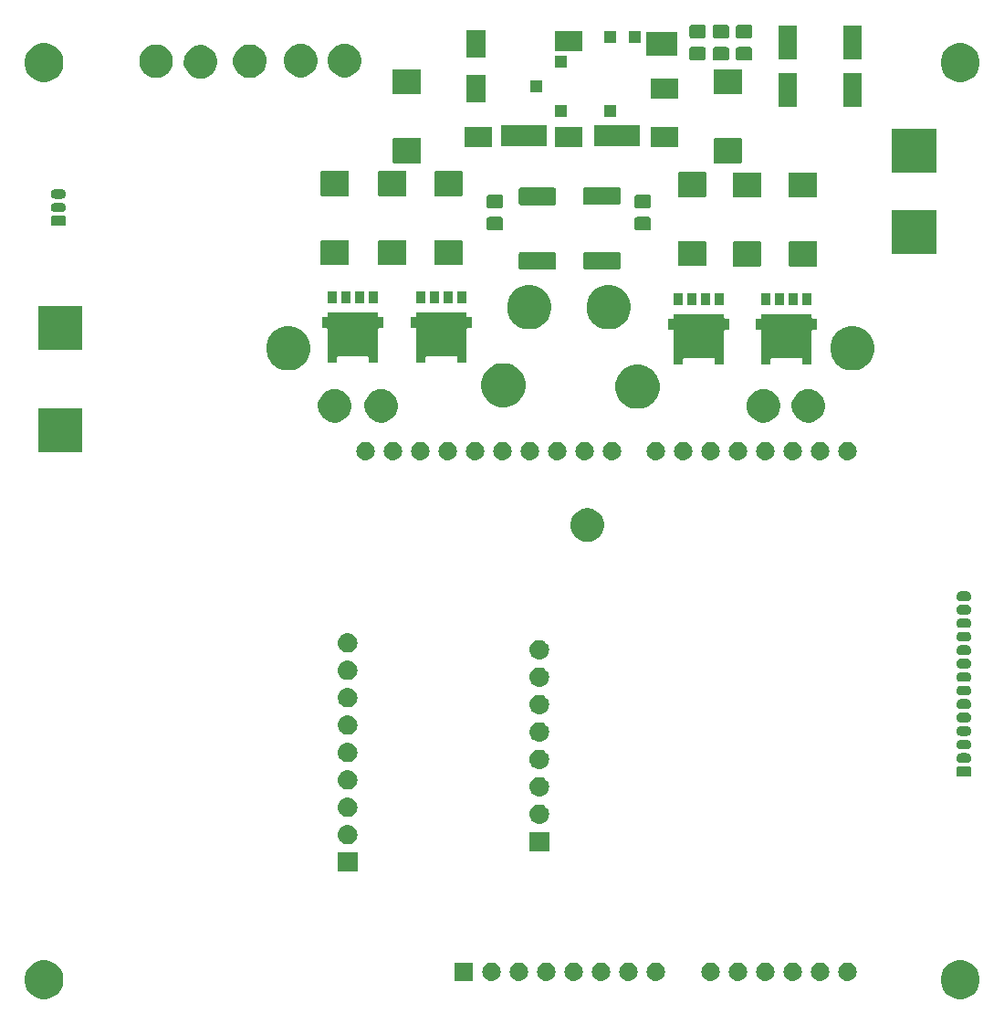
<source format=gbr>
G04 #@! TF.GenerationSoftware,KiCad,Pcbnew,(5.0.1)-3*
G04 #@! TF.CreationDate,2019-01-09T23:58:32-05:00*
G04 #@! TF.ProjectId,SMA_Driver_V1,534D415F4472697665725F56312E6B69,rev?*
G04 #@! TF.SameCoordinates,Original*
G04 #@! TF.FileFunction,Soldermask,Bot*
G04 #@! TF.FilePolarity,Negative*
%FSLAX46Y46*%
G04 Gerber Fmt 4.6, Leading zero omitted, Abs format (unit mm)*
G04 Created by KiCad (PCBNEW (5.0.1)-3) date 1/9/2019 23:58:32*
%MOMM*%
%LPD*%
G01*
G04 APERTURE LIST*
%ADD10C,0.100000*%
G04 APERTURE END LIST*
D10*
G36*
X89525331Y-87268211D02*
X89853092Y-87403974D01*
X90148073Y-87601074D01*
X90398926Y-87851927D01*
X90596026Y-88146908D01*
X90731789Y-88474669D01*
X90801000Y-88822616D01*
X90801000Y-89177384D01*
X90731789Y-89525331D01*
X90596026Y-89853092D01*
X90398926Y-90148073D01*
X90148073Y-90398926D01*
X89853092Y-90596026D01*
X89525331Y-90731789D01*
X89177384Y-90801000D01*
X88822616Y-90801000D01*
X88474669Y-90731789D01*
X88146908Y-90596026D01*
X87851927Y-90398926D01*
X87601074Y-90148073D01*
X87403974Y-89853092D01*
X87268211Y-89525331D01*
X87199000Y-89177384D01*
X87199000Y-88822616D01*
X87268211Y-88474669D01*
X87403974Y-88146908D01*
X87601074Y-87851927D01*
X87851927Y-87601074D01*
X88146908Y-87403974D01*
X88474669Y-87268211D01*
X88822616Y-87199000D01*
X89177384Y-87199000D01*
X89525331Y-87268211D01*
X89525331Y-87268211D01*
G37*
G36*
X4525331Y-87268211D02*
X4853092Y-87403974D01*
X5148073Y-87601074D01*
X5398926Y-87851927D01*
X5596026Y-88146908D01*
X5731789Y-88474669D01*
X5801000Y-88822616D01*
X5801000Y-89177384D01*
X5731789Y-89525331D01*
X5596026Y-89853092D01*
X5398926Y-90148073D01*
X5148073Y-90398926D01*
X4853092Y-90596026D01*
X4525331Y-90731789D01*
X4177384Y-90801000D01*
X3822616Y-90801000D01*
X3474669Y-90731789D01*
X3146908Y-90596026D01*
X2851927Y-90398926D01*
X2601074Y-90148073D01*
X2403974Y-89853092D01*
X2268211Y-89525331D01*
X2199000Y-89177384D01*
X2199000Y-88822616D01*
X2268211Y-88474669D01*
X2403974Y-88146908D01*
X2601074Y-87851927D01*
X2851927Y-87601074D01*
X3146908Y-87403974D01*
X3474669Y-87268211D01*
X3822616Y-87199000D01*
X4177384Y-87199000D01*
X4525331Y-87268211D01*
X4525331Y-87268211D01*
G37*
G36*
X78703621Y-87426313D02*
X78703624Y-87426314D01*
X78703625Y-87426314D01*
X78864039Y-87474975D01*
X78864041Y-87474976D01*
X78864044Y-87474977D01*
X79011878Y-87553995D01*
X79141459Y-87660341D01*
X79247805Y-87789922D01*
X79326823Y-87937756D01*
X79375487Y-88098179D01*
X79391917Y-88265000D01*
X79375487Y-88431821D01*
X79375486Y-88431824D01*
X79375486Y-88431825D01*
X79362490Y-88474668D01*
X79326823Y-88592244D01*
X79247805Y-88740078D01*
X79141459Y-88869659D01*
X79011878Y-88976005D01*
X78864044Y-89055023D01*
X78864041Y-89055024D01*
X78864039Y-89055025D01*
X78703625Y-89103686D01*
X78703624Y-89103686D01*
X78703621Y-89103687D01*
X78578604Y-89116000D01*
X78494996Y-89116000D01*
X78369979Y-89103687D01*
X78369976Y-89103686D01*
X78369975Y-89103686D01*
X78209561Y-89055025D01*
X78209559Y-89055024D01*
X78209556Y-89055023D01*
X78061722Y-88976005D01*
X77932141Y-88869659D01*
X77825795Y-88740078D01*
X77746777Y-88592244D01*
X77711111Y-88474668D01*
X77698114Y-88431825D01*
X77698114Y-88431824D01*
X77698113Y-88431821D01*
X77681683Y-88265000D01*
X77698113Y-88098179D01*
X77746777Y-87937756D01*
X77825795Y-87789922D01*
X77932141Y-87660341D01*
X78061722Y-87553995D01*
X78209556Y-87474977D01*
X78209559Y-87474976D01*
X78209561Y-87474975D01*
X78369975Y-87426314D01*
X78369976Y-87426314D01*
X78369979Y-87426313D01*
X78494996Y-87414000D01*
X78578604Y-87414000D01*
X78703621Y-87426313D01*
X78703621Y-87426313D01*
G37*
G36*
X66003621Y-87426313D02*
X66003624Y-87426314D01*
X66003625Y-87426314D01*
X66164039Y-87474975D01*
X66164041Y-87474976D01*
X66164044Y-87474977D01*
X66311878Y-87553995D01*
X66441459Y-87660341D01*
X66547805Y-87789922D01*
X66626823Y-87937756D01*
X66675487Y-88098179D01*
X66691917Y-88265000D01*
X66675487Y-88431821D01*
X66675486Y-88431824D01*
X66675486Y-88431825D01*
X66662490Y-88474668D01*
X66626823Y-88592244D01*
X66547805Y-88740078D01*
X66441459Y-88869659D01*
X66311878Y-88976005D01*
X66164044Y-89055023D01*
X66164041Y-89055024D01*
X66164039Y-89055025D01*
X66003625Y-89103686D01*
X66003624Y-89103686D01*
X66003621Y-89103687D01*
X65878604Y-89116000D01*
X65794996Y-89116000D01*
X65669979Y-89103687D01*
X65669976Y-89103686D01*
X65669975Y-89103686D01*
X65509561Y-89055025D01*
X65509559Y-89055024D01*
X65509556Y-89055023D01*
X65361722Y-88976005D01*
X65232141Y-88869659D01*
X65125795Y-88740078D01*
X65046777Y-88592244D01*
X65011111Y-88474668D01*
X64998114Y-88431825D01*
X64998114Y-88431824D01*
X64998113Y-88431821D01*
X64981683Y-88265000D01*
X64998113Y-88098179D01*
X65046777Y-87937756D01*
X65125795Y-87789922D01*
X65232141Y-87660341D01*
X65361722Y-87553995D01*
X65509556Y-87474977D01*
X65509559Y-87474976D01*
X65509561Y-87474975D01*
X65669975Y-87426314D01*
X65669976Y-87426314D01*
X65669979Y-87426313D01*
X65794996Y-87414000D01*
X65878604Y-87414000D01*
X66003621Y-87426313D01*
X66003621Y-87426313D01*
G37*
G36*
X60923621Y-87426313D02*
X60923624Y-87426314D01*
X60923625Y-87426314D01*
X61084039Y-87474975D01*
X61084041Y-87474976D01*
X61084044Y-87474977D01*
X61231878Y-87553995D01*
X61361459Y-87660341D01*
X61467805Y-87789922D01*
X61546823Y-87937756D01*
X61595487Y-88098179D01*
X61611917Y-88265000D01*
X61595487Y-88431821D01*
X61595486Y-88431824D01*
X61595486Y-88431825D01*
X61582490Y-88474668D01*
X61546823Y-88592244D01*
X61467805Y-88740078D01*
X61361459Y-88869659D01*
X61231878Y-88976005D01*
X61084044Y-89055023D01*
X61084041Y-89055024D01*
X61084039Y-89055025D01*
X60923625Y-89103686D01*
X60923624Y-89103686D01*
X60923621Y-89103687D01*
X60798604Y-89116000D01*
X60714996Y-89116000D01*
X60589979Y-89103687D01*
X60589976Y-89103686D01*
X60589975Y-89103686D01*
X60429561Y-89055025D01*
X60429559Y-89055024D01*
X60429556Y-89055023D01*
X60281722Y-88976005D01*
X60152141Y-88869659D01*
X60045795Y-88740078D01*
X59966777Y-88592244D01*
X59931111Y-88474668D01*
X59918114Y-88431825D01*
X59918114Y-88431824D01*
X59918113Y-88431821D01*
X59901683Y-88265000D01*
X59918113Y-88098179D01*
X59966777Y-87937756D01*
X60045795Y-87789922D01*
X60152141Y-87660341D01*
X60281722Y-87553995D01*
X60429556Y-87474977D01*
X60429559Y-87474976D01*
X60429561Y-87474975D01*
X60589975Y-87426314D01*
X60589976Y-87426314D01*
X60589979Y-87426313D01*
X60714996Y-87414000D01*
X60798604Y-87414000D01*
X60923621Y-87426313D01*
X60923621Y-87426313D01*
G37*
G36*
X58383621Y-87426313D02*
X58383624Y-87426314D01*
X58383625Y-87426314D01*
X58544039Y-87474975D01*
X58544041Y-87474976D01*
X58544044Y-87474977D01*
X58691878Y-87553995D01*
X58821459Y-87660341D01*
X58927805Y-87789922D01*
X59006823Y-87937756D01*
X59055487Y-88098179D01*
X59071917Y-88265000D01*
X59055487Y-88431821D01*
X59055486Y-88431824D01*
X59055486Y-88431825D01*
X59042490Y-88474668D01*
X59006823Y-88592244D01*
X58927805Y-88740078D01*
X58821459Y-88869659D01*
X58691878Y-88976005D01*
X58544044Y-89055023D01*
X58544041Y-89055024D01*
X58544039Y-89055025D01*
X58383625Y-89103686D01*
X58383624Y-89103686D01*
X58383621Y-89103687D01*
X58258604Y-89116000D01*
X58174996Y-89116000D01*
X58049979Y-89103687D01*
X58049976Y-89103686D01*
X58049975Y-89103686D01*
X57889561Y-89055025D01*
X57889559Y-89055024D01*
X57889556Y-89055023D01*
X57741722Y-88976005D01*
X57612141Y-88869659D01*
X57505795Y-88740078D01*
X57426777Y-88592244D01*
X57391111Y-88474668D01*
X57378114Y-88431825D01*
X57378114Y-88431824D01*
X57378113Y-88431821D01*
X57361683Y-88265000D01*
X57378113Y-88098179D01*
X57426777Y-87937756D01*
X57505795Y-87789922D01*
X57612141Y-87660341D01*
X57741722Y-87553995D01*
X57889556Y-87474977D01*
X57889559Y-87474976D01*
X57889561Y-87474975D01*
X58049975Y-87426314D01*
X58049976Y-87426314D01*
X58049979Y-87426313D01*
X58174996Y-87414000D01*
X58258604Y-87414000D01*
X58383621Y-87426313D01*
X58383621Y-87426313D01*
G37*
G36*
X55843621Y-87426313D02*
X55843624Y-87426314D01*
X55843625Y-87426314D01*
X56004039Y-87474975D01*
X56004041Y-87474976D01*
X56004044Y-87474977D01*
X56151878Y-87553995D01*
X56281459Y-87660341D01*
X56387805Y-87789922D01*
X56466823Y-87937756D01*
X56515487Y-88098179D01*
X56531917Y-88265000D01*
X56515487Y-88431821D01*
X56515486Y-88431824D01*
X56515486Y-88431825D01*
X56502490Y-88474668D01*
X56466823Y-88592244D01*
X56387805Y-88740078D01*
X56281459Y-88869659D01*
X56151878Y-88976005D01*
X56004044Y-89055023D01*
X56004041Y-89055024D01*
X56004039Y-89055025D01*
X55843625Y-89103686D01*
X55843624Y-89103686D01*
X55843621Y-89103687D01*
X55718604Y-89116000D01*
X55634996Y-89116000D01*
X55509979Y-89103687D01*
X55509976Y-89103686D01*
X55509975Y-89103686D01*
X55349561Y-89055025D01*
X55349559Y-89055024D01*
X55349556Y-89055023D01*
X55201722Y-88976005D01*
X55072141Y-88869659D01*
X54965795Y-88740078D01*
X54886777Y-88592244D01*
X54851111Y-88474668D01*
X54838114Y-88431825D01*
X54838114Y-88431824D01*
X54838113Y-88431821D01*
X54821683Y-88265000D01*
X54838113Y-88098179D01*
X54886777Y-87937756D01*
X54965795Y-87789922D01*
X55072141Y-87660341D01*
X55201722Y-87553995D01*
X55349556Y-87474977D01*
X55349559Y-87474976D01*
X55349561Y-87474975D01*
X55509975Y-87426314D01*
X55509976Y-87426314D01*
X55509979Y-87426313D01*
X55634996Y-87414000D01*
X55718604Y-87414000D01*
X55843621Y-87426313D01*
X55843621Y-87426313D01*
G37*
G36*
X53303621Y-87426313D02*
X53303624Y-87426314D01*
X53303625Y-87426314D01*
X53464039Y-87474975D01*
X53464041Y-87474976D01*
X53464044Y-87474977D01*
X53611878Y-87553995D01*
X53741459Y-87660341D01*
X53847805Y-87789922D01*
X53926823Y-87937756D01*
X53975487Y-88098179D01*
X53991917Y-88265000D01*
X53975487Y-88431821D01*
X53975486Y-88431824D01*
X53975486Y-88431825D01*
X53962490Y-88474668D01*
X53926823Y-88592244D01*
X53847805Y-88740078D01*
X53741459Y-88869659D01*
X53611878Y-88976005D01*
X53464044Y-89055023D01*
X53464041Y-89055024D01*
X53464039Y-89055025D01*
X53303625Y-89103686D01*
X53303624Y-89103686D01*
X53303621Y-89103687D01*
X53178604Y-89116000D01*
X53094996Y-89116000D01*
X52969979Y-89103687D01*
X52969976Y-89103686D01*
X52969975Y-89103686D01*
X52809561Y-89055025D01*
X52809559Y-89055024D01*
X52809556Y-89055023D01*
X52661722Y-88976005D01*
X52532141Y-88869659D01*
X52425795Y-88740078D01*
X52346777Y-88592244D01*
X52311111Y-88474668D01*
X52298114Y-88431825D01*
X52298114Y-88431824D01*
X52298113Y-88431821D01*
X52281683Y-88265000D01*
X52298113Y-88098179D01*
X52346777Y-87937756D01*
X52425795Y-87789922D01*
X52532141Y-87660341D01*
X52661722Y-87553995D01*
X52809556Y-87474977D01*
X52809559Y-87474976D01*
X52809561Y-87474975D01*
X52969975Y-87426314D01*
X52969976Y-87426314D01*
X52969979Y-87426313D01*
X53094996Y-87414000D01*
X53178604Y-87414000D01*
X53303621Y-87426313D01*
X53303621Y-87426313D01*
G37*
G36*
X50763621Y-87426313D02*
X50763624Y-87426314D01*
X50763625Y-87426314D01*
X50924039Y-87474975D01*
X50924041Y-87474976D01*
X50924044Y-87474977D01*
X51071878Y-87553995D01*
X51201459Y-87660341D01*
X51307805Y-87789922D01*
X51386823Y-87937756D01*
X51435487Y-88098179D01*
X51451917Y-88265000D01*
X51435487Y-88431821D01*
X51435486Y-88431824D01*
X51435486Y-88431825D01*
X51422490Y-88474668D01*
X51386823Y-88592244D01*
X51307805Y-88740078D01*
X51201459Y-88869659D01*
X51071878Y-88976005D01*
X50924044Y-89055023D01*
X50924041Y-89055024D01*
X50924039Y-89055025D01*
X50763625Y-89103686D01*
X50763624Y-89103686D01*
X50763621Y-89103687D01*
X50638604Y-89116000D01*
X50554996Y-89116000D01*
X50429979Y-89103687D01*
X50429976Y-89103686D01*
X50429975Y-89103686D01*
X50269561Y-89055025D01*
X50269559Y-89055024D01*
X50269556Y-89055023D01*
X50121722Y-88976005D01*
X49992141Y-88869659D01*
X49885795Y-88740078D01*
X49806777Y-88592244D01*
X49771111Y-88474668D01*
X49758114Y-88431825D01*
X49758114Y-88431824D01*
X49758113Y-88431821D01*
X49741683Y-88265000D01*
X49758113Y-88098179D01*
X49806777Y-87937756D01*
X49885795Y-87789922D01*
X49992141Y-87660341D01*
X50121722Y-87553995D01*
X50269556Y-87474977D01*
X50269559Y-87474976D01*
X50269561Y-87474975D01*
X50429975Y-87426314D01*
X50429976Y-87426314D01*
X50429979Y-87426313D01*
X50554996Y-87414000D01*
X50638604Y-87414000D01*
X50763621Y-87426313D01*
X50763621Y-87426313D01*
G37*
G36*
X48223621Y-87426313D02*
X48223624Y-87426314D01*
X48223625Y-87426314D01*
X48384039Y-87474975D01*
X48384041Y-87474976D01*
X48384044Y-87474977D01*
X48531878Y-87553995D01*
X48661459Y-87660341D01*
X48767805Y-87789922D01*
X48846823Y-87937756D01*
X48895487Y-88098179D01*
X48911917Y-88265000D01*
X48895487Y-88431821D01*
X48895486Y-88431824D01*
X48895486Y-88431825D01*
X48882490Y-88474668D01*
X48846823Y-88592244D01*
X48767805Y-88740078D01*
X48661459Y-88869659D01*
X48531878Y-88976005D01*
X48384044Y-89055023D01*
X48384041Y-89055024D01*
X48384039Y-89055025D01*
X48223625Y-89103686D01*
X48223624Y-89103686D01*
X48223621Y-89103687D01*
X48098604Y-89116000D01*
X48014996Y-89116000D01*
X47889979Y-89103687D01*
X47889976Y-89103686D01*
X47889975Y-89103686D01*
X47729561Y-89055025D01*
X47729559Y-89055024D01*
X47729556Y-89055023D01*
X47581722Y-88976005D01*
X47452141Y-88869659D01*
X47345795Y-88740078D01*
X47266777Y-88592244D01*
X47231111Y-88474668D01*
X47218114Y-88431825D01*
X47218114Y-88431824D01*
X47218113Y-88431821D01*
X47201683Y-88265000D01*
X47218113Y-88098179D01*
X47266777Y-87937756D01*
X47345795Y-87789922D01*
X47452141Y-87660341D01*
X47581722Y-87553995D01*
X47729556Y-87474977D01*
X47729559Y-87474976D01*
X47729561Y-87474975D01*
X47889975Y-87426314D01*
X47889976Y-87426314D01*
X47889979Y-87426313D01*
X48014996Y-87414000D01*
X48098604Y-87414000D01*
X48223621Y-87426313D01*
X48223621Y-87426313D01*
G37*
G36*
X43827800Y-89116000D02*
X42125800Y-89116000D01*
X42125800Y-87414000D01*
X43827800Y-87414000D01*
X43827800Y-89116000D01*
X43827800Y-89116000D01*
G37*
G36*
X45683621Y-87426313D02*
X45683624Y-87426314D01*
X45683625Y-87426314D01*
X45844039Y-87474975D01*
X45844041Y-87474976D01*
X45844044Y-87474977D01*
X45991878Y-87553995D01*
X46121459Y-87660341D01*
X46227805Y-87789922D01*
X46306823Y-87937756D01*
X46355487Y-88098179D01*
X46371917Y-88265000D01*
X46355487Y-88431821D01*
X46355486Y-88431824D01*
X46355486Y-88431825D01*
X46342490Y-88474668D01*
X46306823Y-88592244D01*
X46227805Y-88740078D01*
X46121459Y-88869659D01*
X45991878Y-88976005D01*
X45844044Y-89055023D01*
X45844041Y-89055024D01*
X45844039Y-89055025D01*
X45683625Y-89103686D01*
X45683624Y-89103686D01*
X45683621Y-89103687D01*
X45558604Y-89116000D01*
X45474996Y-89116000D01*
X45349979Y-89103687D01*
X45349976Y-89103686D01*
X45349975Y-89103686D01*
X45189561Y-89055025D01*
X45189559Y-89055024D01*
X45189556Y-89055023D01*
X45041722Y-88976005D01*
X44912141Y-88869659D01*
X44805795Y-88740078D01*
X44726777Y-88592244D01*
X44691111Y-88474668D01*
X44678114Y-88431825D01*
X44678114Y-88431824D01*
X44678113Y-88431821D01*
X44661683Y-88265000D01*
X44678113Y-88098179D01*
X44726777Y-87937756D01*
X44805795Y-87789922D01*
X44912141Y-87660341D01*
X45041722Y-87553995D01*
X45189556Y-87474977D01*
X45189559Y-87474976D01*
X45189561Y-87474975D01*
X45349975Y-87426314D01*
X45349976Y-87426314D01*
X45349979Y-87426313D01*
X45474996Y-87414000D01*
X45558604Y-87414000D01*
X45683621Y-87426313D01*
X45683621Y-87426313D01*
G37*
G36*
X76163621Y-87426313D02*
X76163624Y-87426314D01*
X76163625Y-87426314D01*
X76324039Y-87474975D01*
X76324041Y-87474976D01*
X76324044Y-87474977D01*
X76471878Y-87553995D01*
X76601459Y-87660341D01*
X76707805Y-87789922D01*
X76786823Y-87937756D01*
X76835487Y-88098179D01*
X76851917Y-88265000D01*
X76835487Y-88431821D01*
X76835486Y-88431824D01*
X76835486Y-88431825D01*
X76822490Y-88474668D01*
X76786823Y-88592244D01*
X76707805Y-88740078D01*
X76601459Y-88869659D01*
X76471878Y-88976005D01*
X76324044Y-89055023D01*
X76324041Y-89055024D01*
X76324039Y-89055025D01*
X76163625Y-89103686D01*
X76163624Y-89103686D01*
X76163621Y-89103687D01*
X76038604Y-89116000D01*
X75954996Y-89116000D01*
X75829979Y-89103687D01*
X75829976Y-89103686D01*
X75829975Y-89103686D01*
X75669561Y-89055025D01*
X75669559Y-89055024D01*
X75669556Y-89055023D01*
X75521722Y-88976005D01*
X75392141Y-88869659D01*
X75285795Y-88740078D01*
X75206777Y-88592244D01*
X75171111Y-88474668D01*
X75158114Y-88431825D01*
X75158114Y-88431824D01*
X75158113Y-88431821D01*
X75141683Y-88265000D01*
X75158113Y-88098179D01*
X75206777Y-87937756D01*
X75285795Y-87789922D01*
X75392141Y-87660341D01*
X75521722Y-87553995D01*
X75669556Y-87474977D01*
X75669559Y-87474976D01*
X75669561Y-87474975D01*
X75829975Y-87426314D01*
X75829976Y-87426314D01*
X75829979Y-87426313D01*
X75954996Y-87414000D01*
X76038604Y-87414000D01*
X76163621Y-87426313D01*
X76163621Y-87426313D01*
G37*
G36*
X73623621Y-87426313D02*
X73623624Y-87426314D01*
X73623625Y-87426314D01*
X73784039Y-87474975D01*
X73784041Y-87474976D01*
X73784044Y-87474977D01*
X73931878Y-87553995D01*
X74061459Y-87660341D01*
X74167805Y-87789922D01*
X74246823Y-87937756D01*
X74295487Y-88098179D01*
X74311917Y-88265000D01*
X74295487Y-88431821D01*
X74295486Y-88431824D01*
X74295486Y-88431825D01*
X74282490Y-88474668D01*
X74246823Y-88592244D01*
X74167805Y-88740078D01*
X74061459Y-88869659D01*
X73931878Y-88976005D01*
X73784044Y-89055023D01*
X73784041Y-89055024D01*
X73784039Y-89055025D01*
X73623625Y-89103686D01*
X73623624Y-89103686D01*
X73623621Y-89103687D01*
X73498604Y-89116000D01*
X73414996Y-89116000D01*
X73289979Y-89103687D01*
X73289976Y-89103686D01*
X73289975Y-89103686D01*
X73129561Y-89055025D01*
X73129559Y-89055024D01*
X73129556Y-89055023D01*
X72981722Y-88976005D01*
X72852141Y-88869659D01*
X72745795Y-88740078D01*
X72666777Y-88592244D01*
X72631111Y-88474668D01*
X72618114Y-88431825D01*
X72618114Y-88431824D01*
X72618113Y-88431821D01*
X72601683Y-88265000D01*
X72618113Y-88098179D01*
X72666777Y-87937756D01*
X72745795Y-87789922D01*
X72852141Y-87660341D01*
X72981722Y-87553995D01*
X73129556Y-87474977D01*
X73129559Y-87474976D01*
X73129561Y-87474975D01*
X73289975Y-87426314D01*
X73289976Y-87426314D01*
X73289979Y-87426313D01*
X73414996Y-87414000D01*
X73498604Y-87414000D01*
X73623621Y-87426313D01*
X73623621Y-87426313D01*
G37*
G36*
X71083621Y-87426313D02*
X71083624Y-87426314D01*
X71083625Y-87426314D01*
X71244039Y-87474975D01*
X71244041Y-87474976D01*
X71244044Y-87474977D01*
X71391878Y-87553995D01*
X71521459Y-87660341D01*
X71627805Y-87789922D01*
X71706823Y-87937756D01*
X71755487Y-88098179D01*
X71771917Y-88265000D01*
X71755487Y-88431821D01*
X71755486Y-88431824D01*
X71755486Y-88431825D01*
X71742490Y-88474668D01*
X71706823Y-88592244D01*
X71627805Y-88740078D01*
X71521459Y-88869659D01*
X71391878Y-88976005D01*
X71244044Y-89055023D01*
X71244041Y-89055024D01*
X71244039Y-89055025D01*
X71083625Y-89103686D01*
X71083624Y-89103686D01*
X71083621Y-89103687D01*
X70958604Y-89116000D01*
X70874996Y-89116000D01*
X70749979Y-89103687D01*
X70749976Y-89103686D01*
X70749975Y-89103686D01*
X70589561Y-89055025D01*
X70589559Y-89055024D01*
X70589556Y-89055023D01*
X70441722Y-88976005D01*
X70312141Y-88869659D01*
X70205795Y-88740078D01*
X70126777Y-88592244D01*
X70091111Y-88474668D01*
X70078114Y-88431825D01*
X70078114Y-88431824D01*
X70078113Y-88431821D01*
X70061683Y-88265000D01*
X70078113Y-88098179D01*
X70126777Y-87937756D01*
X70205795Y-87789922D01*
X70312141Y-87660341D01*
X70441722Y-87553995D01*
X70589556Y-87474977D01*
X70589559Y-87474976D01*
X70589561Y-87474975D01*
X70749975Y-87426314D01*
X70749976Y-87426314D01*
X70749979Y-87426313D01*
X70874996Y-87414000D01*
X70958604Y-87414000D01*
X71083621Y-87426313D01*
X71083621Y-87426313D01*
G37*
G36*
X68543621Y-87426313D02*
X68543624Y-87426314D01*
X68543625Y-87426314D01*
X68704039Y-87474975D01*
X68704041Y-87474976D01*
X68704044Y-87474977D01*
X68851878Y-87553995D01*
X68981459Y-87660341D01*
X69087805Y-87789922D01*
X69166823Y-87937756D01*
X69215487Y-88098179D01*
X69231917Y-88265000D01*
X69215487Y-88431821D01*
X69215486Y-88431824D01*
X69215486Y-88431825D01*
X69202490Y-88474668D01*
X69166823Y-88592244D01*
X69087805Y-88740078D01*
X68981459Y-88869659D01*
X68851878Y-88976005D01*
X68704044Y-89055023D01*
X68704041Y-89055024D01*
X68704039Y-89055025D01*
X68543625Y-89103686D01*
X68543624Y-89103686D01*
X68543621Y-89103687D01*
X68418604Y-89116000D01*
X68334996Y-89116000D01*
X68209979Y-89103687D01*
X68209976Y-89103686D01*
X68209975Y-89103686D01*
X68049561Y-89055025D01*
X68049559Y-89055024D01*
X68049556Y-89055023D01*
X67901722Y-88976005D01*
X67772141Y-88869659D01*
X67665795Y-88740078D01*
X67586777Y-88592244D01*
X67551111Y-88474668D01*
X67538114Y-88431825D01*
X67538114Y-88431824D01*
X67538113Y-88431821D01*
X67521683Y-88265000D01*
X67538113Y-88098179D01*
X67586777Y-87937756D01*
X67665795Y-87789922D01*
X67772141Y-87660341D01*
X67901722Y-87553995D01*
X68049556Y-87474977D01*
X68049559Y-87474976D01*
X68049561Y-87474975D01*
X68209975Y-87426314D01*
X68209976Y-87426314D01*
X68209979Y-87426313D01*
X68334996Y-87414000D01*
X68418604Y-87414000D01*
X68543621Y-87426313D01*
X68543621Y-87426313D01*
G37*
G36*
X33082800Y-79006000D02*
X31280800Y-79006000D01*
X31280800Y-77204000D01*
X33082800Y-77204000D01*
X33082800Y-79006000D01*
X33082800Y-79006000D01*
G37*
G36*
X50862800Y-77101000D02*
X49060800Y-77101000D01*
X49060800Y-75299000D01*
X50862800Y-75299000D01*
X50862800Y-77101000D01*
X50862800Y-77101000D01*
G37*
G36*
X32292242Y-74670518D02*
X32358427Y-74677037D01*
X32471653Y-74711384D01*
X32528267Y-74728557D01*
X32666887Y-74802652D01*
X32684791Y-74812222D01*
X32720529Y-74841552D01*
X32821986Y-74924814D01*
X32905248Y-75026271D01*
X32934578Y-75062009D01*
X32934579Y-75062011D01*
X33018243Y-75218533D01*
X33018243Y-75218534D01*
X33069763Y-75388373D01*
X33087159Y-75565000D01*
X33069763Y-75741627D01*
X33035416Y-75854853D01*
X33018243Y-75911467D01*
X32944148Y-76050087D01*
X32934578Y-76067991D01*
X32905248Y-76103729D01*
X32821986Y-76205186D01*
X32720529Y-76288448D01*
X32684791Y-76317778D01*
X32684789Y-76317779D01*
X32528267Y-76401443D01*
X32471653Y-76418616D01*
X32358427Y-76452963D01*
X32292243Y-76459481D01*
X32226060Y-76466000D01*
X32137540Y-76466000D01*
X32071357Y-76459481D01*
X32005173Y-76452963D01*
X31891947Y-76418616D01*
X31835333Y-76401443D01*
X31678811Y-76317779D01*
X31678809Y-76317778D01*
X31643071Y-76288448D01*
X31541614Y-76205186D01*
X31458352Y-76103729D01*
X31429022Y-76067991D01*
X31419452Y-76050087D01*
X31345357Y-75911467D01*
X31328184Y-75854853D01*
X31293837Y-75741627D01*
X31276441Y-75565000D01*
X31293837Y-75388373D01*
X31345357Y-75218534D01*
X31345357Y-75218533D01*
X31429021Y-75062011D01*
X31429022Y-75062009D01*
X31458352Y-75026271D01*
X31541614Y-74924814D01*
X31643071Y-74841552D01*
X31678809Y-74812222D01*
X31696713Y-74802652D01*
X31835333Y-74728557D01*
X31891947Y-74711384D01*
X32005173Y-74677037D01*
X32071358Y-74670518D01*
X32137540Y-74664000D01*
X32226060Y-74664000D01*
X32292242Y-74670518D01*
X32292242Y-74670518D01*
G37*
G36*
X50072242Y-72765518D02*
X50138427Y-72772037D01*
X50251653Y-72806384D01*
X50308267Y-72823557D01*
X50446887Y-72897652D01*
X50464791Y-72907222D01*
X50500529Y-72936552D01*
X50601986Y-73019814D01*
X50685248Y-73121271D01*
X50714578Y-73157009D01*
X50714579Y-73157011D01*
X50798243Y-73313533D01*
X50798243Y-73313534D01*
X50849763Y-73483373D01*
X50867159Y-73660000D01*
X50849763Y-73836627D01*
X50842235Y-73861443D01*
X50798243Y-74006467D01*
X50724148Y-74145087D01*
X50714578Y-74162991D01*
X50685248Y-74198729D01*
X50601986Y-74300186D01*
X50500529Y-74383448D01*
X50464791Y-74412778D01*
X50464789Y-74412779D01*
X50308267Y-74496443D01*
X50251653Y-74513616D01*
X50138427Y-74547963D01*
X50072242Y-74554482D01*
X50006060Y-74561000D01*
X49917540Y-74561000D01*
X49851358Y-74554482D01*
X49785173Y-74547963D01*
X49671947Y-74513616D01*
X49615333Y-74496443D01*
X49458811Y-74412779D01*
X49458809Y-74412778D01*
X49423071Y-74383448D01*
X49321614Y-74300186D01*
X49238352Y-74198729D01*
X49209022Y-74162991D01*
X49199452Y-74145087D01*
X49125357Y-74006467D01*
X49081365Y-73861443D01*
X49073837Y-73836627D01*
X49056441Y-73660000D01*
X49073837Y-73483373D01*
X49125357Y-73313534D01*
X49125357Y-73313533D01*
X49209021Y-73157011D01*
X49209022Y-73157009D01*
X49238352Y-73121271D01*
X49321614Y-73019814D01*
X49423071Y-72936552D01*
X49458809Y-72907222D01*
X49476713Y-72897652D01*
X49615333Y-72823557D01*
X49671947Y-72806384D01*
X49785173Y-72772037D01*
X49851358Y-72765518D01*
X49917540Y-72759000D01*
X50006060Y-72759000D01*
X50072242Y-72765518D01*
X50072242Y-72765518D01*
G37*
G36*
X32292243Y-72130519D02*
X32358427Y-72137037D01*
X32471653Y-72171384D01*
X32528267Y-72188557D01*
X32666887Y-72262652D01*
X32684791Y-72272222D01*
X32720529Y-72301552D01*
X32821986Y-72384814D01*
X32905248Y-72486271D01*
X32934578Y-72522009D01*
X32934579Y-72522011D01*
X33018243Y-72678533D01*
X33018243Y-72678534D01*
X33069763Y-72848373D01*
X33087159Y-73025000D01*
X33069763Y-73201627D01*
X33035817Y-73313533D01*
X33018243Y-73371467D01*
X32958427Y-73483373D01*
X32934578Y-73527991D01*
X32905248Y-73563729D01*
X32821986Y-73665186D01*
X32720529Y-73748448D01*
X32684791Y-73777778D01*
X32684789Y-73777779D01*
X32528267Y-73861443D01*
X32471653Y-73878616D01*
X32358427Y-73912963D01*
X32292243Y-73919481D01*
X32226060Y-73926000D01*
X32137540Y-73926000D01*
X32071357Y-73919481D01*
X32005173Y-73912963D01*
X31891947Y-73878616D01*
X31835333Y-73861443D01*
X31678811Y-73777779D01*
X31678809Y-73777778D01*
X31643071Y-73748448D01*
X31541614Y-73665186D01*
X31458352Y-73563729D01*
X31429022Y-73527991D01*
X31405173Y-73483373D01*
X31345357Y-73371467D01*
X31327783Y-73313533D01*
X31293837Y-73201627D01*
X31276441Y-73025000D01*
X31293837Y-72848373D01*
X31345357Y-72678534D01*
X31345357Y-72678533D01*
X31429021Y-72522011D01*
X31429022Y-72522009D01*
X31458352Y-72486271D01*
X31541614Y-72384814D01*
X31643071Y-72301552D01*
X31678809Y-72272222D01*
X31696713Y-72262652D01*
X31835333Y-72188557D01*
X31891947Y-72171384D01*
X32005173Y-72137037D01*
X32071357Y-72130519D01*
X32137540Y-72124000D01*
X32226060Y-72124000D01*
X32292243Y-72130519D01*
X32292243Y-72130519D01*
G37*
G36*
X50072242Y-70225518D02*
X50138427Y-70232037D01*
X50251653Y-70266384D01*
X50308267Y-70283557D01*
X50446887Y-70357652D01*
X50464791Y-70367222D01*
X50500529Y-70396552D01*
X50601986Y-70479814D01*
X50685248Y-70581271D01*
X50714578Y-70617009D01*
X50714579Y-70617011D01*
X50798243Y-70773533D01*
X50798243Y-70773534D01*
X50849763Y-70943373D01*
X50867159Y-71120000D01*
X50849763Y-71296627D01*
X50842235Y-71321443D01*
X50798243Y-71466467D01*
X50724148Y-71605087D01*
X50714578Y-71622991D01*
X50685248Y-71658729D01*
X50601986Y-71760186D01*
X50500529Y-71843448D01*
X50464791Y-71872778D01*
X50464789Y-71872779D01*
X50308267Y-71956443D01*
X50251653Y-71973616D01*
X50138427Y-72007963D01*
X50072243Y-72014481D01*
X50006060Y-72021000D01*
X49917540Y-72021000D01*
X49851357Y-72014481D01*
X49785173Y-72007963D01*
X49671947Y-71973616D01*
X49615333Y-71956443D01*
X49458811Y-71872779D01*
X49458809Y-71872778D01*
X49423071Y-71843448D01*
X49321614Y-71760186D01*
X49238352Y-71658729D01*
X49209022Y-71622991D01*
X49199452Y-71605087D01*
X49125357Y-71466467D01*
X49081365Y-71321443D01*
X49073837Y-71296627D01*
X49056441Y-71120000D01*
X49073837Y-70943373D01*
X49125357Y-70773534D01*
X49125357Y-70773533D01*
X49209021Y-70617011D01*
X49209022Y-70617009D01*
X49238352Y-70581271D01*
X49321614Y-70479814D01*
X49423071Y-70396552D01*
X49458809Y-70367222D01*
X49476713Y-70357652D01*
X49615333Y-70283557D01*
X49671947Y-70266384D01*
X49785173Y-70232037D01*
X49851358Y-70225518D01*
X49917540Y-70219000D01*
X50006060Y-70219000D01*
X50072242Y-70225518D01*
X50072242Y-70225518D01*
G37*
G36*
X32292242Y-69590518D02*
X32358427Y-69597037D01*
X32471653Y-69631384D01*
X32528267Y-69648557D01*
X32666887Y-69722652D01*
X32684791Y-69732222D01*
X32720529Y-69761552D01*
X32821986Y-69844814D01*
X32890664Y-69928500D01*
X32934578Y-69982009D01*
X32934579Y-69982011D01*
X33018243Y-70138533D01*
X33021620Y-70149667D01*
X33069763Y-70308373D01*
X33087159Y-70485000D01*
X33069763Y-70661627D01*
X33035817Y-70773533D01*
X33018243Y-70831467D01*
X32958427Y-70943373D01*
X32934578Y-70987991D01*
X32905248Y-71023729D01*
X32821986Y-71125186D01*
X32720529Y-71208448D01*
X32684791Y-71237778D01*
X32684789Y-71237779D01*
X32528267Y-71321443D01*
X32471653Y-71338616D01*
X32358427Y-71372963D01*
X32292242Y-71379482D01*
X32226060Y-71386000D01*
X32137540Y-71386000D01*
X32071358Y-71379482D01*
X32005173Y-71372963D01*
X31891947Y-71338616D01*
X31835333Y-71321443D01*
X31678811Y-71237779D01*
X31678809Y-71237778D01*
X31643071Y-71208448D01*
X31541614Y-71125186D01*
X31458352Y-71023729D01*
X31429022Y-70987991D01*
X31405173Y-70943373D01*
X31345357Y-70831467D01*
X31327783Y-70773533D01*
X31293837Y-70661627D01*
X31276441Y-70485000D01*
X31293837Y-70308373D01*
X31341980Y-70149667D01*
X31345357Y-70138533D01*
X31429021Y-69982011D01*
X31429022Y-69982009D01*
X31472936Y-69928500D01*
X31541614Y-69844814D01*
X31643071Y-69761552D01*
X31678809Y-69732222D01*
X31696713Y-69722652D01*
X31835333Y-69648557D01*
X31891947Y-69631384D01*
X32005173Y-69597037D01*
X32071358Y-69590518D01*
X32137540Y-69584000D01*
X32226060Y-69584000D01*
X32292242Y-69590518D01*
X32292242Y-69590518D01*
G37*
G36*
X89901483Y-69255725D02*
X89931944Y-69264966D01*
X89960023Y-69279975D01*
X89984631Y-69300169D01*
X90004825Y-69324777D01*
X90019834Y-69352856D01*
X90029075Y-69383317D01*
X90032800Y-69421140D01*
X90032800Y-69984860D01*
X90029075Y-70022683D01*
X90019834Y-70053144D01*
X90004825Y-70081223D01*
X89984631Y-70105831D01*
X89960023Y-70126025D01*
X89931944Y-70141034D01*
X89901483Y-70150275D01*
X89863660Y-70154000D01*
X88799940Y-70154000D01*
X88762117Y-70150275D01*
X88731656Y-70141034D01*
X88703577Y-70126025D01*
X88678969Y-70105831D01*
X88658775Y-70081223D01*
X88643766Y-70053144D01*
X88634525Y-70022683D01*
X88630800Y-69984860D01*
X88630800Y-69421140D01*
X88634525Y-69383317D01*
X88643766Y-69352856D01*
X88658775Y-69324777D01*
X88678969Y-69300169D01*
X88703577Y-69279975D01*
X88731656Y-69264966D01*
X88762117Y-69255725D01*
X88799940Y-69252000D01*
X89863660Y-69252000D01*
X89901483Y-69255725D01*
X89901483Y-69255725D01*
G37*
G36*
X50072243Y-67685519D02*
X50138427Y-67692037D01*
X50251653Y-67726384D01*
X50308267Y-67743557D01*
X50446887Y-67817652D01*
X50464791Y-67827222D01*
X50500529Y-67856552D01*
X50601986Y-67939814D01*
X50679538Y-68034313D01*
X50714578Y-68077009D01*
X50714579Y-68077011D01*
X50798243Y-68233533D01*
X50798243Y-68233534D01*
X50849763Y-68403373D01*
X50867159Y-68580000D01*
X50849763Y-68756627D01*
X50844660Y-68773448D01*
X50798243Y-68926467D01*
X50724148Y-69065087D01*
X50714578Y-69082991D01*
X50685248Y-69118729D01*
X50601986Y-69220186D01*
X50516911Y-69290004D01*
X50464791Y-69332778D01*
X50464789Y-69332779D01*
X50308267Y-69416443D01*
X50252013Y-69433507D01*
X50138427Y-69467963D01*
X50072242Y-69474482D01*
X50006060Y-69481000D01*
X49917540Y-69481000D01*
X49851358Y-69474482D01*
X49785173Y-69467963D01*
X49671587Y-69433507D01*
X49615333Y-69416443D01*
X49458811Y-69332779D01*
X49458809Y-69332778D01*
X49406689Y-69290004D01*
X49321614Y-69220186D01*
X49238352Y-69118729D01*
X49209022Y-69082991D01*
X49199452Y-69065087D01*
X49125357Y-68926467D01*
X49078940Y-68773448D01*
X49073837Y-68756627D01*
X49056441Y-68580000D01*
X49073837Y-68403373D01*
X49125357Y-68233534D01*
X49125357Y-68233533D01*
X49209021Y-68077011D01*
X49209022Y-68077009D01*
X49244062Y-68034313D01*
X49321614Y-67939814D01*
X49423071Y-67856552D01*
X49458809Y-67827222D01*
X49476713Y-67817652D01*
X49615333Y-67743557D01*
X49671947Y-67726384D01*
X49785173Y-67692037D01*
X49851357Y-67685519D01*
X49917540Y-67679000D01*
X50006060Y-67679000D01*
X50072243Y-67685519D01*
X50072243Y-67685519D01*
G37*
G36*
X89670213Y-68008525D02*
X89745256Y-68031290D01*
X89755225Y-68034314D01*
X89833574Y-68076193D01*
X89902248Y-68132552D01*
X89958607Y-68201226D01*
X90000486Y-68279575D01*
X90000487Y-68279579D01*
X90026275Y-68364587D01*
X90034982Y-68453000D01*
X90026275Y-68541413D01*
X90003510Y-68616456D01*
X90000486Y-68626425D01*
X89958607Y-68704774D01*
X89902248Y-68773448D01*
X89833574Y-68829807D01*
X89755225Y-68871686D01*
X89745256Y-68874710D01*
X89670213Y-68897475D01*
X89603958Y-68904000D01*
X89059642Y-68904000D01*
X88993387Y-68897475D01*
X88918344Y-68874710D01*
X88908375Y-68871686D01*
X88830026Y-68829807D01*
X88761352Y-68773448D01*
X88704993Y-68704774D01*
X88663114Y-68626425D01*
X88660090Y-68616456D01*
X88637325Y-68541413D01*
X88628618Y-68453000D01*
X88637325Y-68364587D01*
X88663113Y-68279579D01*
X88663114Y-68279575D01*
X88704993Y-68201226D01*
X88761352Y-68132552D01*
X88830026Y-68076193D01*
X88908375Y-68034314D01*
X88918344Y-68031290D01*
X88993387Y-68008525D01*
X89059642Y-68002000D01*
X89603958Y-68002000D01*
X89670213Y-68008525D01*
X89670213Y-68008525D01*
G37*
G36*
X32292243Y-67050519D02*
X32358427Y-67057037D01*
X32471653Y-67091384D01*
X32528267Y-67108557D01*
X32666887Y-67182652D01*
X32684791Y-67192222D01*
X32720529Y-67221552D01*
X32821986Y-67304814D01*
X32905248Y-67406271D01*
X32934578Y-67442009D01*
X32934579Y-67442011D01*
X33018243Y-67598533D01*
X33033089Y-67647474D01*
X33069763Y-67768373D01*
X33087159Y-67945000D01*
X33069763Y-68121627D01*
X33045617Y-68201225D01*
X33018243Y-68291467D01*
X32979159Y-68364587D01*
X32934578Y-68447991D01*
X32930467Y-68453000D01*
X32821986Y-68585186D01*
X32720529Y-68668448D01*
X32684791Y-68697778D01*
X32671701Y-68704775D01*
X32528267Y-68781443D01*
X32471653Y-68798616D01*
X32358427Y-68832963D01*
X32292243Y-68839481D01*
X32226060Y-68846000D01*
X32137540Y-68846000D01*
X32071357Y-68839481D01*
X32005173Y-68832963D01*
X31891947Y-68798616D01*
X31835333Y-68781443D01*
X31691899Y-68704775D01*
X31678809Y-68697778D01*
X31643071Y-68668448D01*
X31541614Y-68585186D01*
X31433133Y-68453000D01*
X31429022Y-68447991D01*
X31384441Y-68364587D01*
X31345357Y-68291467D01*
X31317983Y-68201225D01*
X31293837Y-68121627D01*
X31276441Y-67945000D01*
X31293837Y-67768373D01*
X31330511Y-67647474D01*
X31345357Y-67598533D01*
X31429021Y-67442011D01*
X31429022Y-67442009D01*
X31458352Y-67406271D01*
X31541614Y-67304814D01*
X31643071Y-67221552D01*
X31678809Y-67192222D01*
X31696713Y-67182652D01*
X31835333Y-67108557D01*
X31891947Y-67091384D01*
X32005173Y-67057037D01*
X32071357Y-67050519D01*
X32137540Y-67044000D01*
X32226060Y-67044000D01*
X32292243Y-67050519D01*
X32292243Y-67050519D01*
G37*
G36*
X89670213Y-66758525D02*
X89745256Y-66781290D01*
X89755225Y-66784314D01*
X89833574Y-66826193D01*
X89902248Y-66882552D01*
X89958607Y-66951226D01*
X90000486Y-67029575D01*
X90000487Y-67029579D01*
X90026275Y-67114587D01*
X90034982Y-67203000D01*
X90026275Y-67291413D01*
X90003510Y-67366456D01*
X90000486Y-67376425D01*
X89958607Y-67454774D01*
X89902248Y-67523448D01*
X89833574Y-67579807D01*
X89755225Y-67621686D01*
X89745256Y-67624710D01*
X89670213Y-67647475D01*
X89603958Y-67654000D01*
X89059642Y-67654000D01*
X88993387Y-67647475D01*
X88918344Y-67624710D01*
X88908375Y-67621686D01*
X88830026Y-67579807D01*
X88761352Y-67523448D01*
X88704993Y-67454774D01*
X88663114Y-67376425D01*
X88660090Y-67366456D01*
X88637325Y-67291413D01*
X88628618Y-67203000D01*
X88637325Y-67114587D01*
X88663113Y-67029579D01*
X88663114Y-67029575D01*
X88704993Y-66951226D01*
X88761352Y-66882552D01*
X88830026Y-66826193D01*
X88908375Y-66784314D01*
X88918344Y-66781290D01*
X88993387Y-66758525D01*
X89059642Y-66752000D01*
X89603958Y-66752000D01*
X89670213Y-66758525D01*
X89670213Y-66758525D01*
G37*
G36*
X50072242Y-65145518D02*
X50138427Y-65152037D01*
X50251653Y-65186384D01*
X50308267Y-65203557D01*
X50446887Y-65277652D01*
X50464791Y-65287222D01*
X50500529Y-65316552D01*
X50601986Y-65399814D01*
X50685248Y-65501271D01*
X50714578Y-65537009D01*
X50714579Y-65537011D01*
X50798243Y-65693533D01*
X50815416Y-65750147D01*
X50849763Y-65863373D01*
X50867159Y-66040000D01*
X50849763Y-66216627D01*
X50826607Y-66292963D01*
X50798243Y-66386467D01*
X50792359Y-66397475D01*
X50714578Y-66542991D01*
X50685248Y-66578729D01*
X50601986Y-66680186D01*
X50514479Y-66752000D01*
X50464791Y-66792778D01*
X50464789Y-66792779D01*
X50308267Y-66876443D01*
X50251653Y-66893616D01*
X50138427Y-66927963D01*
X50072242Y-66934482D01*
X50006060Y-66941000D01*
X49917540Y-66941000D01*
X49851358Y-66934482D01*
X49785173Y-66927963D01*
X49671947Y-66893616D01*
X49615333Y-66876443D01*
X49458811Y-66792779D01*
X49458809Y-66792778D01*
X49409121Y-66752000D01*
X49321614Y-66680186D01*
X49238352Y-66578729D01*
X49209022Y-66542991D01*
X49131241Y-66397475D01*
X49125357Y-66386467D01*
X49096993Y-66292963D01*
X49073837Y-66216627D01*
X49056441Y-66040000D01*
X49073837Y-65863373D01*
X49108184Y-65750147D01*
X49125357Y-65693533D01*
X49209021Y-65537011D01*
X49209022Y-65537009D01*
X49238352Y-65501271D01*
X49321614Y-65399814D01*
X49423071Y-65316552D01*
X49458809Y-65287222D01*
X49476713Y-65277652D01*
X49615333Y-65203557D01*
X49671947Y-65186384D01*
X49785173Y-65152037D01*
X49851358Y-65145518D01*
X49917540Y-65139000D01*
X50006060Y-65139000D01*
X50072242Y-65145518D01*
X50072242Y-65145518D01*
G37*
G36*
X89670213Y-65508525D02*
X89745256Y-65531290D01*
X89755225Y-65534314D01*
X89833574Y-65576193D01*
X89902248Y-65632552D01*
X89958607Y-65701226D01*
X90000486Y-65779575D01*
X90000487Y-65779579D01*
X90026275Y-65864587D01*
X90034982Y-65953000D01*
X90026275Y-66041413D01*
X90003510Y-66116456D01*
X90000486Y-66126425D01*
X89958607Y-66204774D01*
X89902248Y-66273448D01*
X89833574Y-66329807D01*
X89755225Y-66371686D01*
X89745256Y-66374710D01*
X89670213Y-66397475D01*
X89603958Y-66404000D01*
X89059642Y-66404000D01*
X88993387Y-66397475D01*
X88918344Y-66374710D01*
X88908375Y-66371686D01*
X88830026Y-66329807D01*
X88761352Y-66273448D01*
X88704993Y-66204774D01*
X88663114Y-66126425D01*
X88660090Y-66116456D01*
X88637325Y-66041413D01*
X88628618Y-65953000D01*
X88637325Y-65864587D01*
X88663113Y-65779579D01*
X88663114Y-65779575D01*
X88704993Y-65701226D01*
X88761352Y-65632552D01*
X88830026Y-65576193D01*
X88908375Y-65534314D01*
X88918344Y-65531290D01*
X88993387Y-65508525D01*
X89059642Y-65502000D01*
X89603958Y-65502000D01*
X89670213Y-65508525D01*
X89670213Y-65508525D01*
G37*
G36*
X32292242Y-64510518D02*
X32358427Y-64517037D01*
X32471653Y-64551384D01*
X32528267Y-64568557D01*
X32666887Y-64642652D01*
X32684791Y-64652222D01*
X32720529Y-64681552D01*
X32821986Y-64764814D01*
X32905248Y-64866271D01*
X32934578Y-64902009D01*
X32934579Y-64902011D01*
X33018243Y-65058533D01*
X33018243Y-65058534D01*
X33069763Y-65228373D01*
X33087159Y-65405000D01*
X33069763Y-65581627D01*
X33054315Y-65632552D01*
X33018243Y-65751467D01*
X32958427Y-65863373D01*
X32934578Y-65907991D01*
X32905248Y-65943729D01*
X32821986Y-66045186D01*
X32720529Y-66128448D01*
X32684791Y-66157778D01*
X32684789Y-66157779D01*
X32528267Y-66241443D01*
X32471653Y-66258616D01*
X32358427Y-66292963D01*
X32292243Y-66299481D01*
X32226060Y-66306000D01*
X32137540Y-66306000D01*
X32071357Y-66299481D01*
X32005173Y-66292963D01*
X31891947Y-66258616D01*
X31835333Y-66241443D01*
X31678811Y-66157779D01*
X31678809Y-66157778D01*
X31643071Y-66128448D01*
X31541614Y-66045186D01*
X31458352Y-65943729D01*
X31429022Y-65907991D01*
X31405173Y-65863373D01*
X31345357Y-65751467D01*
X31309285Y-65632552D01*
X31293837Y-65581627D01*
X31276441Y-65405000D01*
X31293837Y-65228373D01*
X31345357Y-65058534D01*
X31345357Y-65058533D01*
X31429021Y-64902011D01*
X31429022Y-64902009D01*
X31458352Y-64866271D01*
X31541614Y-64764814D01*
X31643071Y-64681552D01*
X31678809Y-64652222D01*
X31696713Y-64642652D01*
X31835333Y-64568557D01*
X31891947Y-64551384D01*
X32005173Y-64517037D01*
X32071358Y-64510518D01*
X32137540Y-64504000D01*
X32226060Y-64504000D01*
X32292242Y-64510518D01*
X32292242Y-64510518D01*
G37*
G36*
X89670213Y-64258525D02*
X89745256Y-64281290D01*
X89755225Y-64284314D01*
X89833574Y-64326193D01*
X89902248Y-64382552D01*
X89958607Y-64451226D01*
X90000486Y-64529575D01*
X90000487Y-64529579D01*
X90026275Y-64614587D01*
X90034982Y-64703000D01*
X90026275Y-64791413D01*
X90003510Y-64866456D01*
X90000486Y-64876425D01*
X89958607Y-64954774D01*
X89902248Y-65023448D01*
X89833574Y-65079807D01*
X89755225Y-65121686D01*
X89745256Y-65124710D01*
X89670213Y-65147475D01*
X89603958Y-65154000D01*
X89059642Y-65154000D01*
X88993387Y-65147475D01*
X88918344Y-65124710D01*
X88908375Y-65121686D01*
X88830026Y-65079807D01*
X88761352Y-65023448D01*
X88704993Y-64954774D01*
X88663114Y-64876425D01*
X88660090Y-64866456D01*
X88637325Y-64791413D01*
X88628618Y-64703000D01*
X88637325Y-64614587D01*
X88663113Y-64529579D01*
X88663114Y-64529575D01*
X88704993Y-64451226D01*
X88761352Y-64382552D01*
X88830026Y-64326193D01*
X88908375Y-64284314D01*
X88918344Y-64281290D01*
X88993387Y-64258525D01*
X89059642Y-64252000D01*
X89603958Y-64252000D01*
X89670213Y-64258525D01*
X89670213Y-64258525D01*
G37*
G36*
X50072242Y-62605518D02*
X50138427Y-62612037D01*
X50251653Y-62646384D01*
X50308267Y-62663557D01*
X50446887Y-62737652D01*
X50464791Y-62747222D01*
X50500529Y-62776552D01*
X50601986Y-62859814D01*
X50685248Y-62961271D01*
X50714578Y-62997009D01*
X50714579Y-62997011D01*
X50798243Y-63153533D01*
X50798243Y-63153534D01*
X50849763Y-63323373D01*
X50867159Y-63500000D01*
X50849763Y-63676627D01*
X50841224Y-63704775D01*
X50798243Y-63846467D01*
X50724148Y-63985087D01*
X50714578Y-64002991D01*
X50685248Y-64038729D01*
X50601986Y-64140186D01*
X50500529Y-64223448D01*
X50464791Y-64252778D01*
X50464789Y-64252779D01*
X50308267Y-64336443D01*
X50251653Y-64353616D01*
X50138427Y-64387963D01*
X50072242Y-64394482D01*
X50006060Y-64401000D01*
X49917540Y-64401000D01*
X49851358Y-64394482D01*
X49785173Y-64387963D01*
X49671947Y-64353616D01*
X49615333Y-64336443D01*
X49458811Y-64252779D01*
X49458809Y-64252778D01*
X49423071Y-64223448D01*
X49321614Y-64140186D01*
X49238352Y-64038729D01*
X49209022Y-64002991D01*
X49199452Y-63985087D01*
X49125357Y-63846467D01*
X49082376Y-63704775D01*
X49073837Y-63676627D01*
X49056441Y-63500000D01*
X49073837Y-63323373D01*
X49125357Y-63153534D01*
X49125357Y-63153533D01*
X49209021Y-62997011D01*
X49209022Y-62997009D01*
X49238352Y-62961271D01*
X49321614Y-62859814D01*
X49423071Y-62776552D01*
X49458809Y-62747222D01*
X49476713Y-62737652D01*
X49615333Y-62663557D01*
X49671947Y-62646384D01*
X49785173Y-62612037D01*
X49851358Y-62605518D01*
X49917540Y-62599000D01*
X50006060Y-62599000D01*
X50072242Y-62605518D01*
X50072242Y-62605518D01*
G37*
G36*
X89670213Y-63008525D02*
X89745256Y-63031290D01*
X89755225Y-63034314D01*
X89833574Y-63076193D01*
X89902248Y-63132552D01*
X89958607Y-63201226D01*
X90000486Y-63279575D01*
X90000487Y-63279579D01*
X90026275Y-63364587D01*
X90034982Y-63453000D01*
X90026275Y-63541413D01*
X90003510Y-63616456D01*
X90000486Y-63626425D01*
X89958607Y-63704774D01*
X89902248Y-63773448D01*
X89833574Y-63829807D01*
X89755225Y-63871686D01*
X89745256Y-63874710D01*
X89670213Y-63897475D01*
X89603958Y-63904000D01*
X89059642Y-63904000D01*
X88993387Y-63897475D01*
X88918344Y-63874710D01*
X88908375Y-63871686D01*
X88830026Y-63829807D01*
X88761352Y-63773448D01*
X88704993Y-63704774D01*
X88663114Y-63626425D01*
X88660090Y-63616456D01*
X88637325Y-63541413D01*
X88628618Y-63453000D01*
X88637325Y-63364587D01*
X88663113Y-63279579D01*
X88663114Y-63279575D01*
X88704993Y-63201226D01*
X88761352Y-63132552D01*
X88830026Y-63076193D01*
X88908375Y-63034314D01*
X88918344Y-63031290D01*
X88993387Y-63008525D01*
X89059642Y-63002000D01*
X89603958Y-63002000D01*
X89670213Y-63008525D01*
X89670213Y-63008525D01*
G37*
G36*
X32292243Y-61970519D02*
X32358427Y-61977037D01*
X32471653Y-62011384D01*
X32528267Y-62028557D01*
X32666887Y-62102652D01*
X32684791Y-62112222D01*
X32720529Y-62141552D01*
X32821986Y-62224814D01*
X32905248Y-62326271D01*
X32934578Y-62362009D01*
X32934579Y-62362011D01*
X33018243Y-62518533D01*
X33018243Y-62518534D01*
X33069763Y-62688373D01*
X33087159Y-62865000D01*
X33069763Y-63041627D01*
X33059277Y-63076194D01*
X33018243Y-63211467D01*
X32981838Y-63279575D01*
X32934578Y-63367991D01*
X32905248Y-63403729D01*
X32821986Y-63505186D01*
X32720529Y-63588448D01*
X32684791Y-63617778D01*
X32684789Y-63617779D01*
X32528267Y-63701443D01*
X32471653Y-63718616D01*
X32358427Y-63752963D01*
X32292242Y-63759482D01*
X32226060Y-63766000D01*
X32137540Y-63766000D01*
X32071358Y-63759482D01*
X32005173Y-63752963D01*
X31891947Y-63718616D01*
X31835333Y-63701443D01*
X31678811Y-63617779D01*
X31678809Y-63617778D01*
X31643071Y-63588448D01*
X31541614Y-63505186D01*
X31458352Y-63403729D01*
X31429022Y-63367991D01*
X31381762Y-63279575D01*
X31345357Y-63211467D01*
X31304323Y-63076194D01*
X31293837Y-63041627D01*
X31276441Y-62865000D01*
X31293837Y-62688373D01*
X31345357Y-62518534D01*
X31345357Y-62518533D01*
X31429021Y-62362011D01*
X31429022Y-62362009D01*
X31458352Y-62326271D01*
X31541614Y-62224814D01*
X31643071Y-62141552D01*
X31678809Y-62112222D01*
X31696713Y-62102652D01*
X31835333Y-62028557D01*
X31891947Y-62011384D01*
X32005173Y-61977037D01*
X32071357Y-61970519D01*
X32137540Y-61964000D01*
X32226060Y-61964000D01*
X32292243Y-61970519D01*
X32292243Y-61970519D01*
G37*
G36*
X89670213Y-61758525D02*
X89745256Y-61781290D01*
X89755225Y-61784314D01*
X89833574Y-61826193D01*
X89902248Y-61882552D01*
X89958607Y-61951226D01*
X90000486Y-62029575D01*
X90000487Y-62029579D01*
X90026275Y-62114587D01*
X90034982Y-62203000D01*
X90026275Y-62291413D01*
X90004859Y-62362009D01*
X90000486Y-62376425D01*
X89958607Y-62454774D01*
X89902248Y-62523448D01*
X89833574Y-62579807D01*
X89755225Y-62621686D01*
X89745256Y-62624710D01*
X89670213Y-62647475D01*
X89603958Y-62654000D01*
X89059642Y-62654000D01*
X88993387Y-62647475D01*
X88918344Y-62624710D01*
X88908375Y-62621686D01*
X88830026Y-62579807D01*
X88761352Y-62523448D01*
X88704993Y-62454774D01*
X88663114Y-62376425D01*
X88658741Y-62362009D01*
X88637325Y-62291413D01*
X88628618Y-62203000D01*
X88637325Y-62114587D01*
X88663113Y-62029579D01*
X88663114Y-62029575D01*
X88704993Y-61951226D01*
X88761352Y-61882552D01*
X88830026Y-61826193D01*
X88908375Y-61784314D01*
X88918344Y-61781290D01*
X88993387Y-61758525D01*
X89059642Y-61752000D01*
X89603958Y-61752000D01*
X89670213Y-61758525D01*
X89670213Y-61758525D01*
G37*
G36*
X50072242Y-60065518D02*
X50138427Y-60072037D01*
X50251653Y-60106384D01*
X50308267Y-60123557D01*
X50446887Y-60197652D01*
X50464791Y-60207222D01*
X50500529Y-60236552D01*
X50601986Y-60319814D01*
X50685248Y-60421271D01*
X50714578Y-60457009D01*
X50714579Y-60457011D01*
X50798243Y-60613533D01*
X50798243Y-60613534D01*
X50849763Y-60783373D01*
X50867159Y-60960000D01*
X50849763Y-61136627D01*
X50826607Y-61212963D01*
X50798243Y-61306467D01*
X50749598Y-61397474D01*
X50714578Y-61462991D01*
X50685248Y-61498729D01*
X50601986Y-61600186D01*
X50500529Y-61683448D01*
X50464791Y-61712778D01*
X50464789Y-61712779D01*
X50308267Y-61796443D01*
X50251653Y-61813616D01*
X50138427Y-61847963D01*
X50072243Y-61854481D01*
X50006060Y-61861000D01*
X49917540Y-61861000D01*
X49851357Y-61854481D01*
X49785173Y-61847963D01*
X49671947Y-61813616D01*
X49615333Y-61796443D01*
X49458811Y-61712779D01*
X49458809Y-61712778D01*
X49423071Y-61683448D01*
X49321614Y-61600186D01*
X49238352Y-61498729D01*
X49209022Y-61462991D01*
X49174002Y-61397474D01*
X49125357Y-61306467D01*
X49096993Y-61212963D01*
X49073837Y-61136627D01*
X49056441Y-60960000D01*
X49073837Y-60783373D01*
X49125357Y-60613534D01*
X49125357Y-60613533D01*
X49209021Y-60457011D01*
X49209022Y-60457009D01*
X49238352Y-60421271D01*
X49321614Y-60319814D01*
X49423071Y-60236552D01*
X49458809Y-60207222D01*
X49476713Y-60197652D01*
X49615333Y-60123557D01*
X49671947Y-60106384D01*
X49785173Y-60072037D01*
X49851358Y-60065518D01*
X49917540Y-60059000D01*
X50006060Y-60059000D01*
X50072242Y-60065518D01*
X50072242Y-60065518D01*
G37*
G36*
X89670213Y-60508525D02*
X89745256Y-60531290D01*
X89755225Y-60534314D01*
X89833574Y-60576193D01*
X89902248Y-60632552D01*
X89958607Y-60701226D01*
X90000486Y-60779575D01*
X90000487Y-60779579D01*
X90026275Y-60864587D01*
X90034982Y-60953000D01*
X90026275Y-61041413D01*
X90003510Y-61116456D01*
X90000486Y-61126425D01*
X89958607Y-61204774D01*
X89902248Y-61273448D01*
X89833574Y-61329807D01*
X89755225Y-61371686D01*
X89745256Y-61374710D01*
X89670213Y-61397475D01*
X89603958Y-61404000D01*
X89059642Y-61404000D01*
X88993387Y-61397475D01*
X88918344Y-61374710D01*
X88908375Y-61371686D01*
X88830026Y-61329807D01*
X88761352Y-61273448D01*
X88704993Y-61204774D01*
X88663114Y-61126425D01*
X88660090Y-61116456D01*
X88637325Y-61041413D01*
X88628618Y-60953000D01*
X88637325Y-60864587D01*
X88663113Y-60779579D01*
X88663114Y-60779575D01*
X88704993Y-60701226D01*
X88761352Y-60632552D01*
X88830026Y-60576193D01*
X88908375Y-60534314D01*
X88918344Y-60531290D01*
X88993387Y-60508525D01*
X89059642Y-60502000D01*
X89603958Y-60502000D01*
X89670213Y-60508525D01*
X89670213Y-60508525D01*
G37*
G36*
X32292242Y-59430518D02*
X32358427Y-59437037D01*
X32471653Y-59471384D01*
X32528267Y-59488557D01*
X32666887Y-59562652D01*
X32684791Y-59572222D01*
X32720529Y-59601552D01*
X32821986Y-59684814D01*
X32905248Y-59786271D01*
X32934578Y-59822009D01*
X32934579Y-59822011D01*
X33018243Y-59978533D01*
X33035416Y-60035147D01*
X33069763Y-60148373D01*
X33087159Y-60325000D01*
X33069763Y-60501627D01*
X33047143Y-60576194D01*
X33018243Y-60671467D01*
X33002336Y-60701226D01*
X32934578Y-60827991D01*
X32905248Y-60863729D01*
X32821986Y-60965186D01*
X32729104Y-61041411D01*
X32684791Y-61077778D01*
X32684789Y-61077779D01*
X32528267Y-61161443D01*
X32471653Y-61178616D01*
X32358427Y-61212963D01*
X32292242Y-61219482D01*
X32226060Y-61226000D01*
X32137540Y-61226000D01*
X32071358Y-61219482D01*
X32005173Y-61212963D01*
X31891947Y-61178616D01*
X31835333Y-61161443D01*
X31678811Y-61077779D01*
X31678809Y-61077778D01*
X31634496Y-61041411D01*
X31541614Y-60965186D01*
X31458352Y-60863729D01*
X31429022Y-60827991D01*
X31361264Y-60701226D01*
X31345357Y-60671467D01*
X31316457Y-60576194D01*
X31293837Y-60501627D01*
X31276441Y-60325000D01*
X31293837Y-60148373D01*
X31328184Y-60035147D01*
X31345357Y-59978533D01*
X31429021Y-59822011D01*
X31429022Y-59822009D01*
X31458352Y-59786271D01*
X31541614Y-59684814D01*
X31643071Y-59601552D01*
X31678809Y-59572222D01*
X31696713Y-59562652D01*
X31835333Y-59488557D01*
X31891947Y-59471384D01*
X32005173Y-59437037D01*
X32071358Y-59430518D01*
X32137540Y-59424000D01*
X32226060Y-59424000D01*
X32292242Y-59430518D01*
X32292242Y-59430518D01*
G37*
G36*
X89670213Y-59258525D02*
X89745256Y-59281290D01*
X89755225Y-59284314D01*
X89833574Y-59326193D01*
X89902248Y-59382552D01*
X89958607Y-59451226D01*
X90000486Y-59529575D01*
X90000487Y-59529579D01*
X90026275Y-59614587D01*
X90034982Y-59703000D01*
X90026275Y-59791413D01*
X90003510Y-59866456D01*
X90000486Y-59876425D01*
X89958607Y-59954774D01*
X89902248Y-60023448D01*
X89833574Y-60079807D01*
X89755225Y-60121686D01*
X89749057Y-60123557D01*
X89670213Y-60147475D01*
X89603958Y-60154000D01*
X89059642Y-60154000D01*
X88993387Y-60147475D01*
X88914543Y-60123557D01*
X88908375Y-60121686D01*
X88830026Y-60079807D01*
X88761352Y-60023448D01*
X88704993Y-59954774D01*
X88663114Y-59876425D01*
X88660090Y-59866456D01*
X88637325Y-59791413D01*
X88628618Y-59703000D01*
X88637325Y-59614587D01*
X88663113Y-59529579D01*
X88663114Y-59529575D01*
X88704993Y-59451226D01*
X88761352Y-59382552D01*
X88830026Y-59326193D01*
X88908375Y-59284314D01*
X88918344Y-59281290D01*
X88993387Y-59258525D01*
X89059642Y-59252000D01*
X89603958Y-59252000D01*
X89670213Y-59258525D01*
X89670213Y-59258525D01*
G37*
G36*
X50072243Y-57525519D02*
X50138427Y-57532037D01*
X50251653Y-57566384D01*
X50308267Y-57583557D01*
X50427847Y-57647475D01*
X50464791Y-57667222D01*
X50500529Y-57696552D01*
X50601986Y-57779814D01*
X50685248Y-57881271D01*
X50714578Y-57917009D01*
X50714579Y-57917011D01*
X50798243Y-58073533D01*
X50798243Y-58073534D01*
X50849763Y-58243373D01*
X50867159Y-58420000D01*
X50849763Y-58596627D01*
X50826607Y-58672963D01*
X50798243Y-58766467D01*
X50742001Y-58871686D01*
X50714578Y-58922991D01*
X50685248Y-58958729D01*
X50601986Y-59060186D01*
X50500529Y-59143448D01*
X50464791Y-59172778D01*
X50464789Y-59172779D01*
X50308267Y-59256443D01*
X50251653Y-59273616D01*
X50138427Y-59307963D01*
X50072242Y-59314482D01*
X50006060Y-59321000D01*
X49917540Y-59321000D01*
X49851358Y-59314482D01*
X49785173Y-59307963D01*
X49671947Y-59273616D01*
X49615333Y-59256443D01*
X49458811Y-59172779D01*
X49458809Y-59172778D01*
X49423071Y-59143448D01*
X49321614Y-59060186D01*
X49238352Y-58958729D01*
X49209022Y-58922991D01*
X49181599Y-58871686D01*
X49125357Y-58766467D01*
X49096993Y-58672963D01*
X49073837Y-58596627D01*
X49056441Y-58420000D01*
X49073837Y-58243373D01*
X49125357Y-58073534D01*
X49125357Y-58073533D01*
X49209021Y-57917011D01*
X49209022Y-57917009D01*
X49238352Y-57881271D01*
X49321614Y-57779814D01*
X49423071Y-57696552D01*
X49458809Y-57667222D01*
X49495753Y-57647475D01*
X49615333Y-57583557D01*
X49671947Y-57566384D01*
X49785173Y-57532037D01*
X49851357Y-57525519D01*
X49917540Y-57519000D01*
X50006060Y-57519000D01*
X50072243Y-57525519D01*
X50072243Y-57525519D01*
G37*
G36*
X89670213Y-58008525D02*
X89745256Y-58031290D01*
X89755225Y-58034314D01*
X89833574Y-58076193D01*
X89902248Y-58132552D01*
X89958607Y-58201226D01*
X90000486Y-58279575D01*
X90000487Y-58279579D01*
X90026275Y-58364587D01*
X90034982Y-58453000D01*
X90026275Y-58541413D01*
X90009525Y-58596627D01*
X90000486Y-58626425D01*
X89958607Y-58704774D01*
X89902248Y-58773448D01*
X89833574Y-58829807D01*
X89755225Y-58871686D01*
X89745256Y-58874710D01*
X89670213Y-58897475D01*
X89603958Y-58904000D01*
X89059642Y-58904000D01*
X88993387Y-58897475D01*
X88918344Y-58874710D01*
X88908375Y-58871686D01*
X88830026Y-58829807D01*
X88761352Y-58773448D01*
X88704993Y-58704774D01*
X88663114Y-58626425D01*
X88654075Y-58596627D01*
X88637325Y-58541413D01*
X88628618Y-58453000D01*
X88637325Y-58364587D01*
X88663113Y-58279579D01*
X88663114Y-58279575D01*
X88704993Y-58201226D01*
X88761352Y-58132552D01*
X88830026Y-58076193D01*
X88908375Y-58034314D01*
X88918344Y-58031290D01*
X88993387Y-58008525D01*
X89059642Y-58002000D01*
X89603958Y-58002000D01*
X89670213Y-58008525D01*
X89670213Y-58008525D01*
G37*
G36*
X32292242Y-56890518D02*
X32358427Y-56897037D01*
X32471653Y-56931384D01*
X32528267Y-56948557D01*
X32666887Y-57022652D01*
X32684791Y-57032222D01*
X32720529Y-57061552D01*
X32821986Y-57144814D01*
X32869737Y-57203000D01*
X32934578Y-57282009D01*
X32939605Y-57291413D01*
X33018243Y-57438533D01*
X33023170Y-57454775D01*
X33069763Y-57608373D01*
X33087159Y-57785000D01*
X33069763Y-57961627D01*
X33035817Y-58073533D01*
X33018243Y-58131467D01*
X33017663Y-58132552D01*
X32934578Y-58287991D01*
X32905248Y-58323729D01*
X32821986Y-58425186D01*
X32720529Y-58508448D01*
X32684791Y-58537778D01*
X32684789Y-58537779D01*
X32528267Y-58621443D01*
X32511856Y-58626421D01*
X32358427Y-58672963D01*
X32292242Y-58679482D01*
X32226060Y-58686000D01*
X32137540Y-58686000D01*
X32071358Y-58679482D01*
X32005173Y-58672963D01*
X31851744Y-58626421D01*
X31835333Y-58621443D01*
X31678811Y-58537779D01*
X31678809Y-58537778D01*
X31643071Y-58508448D01*
X31541614Y-58425186D01*
X31458352Y-58323729D01*
X31429022Y-58287991D01*
X31345937Y-58132552D01*
X31345357Y-58131467D01*
X31327783Y-58073533D01*
X31293837Y-57961627D01*
X31276441Y-57785000D01*
X31293837Y-57608373D01*
X31340430Y-57454775D01*
X31345357Y-57438533D01*
X31423995Y-57291413D01*
X31429022Y-57282009D01*
X31493863Y-57203000D01*
X31541614Y-57144814D01*
X31643071Y-57061552D01*
X31678809Y-57032222D01*
X31696713Y-57022652D01*
X31835333Y-56948557D01*
X31891947Y-56931384D01*
X32005173Y-56897037D01*
X32071358Y-56890518D01*
X32137540Y-56884000D01*
X32226060Y-56884000D01*
X32292242Y-56890518D01*
X32292242Y-56890518D01*
G37*
G36*
X89670213Y-56758525D02*
X89745256Y-56781290D01*
X89755225Y-56784314D01*
X89833574Y-56826193D01*
X89902248Y-56882552D01*
X89958607Y-56951226D01*
X90000486Y-57029575D01*
X90001289Y-57032222D01*
X90026275Y-57114587D01*
X90034982Y-57203000D01*
X90026275Y-57291413D01*
X90003510Y-57366456D01*
X90000486Y-57376425D01*
X89958607Y-57454774D01*
X89902248Y-57523448D01*
X89833574Y-57579807D01*
X89755225Y-57621686D01*
X89745256Y-57624710D01*
X89670213Y-57647475D01*
X89603958Y-57654000D01*
X89059642Y-57654000D01*
X88993387Y-57647475D01*
X88918344Y-57624710D01*
X88908375Y-57621686D01*
X88830026Y-57579807D01*
X88761352Y-57523448D01*
X88704993Y-57454774D01*
X88663114Y-57376425D01*
X88660090Y-57366456D01*
X88637325Y-57291413D01*
X88628618Y-57203000D01*
X88637325Y-57114587D01*
X88662311Y-57032222D01*
X88663114Y-57029575D01*
X88704993Y-56951226D01*
X88761352Y-56882552D01*
X88830026Y-56826193D01*
X88908375Y-56784314D01*
X88918344Y-56781290D01*
X88993387Y-56758525D01*
X89059642Y-56752000D01*
X89603958Y-56752000D01*
X89670213Y-56758525D01*
X89670213Y-56758525D01*
G37*
G36*
X89670213Y-55508525D02*
X89745256Y-55531290D01*
X89755225Y-55534314D01*
X89833574Y-55576193D01*
X89902248Y-55632552D01*
X89958607Y-55701226D01*
X90000486Y-55779575D01*
X90000487Y-55779579D01*
X90026275Y-55864587D01*
X90034982Y-55953000D01*
X90026275Y-56041413D01*
X90003510Y-56116456D01*
X90000486Y-56126425D01*
X89958607Y-56204774D01*
X89902248Y-56273448D01*
X89833574Y-56329807D01*
X89755225Y-56371686D01*
X89745256Y-56374710D01*
X89670213Y-56397475D01*
X89603958Y-56404000D01*
X89059642Y-56404000D01*
X88993387Y-56397475D01*
X88918344Y-56374710D01*
X88908375Y-56371686D01*
X88830026Y-56329807D01*
X88761352Y-56273448D01*
X88704993Y-56204774D01*
X88663114Y-56126425D01*
X88660090Y-56116456D01*
X88637325Y-56041413D01*
X88628618Y-55953000D01*
X88637325Y-55864587D01*
X88663113Y-55779579D01*
X88663114Y-55779575D01*
X88704993Y-55701226D01*
X88761352Y-55632552D01*
X88830026Y-55576193D01*
X88908375Y-55534314D01*
X88918344Y-55531290D01*
X88993387Y-55508525D01*
X89059642Y-55502000D01*
X89603958Y-55502000D01*
X89670213Y-55508525D01*
X89670213Y-55508525D01*
G37*
G36*
X89670213Y-54258525D02*
X89745256Y-54281290D01*
X89755225Y-54284314D01*
X89833574Y-54326193D01*
X89902248Y-54382552D01*
X89958607Y-54451226D01*
X90000486Y-54529575D01*
X90000487Y-54529579D01*
X90026275Y-54614587D01*
X90034982Y-54703000D01*
X90026275Y-54791413D01*
X90003510Y-54866456D01*
X90000486Y-54876425D01*
X89958607Y-54954774D01*
X89902248Y-55023448D01*
X89833574Y-55079807D01*
X89755225Y-55121686D01*
X89745256Y-55124710D01*
X89670213Y-55147475D01*
X89603958Y-55154000D01*
X89059642Y-55154000D01*
X88993387Y-55147475D01*
X88918344Y-55124710D01*
X88908375Y-55121686D01*
X88830026Y-55079807D01*
X88761352Y-55023448D01*
X88704993Y-54954774D01*
X88663114Y-54876425D01*
X88660090Y-54866456D01*
X88637325Y-54791413D01*
X88628618Y-54703000D01*
X88637325Y-54614587D01*
X88663113Y-54529579D01*
X88663114Y-54529575D01*
X88704993Y-54451226D01*
X88761352Y-54382552D01*
X88830026Y-54326193D01*
X88908375Y-54284314D01*
X88918344Y-54281290D01*
X88993387Y-54258525D01*
X89059642Y-54252000D01*
X89603958Y-54252000D01*
X89670213Y-54258525D01*
X89670213Y-54258525D01*
G37*
G36*
X89670213Y-53008525D02*
X89745256Y-53031290D01*
X89755225Y-53034314D01*
X89833574Y-53076193D01*
X89902248Y-53132552D01*
X89958607Y-53201226D01*
X90000486Y-53279575D01*
X90000487Y-53279579D01*
X90026275Y-53364587D01*
X90034982Y-53453000D01*
X90026275Y-53541413D01*
X90003510Y-53616456D01*
X90000486Y-53626425D01*
X89958607Y-53704774D01*
X89902248Y-53773448D01*
X89833574Y-53829807D01*
X89755225Y-53871686D01*
X89745256Y-53874710D01*
X89670213Y-53897475D01*
X89603958Y-53904000D01*
X89059642Y-53904000D01*
X88993387Y-53897475D01*
X88918344Y-53874710D01*
X88908375Y-53871686D01*
X88830026Y-53829807D01*
X88761352Y-53773448D01*
X88704993Y-53704774D01*
X88663114Y-53626425D01*
X88660090Y-53616456D01*
X88637325Y-53541413D01*
X88628618Y-53453000D01*
X88637325Y-53364587D01*
X88663113Y-53279579D01*
X88663114Y-53279575D01*
X88704993Y-53201226D01*
X88761352Y-53132552D01*
X88830026Y-53076193D01*
X88908375Y-53034314D01*
X88918344Y-53031290D01*
X88993387Y-53008525D01*
X89059642Y-53002000D01*
X89603958Y-53002000D01*
X89670213Y-53008525D01*
X89670213Y-53008525D01*
G37*
G36*
X54759327Y-45351736D02*
X54859210Y-45371604D01*
X55141474Y-45488521D01*
X55395505Y-45658259D01*
X55611541Y-45874295D01*
X55781279Y-46128326D01*
X55898196Y-46410590D01*
X55957800Y-46710240D01*
X55957800Y-47015760D01*
X55898196Y-47315410D01*
X55781279Y-47597674D01*
X55611541Y-47851705D01*
X55395505Y-48067741D01*
X55141474Y-48237479D01*
X54859210Y-48354396D01*
X54759327Y-48374264D01*
X54559562Y-48414000D01*
X54254038Y-48414000D01*
X54054273Y-48374264D01*
X53954390Y-48354396D01*
X53672126Y-48237479D01*
X53418095Y-48067741D01*
X53202059Y-47851705D01*
X53032321Y-47597674D01*
X52915404Y-47315410D01*
X52855800Y-47015760D01*
X52855800Y-46710240D01*
X52915404Y-46410590D01*
X53032321Y-46128326D01*
X53202059Y-45874295D01*
X53418095Y-45658259D01*
X53672126Y-45488521D01*
X53954390Y-45371604D01*
X54054273Y-45351736D01*
X54254038Y-45312000D01*
X54559562Y-45312000D01*
X54759327Y-45351736D01*
X54759327Y-45351736D01*
G37*
G36*
X49243621Y-39166313D02*
X49243624Y-39166314D01*
X49243625Y-39166314D01*
X49404039Y-39214975D01*
X49404041Y-39214976D01*
X49404044Y-39214977D01*
X49551878Y-39293995D01*
X49681459Y-39400341D01*
X49787805Y-39529922D01*
X49866823Y-39677756D01*
X49915487Y-39838179D01*
X49931917Y-40005000D01*
X49915487Y-40171821D01*
X49866823Y-40332244D01*
X49787805Y-40480078D01*
X49681459Y-40609659D01*
X49551878Y-40716005D01*
X49404044Y-40795023D01*
X49404041Y-40795024D01*
X49404039Y-40795025D01*
X49243625Y-40843686D01*
X49243624Y-40843686D01*
X49243621Y-40843687D01*
X49118604Y-40856000D01*
X49034996Y-40856000D01*
X48909979Y-40843687D01*
X48909976Y-40843686D01*
X48909975Y-40843686D01*
X48749561Y-40795025D01*
X48749559Y-40795024D01*
X48749556Y-40795023D01*
X48601722Y-40716005D01*
X48472141Y-40609659D01*
X48365795Y-40480078D01*
X48286777Y-40332244D01*
X48238113Y-40171821D01*
X48221683Y-40005000D01*
X48238113Y-39838179D01*
X48286777Y-39677756D01*
X48365795Y-39529922D01*
X48472141Y-39400341D01*
X48601722Y-39293995D01*
X48749556Y-39214977D01*
X48749559Y-39214976D01*
X48749561Y-39214975D01*
X48909975Y-39166314D01*
X48909976Y-39166314D01*
X48909979Y-39166313D01*
X49034996Y-39154000D01*
X49118604Y-39154000D01*
X49243621Y-39166313D01*
X49243621Y-39166313D01*
G37*
G36*
X56863621Y-39166313D02*
X56863624Y-39166314D01*
X56863625Y-39166314D01*
X57024039Y-39214975D01*
X57024041Y-39214976D01*
X57024044Y-39214977D01*
X57171878Y-39293995D01*
X57301459Y-39400341D01*
X57407805Y-39529922D01*
X57486823Y-39677756D01*
X57535487Y-39838179D01*
X57551917Y-40005000D01*
X57535487Y-40171821D01*
X57486823Y-40332244D01*
X57407805Y-40480078D01*
X57301459Y-40609659D01*
X57171878Y-40716005D01*
X57024044Y-40795023D01*
X57024041Y-40795024D01*
X57024039Y-40795025D01*
X56863625Y-40843686D01*
X56863624Y-40843686D01*
X56863621Y-40843687D01*
X56738604Y-40856000D01*
X56654996Y-40856000D01*
X56529979Y-40843687D01*
X56529976Y-40843686D01*
X56529975Y-40843686D01*
X56369561Y-40795025D01*
X56369559Y-40795024D01*
X56369556Y-40795023D01*
X56221722Y-40716005D01*
X56092141Y-40609659D01*
X55985795Y-40480078D01*
X55906777Y-40332244D01*
X55858113Y-40171821D01*
X55841683Y-40005000D01*
X55858113Y-39838179D01*
X55906777Y-39677756D01*
X55985795Y-39529922D01*
X56092141Y-39400341D01*
X56221722Y-39293995D01*
X56369556Y-39214977D01*
X56369559Y-39214976D01*
X56369561Y-39214975D01*
X56529975Y-39166314D01*
X56529976Y-39166314D01*
X56529979Y-39166313D01*
X56654996Y-39154000D01*
X56738604Y-39154000D01*
X56863621Y-39166313D01*
X56863621Y-39166313D01*
G37*
G36*
X54323621Y-39166313D02*
X54323624Y-39166314D01*
X54323625Y-39166314D01*
X54484039Y-39214975D01*
X54484041Y-39214976D01*
X54484044Y-39214977D01*
X54631878Y-39293995D01*
X54761459Y-39400341D01*
X54867805Y-39529922D01*
X54946823Y-39677756D01*
X54995487Y-39838179D01*
X55011917Y-40005000D01*
X54995487Y-40171821D01*
X54946823Y-40332244D01*
X54867805Y-40480078D01*
X54761459Y-40609659D01*
X54631878Y-40716005D01*
X54484044Y-40795023D01*
X54484041Y-40795024D01*
X54484039Y-40795025D01*
X54323625Y-40843686D01*
X54323624Y-40843686D01*
X54323621Y-40843687D01*
X54198604Y-40856000D01*
X54114996Y-40856000D01*
X53989979Y-40843687D01*
X53989976Y-40843686D01*
X53989975Y-40843686D01*
X53829561Y-40795025D01*
X53829559Y-40795024D01*
X53829556Y-40795023D01*
X53681722Y-40716005D01*
X53552141Y-40609659D01*
X53445795Y-40480078D01*
X53366777Y-40332244D01*
X53318113Y-40171821D01*
X53301683Y-40005000D01*
X53318113Y-39838179D01*
X53366777Y-39677756D01*
X53445795Y-39529922D01*
X53552141Y-39400341D01*
X53681722Y-39293995D01*
X53829556Y-39214977D01*
X53829559Y-39214976D01*
X53829561Y-39214975D01*
X53989975Y-39166314D01*
X53989976Y-39166314D01*
X53989979Y-39166313D01*
X54114996Y-39154000D01*
X54198604Y-39154000D01*
X54323621Y-39166313D01*
X54323621Y-39166313D01*
G37*
G36*
X51783621Y-39166313D02*
X51783624Y-39166314D01*
X51783625Y-39166314D01*
X51944039Y-39214975D01*
X51944041Y-39214976D01*
X51944044Y-39214977D01*
X52091878Y-39293995D01*
X52221459Y-39400341D01*
X52327805Y-39529922D01*
X52406823Y-39677756D01*
X52455487Y-39838179D01*
X52471917Y-40005000D01*
X52455487Y-40171821D01*
X52406823Y-40332244D01*
X52327805Y-40480078D01*
X52221459Y-40609659D01*
X52091878Y-40716005D01*
X51944044Y-40795023D01*
X51944041Y-40795024D01*
X51944039Y-40795025D01*
X51783625Y-40843686D01*
X51783624Y-40843686D01*
X51783621Y-40843687D01*
X51658604Y-40856000D01*
X51574996Y-40856000D01*
X51449979Y-40843687D01*
X51449976Y-40843686D01*
X51449975Y-40843686D01*
X51289561Y-40795025D01*
X51289559Y-40795024D01*
X51289556Y-40795023D01*
X51141722Y-40716005D01*
X51012141Y-40609659D01*
X50905795Y-40480078D01*
X50826777Y-40332244D01*
X50778113Y-40171821D01*
X50761683Y-40005000D01*
X50778113Y-39838179D01*
X50826777Y-39677756D01*
X50905795Y-39529922D01*
X51012141Y-39400341D01*
X51141722Y-39293995D01*
X51289556Y-39214977D01*
X51289559Y-39214976D01*
X51289561Y-39214975D01*
X51449975Y-39166314D01*
X51449976Y-39166314D01*
X51449979Y-39166313D01*
X51574996Y-39154000D01*
X51658604Y-39154000D01*
X51783621Y-39166313D01*
X51783621Y-39166313D01*
G37*
G36*
X46703621Y-39166313D02*
X46703624Y-39166314D01*
X46703625Y-39166314D01*
X46864039Y-39214975D01*
X46864041Y-39214976D01*
X46864044Y-39214977D01*
X47011878Y-39293995D01*
X47141459Y-39400341D01*
X47247805Y-39529922D01*
X47326823Y-39677756D01*
X47375487Y-39838179D01*
X47391917Y-40005000D01*
X47375487Y-40171821D01*
X47326823Y-40332244D01*
X47247805Y-40480078D01*
X47141459Y-40609659D01*
X47011878Y-40716005D01*
X46864044Y-40795023D01*
X46864041Y-40795024D01*
X46864039Y-40795025D01*
X46703625Y-40843686D01*
X46703624Y-40843686D01*
X46703621Y-40843687D01*
X46578604Y-40856000D01*
X46494996Y-40856000D01*
X46369979Y-40843687D01*
X46369976Y-40843686D01*
X46369975Y-40843686D01*
X46209561Y-40795025D01*
X46209559Y-40795024D01*
X46209556Y-40795023D01*
X46061722Y-40716005D01*
X45932141Y-40609659D01*
X45825795Y-40480078D01*
X45746777Y-40332244D01*
X45698113Y-40171821D01*
X45681683Y-40005000D01*
X45698113Y-39838179D01*
X45746777Y-39677756D01*
X45825795Y-39529922D01*
X45932141Y-39400341D01*
X46061722Y-39293995D01*
X46209556Y-39214977D01*
X46209559Y-39214976D01*
X46209561Y-39214975D01*
X46369975Y-39166314D01*
X46369976Y-39166314D01*
X46369979Y-39166313D01*
X46494996Y-39154000D01*
X46578604Y-39154000D01*
X46703621Y-39166313D01*
X46703621Y-39166313D01*
G37*
G36*
X44163621Y-39166313D02*
X44163624Y-39166314D01*
X44163625Y-39166314D01*
X44324039Y-39214975D01*
X44324041Y-39214976D01*
X44324044Y-39214977D01*
X44471878Y-39293995D01*
X44601459Y-39400341D01*
X44707805Y-39529922D01*
X44786823Y-39677756D01*
X44835487Y-39838179D01*
X44851917Y-40005000D01*
X44835487Y-40171821D01*
X44786823Y-40332244D01*
X44707805Y-40480078D01*
X44601459Y-40609659D01*
X44471878Y-40716005D01*
X44324044Y-40795023D01*
X44324041Y-40795024D01*
X44324039Y-40795025D01*
X44163625Y-40843686D01*
X44163624Y-40843686D01*
X44163621Y-40843687D01*
X44038604Y-40856000D01*
X43954996Y-40856000D01*
X43829979Y-40843687D01*
X43829976Y-40843686D01*
X43829975Y-40843686D01*
X43669561Y-40795025D01*
X43669559Y-40795024D01*
X43669556Y-40795023D01*
X43521722Y-40716005D01*
X43392141Y-40609659D01*
X43285795Y-40480078D01*
X43206777Y-40332244D01*
X43158113Y-40171821D01*
X43141683Y-40005000D01*
X43158113Y-39838179D01*
X43206777Y-39677756D01*
X43285795Y-39529922D01*
X43392141Y-39400341D01*
X43521722Y-39293995D01*
X43669556Y-39214977D01*
X43669559Y-39214976D01*
X43669561Y-39214975D01*
X43829975Y-39166314D01*
X43829976Y-39166314D01*
X43829979Y-39166313D01*
X43954996Y-39154000D01*
X44038604Y-39154000D01*
X44163621Y-39166313D01*
X44163621Y-39166313D01*
G37*
G36*
X41623621Y-39166313D02*
X41623624Y-39166314D01*
X41623625Y-39166314D01*
X41784039Y-39214975D01*
X41784041Y-39214976D01*
X41784044Y-39214977D01*
X41931878Y-39293995D01*
X42061459Y-39400341D01*
X42167805Y-39529922D01*
X42246823Y-39677756D01*
X42295487Y-39838179D01*
X42311917Y-40005000D01*
X42295487Y-40171821D01*
X42246823Y-40332244D01*
X42167805Y-40480078D01*
X42061459Y-40609659D01*
X41931878Y-40716005D01*
X41784044Y-40795023D01*
X41784041Y-40795024D01*
X41784039Y-40795025D01*
X41623625Y-40843686D01*
X41623624Y-40843686D01*
X41623621Y-40843687D01*
X41498604Y-40856000D01*
X41414996Y-40856000D01*
X41289979Y-40843687D01*
X41289976Y-40843686D01*
X41289975Y-40843686D01*
X41129561Y-40795025D01*
X41129559Y-40795024D01*
X41129556Y-40795023D01*
X40981722Y-40716005D01*
X40852141Y-40609659D01*
X40745795Y-40480078D01*
X40666777Y-40332244D01*
X40618113Y-40171821D01*
X40601683Y-40005000D01*
X40618113Y-39838179D01*
X40666777Y-39677756D01*
X40745795Y-39529922D01*
X40852141Y-39400341D01*
X40981722Y-39293995D01*
X41129556Y-39214977D01*
X41129559Y-39214976D01*
X41129561Y-39214975D01*
X41289975Y-39166314D01*
X41289976Y-39166314D01*
X41289979Y-39166313D01*
X41414996Y-39154000D01*
X41498604Y-39154000D01*
X41623621Y-39166313D01*
X41623621Y-39166313D01*
G37*
G36*
X39083621Y-39166313D02*
X39083624Y-39166314D01*
X39083625Y-39166314D01*
X39244039Y-39214975D01*
X39244041Y-39214976D01*
X39244044Y-39214977D01*
X39391878Y-39293995D01*
X39521459Y-39400341D01*
X39627805Y-39529922D01*
X39706823Y-39677756D01*
X39755487Y-39838179D01*
X39771917Y-40005000D01*
X39755487Y-40171821D01*
X39706823Y-40332244D01*
X39627805Y-40480078D01*
X39521459Y-40609659D01*
X39391878Y-40716005D01*
X39244044Y-40795023D01*
X39244041Y-40795024D01*
X39244039Y-40795025D01*
X39083625Y-40843686D01*
X39083624Y-40843686D01*
X39083621Y-40843687D01*
X38958604Y-40856000D01*
X38874996Y-40856000D01*
X38749979Y-40843687D01*
X38749976Y-40843686D01*
X38749975Y-40843686D01*
X38589561Y-40795025D01*
X38589559Y-40795024D01*
X38589556Y-40795023D01*
X38441722Y-40716005D01*
X38312141Y-40609659D01*
X38205795Y-40480078D01*
X38126777Y-40332244D01*
X38078113Y-40171821D01*
X38061683Y-40005000D01*
X38078113Y-39838179D01*
X38126777Y-39677756D01*
X38205795Y-39529922D01*
X38312141Y-39400341D01*
X38441722Y-39293995D01*
X38589556Y-39214977D01*
X38589559Y-39214976D01*
X38589561Y-39214975D01*
X38749975Y-39166314D01*
X38749976Y-39166314D01*
X38749979Y-39166313D01*
X38874996Y-39154000D01*
X38958604Y-39154000D01*
X39083621Y-39166313D01*
X39083621Y-39166313D01*
G37*
G36*
X60923621Y-39166313D02*
X60923624Y-39166314D01*
X60923625Y-39166314D01*
X61084039Y-39214975D01*
X61084041Y-39214976D01*
X61084044Y-39214977D01*
X61231878Y-39293995D01*
X61361459Y-39400341D01*
X61467805Y-39529922D01*
X61546823Y-39677756D01*
X61595487Y-39838179D01*
X61611917Y-40005000D01*
X61595487Y-40171821D01*
X61546823Y-40332244D01*
X61467805Y-40480078D01*
X61361459Y-40609659D01*
X61231878Y-40716005D01*
X61084044Y-40795023D01*
X61084041Y-40795024D01*
X61084039Y-40795025D01*
X60923625Y-40843686D01*
X60923624Y-40843686D01*
X60923621Y-40843687D01*
X60798604Y-40856000D01*
X60714996Y-40856000D01*
X60589979Y-40843687D01*
X60589976Y-40843686D01*
X60589975Y-40843686D01*
X60429561Y-40795025D01*
X60429559Y-40795024D01*
X60429556Y-40795023D01*
X60281722Y-40716005D01*
X60152141Y-40609659D01*
X60045795Y-40480078D01*
X59966777Y-40332244D01*
X59918113Y-40171821D01*
X59901683Y-40005000D01*
X59918113Y-39838179D01*
X59966777Y-39677756D01*
X60045795Y-39529922D01*
X60152141Y-39400341D01*
X60281722Y-39293995D01*
X60429556Y-39214977D01*
X60429559Y-39214976D01*
X60429561Y-39214975D01*
X60589975Y-39166314D01*
X60589976Y-39166314D01*
X60589979Y-39166313D01*
X60714996Y-39154000D01*
X60798604Y-39154000D01*
X60923621Y-39166313D01*
X60923621Y-39166313D01*
G37*
G36*
X63463621Y-39166313D02*
X63463624Y-39166314D01*
X63463625Y-39166314D01*
X63624039Y-39214975D01*
X63624041Y-39214976D01*
X63624044Y-39214977D01*
X63771878Y-39293995D01*
X63901459Y-39400341D01*
X64007805Y-39529922D01*
X64086823Y-39677756D01*
X64135487Y-39838179D01*
X64151917Y-40005000D01*
X64135487Y-40171821D01*
X64086823Y-40332244D01*
X64007805Y-40480078D01*
X63901459Y-40609659D01*
X63771878Y-40716005D01*
X63624044Y-40795023D01*
X63624041Y-40795024D01*
X63624039Y-40795025D01*
X63463625Y-40843686D01*
X63463624Y-40843686D01*
X63463621Y-40843687D01*
X63338604Y-40856000D01*
X63254996Y-40856000D01*
X63129979Y-40843687D01*
X63129976Y-40843686D01*
X63129975Y-40843686D01*
X62969561Y-40795025D01*
X62969559Y-40795024D01*
X62969556Y-40795023D01*
X62821722Y-40716005D01*
X62692141Y-40609659D01*
X62585795Y-40480078D01*
X62506777Y-40332244D01*
X62458113Y-40171821D01*
X62441683Y-40005000D01*
X62458113Y-39838179D01*
X62506777Y-39677756D01*
X62585795Y-39529922D01*
X62692141Y-39400341D01*
X62821722Y-39293995D01*
X62969556Y-39214977D01*
X62969559Y-39214976D01*
X62969561Y-39214975D01*
X63129975Y-39166314D01*
X63129976Y-39166314D01*
X63129979Y-39166313D01*
X63254996Y-39154000D01*
X63338604Y-39154000D01*
X63463621Y-39166313D01*
X63463621Y-39166313D01*
G37*
G36*
X66003621Y-39166313D02*
X66003624Y-39166314D01*
X66003625Y-39166314D01*
X66164039Y-39214975D01*
X66164041Y-39214976D01*
X66164044Y-39214977D01*
X66311878Y-39293995D01*
X66441459Y-39400341D01*
X66547805Y-39529922D01*
X66626823Y-39677756D01*
X66675487Y-39838179D01*
X66691917Y-40005000D01*
X66675487Y-40171821D01*
X66626823Y-40332244D01*
X66547805Y-40480078D01*
X66441459Y-40609659D01*
X66311878Y-40716005D01*
X66164044Y-40795023D01*
X66164041Y-40795024D01*
X66164039Y-40795025D01*
X66003625Y-40843686D01*
X66003624Y-40843686D01*
X66003621Y-40843687D01*
X65878604Y-40856000D01*
X65794996Y-40856000D01*
X65669979Y-40843687D01*
X65669976Y-40843686D01*
X65669975Y-40843686D01*
X65509561Y-40795025D01*
X65509559Y-40795024D01*
X65509556Y-40795023D01*
X65361722Y-40716005D01*
X65232141Y-40609659D01*
X65125795Y-40480078D01*
X65046777Y-40332244D01*
X64998113Y-40171821D01*
X64981683Y-40005000D01*
X64998113Y-39838179D01*
X65046777Y-39677756D01*
X65125795Y-39529922D01*
X65232141Y-39400341D01*
X65361722Y-39293995D01*
X65509556Y-39214977D01*
X65509559Y-39214976D01*
X65509561Y-39214975D01*
X65669975Y-39166314D01*
X65669976Y-39166314D01*
X65669979Y-39166313D01*
X65794996Y-39154000D01*
X65878604Y-39154000D01*
X66003621Y-39166313D01*
X66003621Y-39166313D01*
G37*
G36*
X68543621Y-39166313D02*
X68543624Y-39166314D01*
X68543625Y-39166314D01*
X68704039Y-39214975D01*
X68704041Y-39214976D01*
X68704044Y-39214977D01*
X68851878Y-39293995D01*
X68981459Y-39400341D01*
X69087805Y-39529922D01*
X69166823Y-39677756D01*
X69215487Y-39838179D01*
X69231917Y-40005000D01*
X69215487Y-40171821D01*
X69166823Y-40332244D01*
X69087805Y-40480078D01*
X68981459Y-40609659D01*
X68851878Y-40716005D01*
X68704044Y-40795023D01*
X68704041Y-40795024D01*
X68704039Y-40795025D01*
X68543625Y-40843686D01*
X68543624Y-40843686D01*
X68543621Y-40843687D01*
X68418604Y-40856000D01*
X68334996Y-40856000D01*
X68209979Y-40843687D01*
X68209976Y-40843686D01*
X68209975Y-40843686D01*
X68049561Y-40795025D01*
X68049559Y-40795024D01*
X68049556Y-40795023D01*
X67901722Y-40716005D01*
X67772141Y-40609659D01*
X67665795Y-40480078D01*
X67586777Y-40332244D01*
X67538113Y-40171821D01*
X67521683Y-40005000D01*
X67538113Y-39838179D01*
X67586777Y-39677756D01*
X67665795Y-39529922D01*
X67772141Y-39400341D01*
X67901722Y-39293995D01*
X68049556Y-39214977D01*
X68049559Y-39214976D01*
X68049561Y-39214975D01*
X68209975Y-39166314D01*
X68209976Y-39166314D01*
X68209979Y-39166313D01*
X68334996Y-39154000D01*
X68418604Y-39154000D01*
X68543621Y-39166313D01*
X68543621Y-39166313D01*
G37*
G36*
X71083621Y-39166313D02*
X71083624Y-39166314D01*
X71083625Y-39166314D01*
X71244039Y-39214975D01*
X71244041Y-39214976D01*
X71244044Y-39214977D01*
X71391878Y-39293995D01*
X71521459Y-39400341D01*
X71627805Y-39529922D01*
X71706823Y-39677756D01*
X71755487Y-39838179D01*
X71771917Y-40005000D01*
X71755487Y-40171821D01*
X71706823Y-40332244D01*
X71627805Y-40480078D01*
X71521459Y-40609659D01*
X71391878Y-40716005D01*
X71244044Y-40795023D01*
X71244041Y-40795024D01*
X71244039Y-40795025D01*
X71083625Y-40843686D01*
X71083624Y-40843686D01*
X71083621Y-40843687D01*
X70958604Y-40856000D01*
X70874996Y-40856000D01*
X70749979Y-40843687D01*
X70749976Y-40843686D01*
X70749975Y-40843686D01*
X70589561Y-40795025D01*
X70589559Y-40795024D01*
X70589556Y-40795023D01*
X70441722Y-40716005D01*
X70312141Y-40609659D01*
X70205795Y-40480078D01*
X70126777Y-40332244D01*
X70078113Y-40171821D01*
X70061683Y-40005000D01*
X70078113Y-39838179D01*
X70126777Y-39677756D01*
X70205795Y-39529922D01*
X70312141Y-39400341D01*
X70441722Y-39293995D01*
X70589556Y-39214977D01*
X70589559Y-39214976D01*
X70589561Y-39214975D01*
X70749975Y-39166314D01*
X70749976Y-39166314D01*
X70749979Y-39166313D01*
X70874996Y-39154000D01*
X70958604Y-39154000D01*
X71083621Y-39166313D01*
X71083621Y-39166313D01*
G37*
G36*
X73623621Y-39166313D02*
X73623624Y-39166314D01*
X73623625Y-39166314D01*
X73784039Y-39214975D01*
X73784041Y-39214976D01*
X73784044Y-39214977D01*
X73931878Y-39293995D01*
X74061459Y-39400341D01*
X74167805Y-39529922D01*
X74246823Y-39677756D01*
X74295487Y-39838179D01*
X74311917Y-40005000D01*
X74295487Y-40171821D01*
X74246823Y-40332244D01*
X74167805Y-40480078D01*
X74061459Y-40609659D01*
X73931878Y-40716005D01*
X73784044Y-40795023D01*
X73784041Y-40795024D01*
X73784039Y-40795025D01*
X73623625Y-40843686D01*
X73623624Y-40843686D01*
X73623621Y-40843687D01*
X73498604Y-40856000D01*
X73414996Y-40856000D01*
X73289979Y-40843687D01*
X73289976Y-40843686D01*
X73289975Y-40843686D01*
X73129561Y-40795025D01*
X73129559Y-40795024D01*
X73129556Y-40795023D01*
X72981722Y-40716005D01*
X72852141Y-40609659D01*
X72745795Y-40480078D01*
X72666777Y-40332244D01*
X72618113Y-40171821D01*
X72601683Y-40005000D01*
X72618113Y-39838179D01*
X72666777Y-39677756D01*
X72745795Y-39529922D01*
X72852141Y-39400341D01*
X72981722Y-39293995D01*
X73129556Y-39214977D01*
X73129559Y-39214976D01*
X73129561Y-39214975D01*
X73289975Y-39166314D01*
X73289976Y-39166314D01*
X73289979Y-39166313D01*
X73414996Y-39154000D01*
X73498604Y-39154000D01*
X73623621Y-39166313D01*
X73623621Y-39166313D01*
G37*
G36*
X76163621Y-39166313D02*
X76163624Y-39166314D01*
X76163625Y-39166314D01*
X76324039Y-39214975D01*
X76324041Y-39214976D01*
X76324044Y-39214977D01*
X76471878Y-39293995D01*
X76601459Y-39400341D01*
X76707805Y-39529922D01*
X76786823Y-39677756D01*
X76835487Y-39838179D01*
X76851917Y-40005000D01*
X76835487Y-40171821D01*
X76786823Y-40332244D01*
X76707805Y-40480078D01*
X76601459Y-40609659D01*
X76471878Y-40716005D01*
X76324044Y-40795023D01*
X76324041Y-40795024D01*
X76324039Y-40795025D01*
X76163625Y-40843686D01*
X76163624Y-40843686D01*
X76163621Y-40843687D01*
X76038604Y-40856000D01*
X75954996Y-40856000D01*
X75829979Y-40843687D01*
X75829976Y-40843686D01*
X75829975Y-40843686D01*
X75669561Y-40795025D01*
X75669559Y-40795024D01*
X75669556Y-40795023D01*
X75521722Y-40716005D01*
X75392141Y-40609659D01*
X75285795Y-40480078D01*
X75206777Y-40332244D01*
X75158113Y-40171821D01*
X75141683Y-40005000D01*
X75158113Y-39838179D01*
X75206777Y-39677756D01*
X75285795Y-39529922D01*
X75392141Y-39400341D01*
X75521722Y-39293995D01*
X75669556Y-39214977D01*
X75669559Y-39214976D01*
X75669561Y-39214975D01*
X75829975Y-39166314D01*
X75829976Y-39166314D01*
X75829979Y-39166313D01*
X75954996Y-39154000D01*
X76038604Y-39154000D01*
X76163621Y-39166313D01*
X76163621Y-39166313D01*
G37*
G36*
X36543621Y-39166313D02*
X36543624Y-39166314D01*
X36543625Y-39166314D01*
X36704039Y-39214975D01*
X36704041Y-39214976D01*
X36704044Y-39214977D01*
X36851878Y-39293995D01*
X36981459Y-39400341D01*
X37087805Y-39529922D01*
X37166823Y-39677756D01*
X37215487Y-39838179D01*
X37231917Y-40005000D01*
X37215487Y-40171821D01*
X37166823Y-40332244D01*
X37087805Y-40480078D01*
X36981459Y-40609659D01*
X36851878Y-40716005D01*
X36704044Y-40795023D01*
X36704041Y-40795024D01*
X36704039Y-40795025D01*
X36543625Y-40843686D01*
X36543624Y-40843686D01*
X36543621Y-40843687D01*
X36418604Y-40856000D01*
X36334996Y-40856000D01*
X36209979Y-40843687D01*
X36209976Y-40843686D01*
X36209975Y-40843686D01*
X36049561Y-40795025D01*
X36049559Y-40795024D01*
X36049556Y-40795023D01*
X35901722Y-40716005D01*
X35772141Y-40609659D01*
X35665795Y-40480078D01*
X35586777Y-40332244D01*
X35538113Y-40171821D01*
X35521683Y-40005000D01*
X35538113Y-39838179D01*
X35586777Y-39677756D01*
X35665795Y-39529922D01*
X35772141Y-39400341D01*
X35901722Y-39293995D01*
X36049556Y-39214977D01*
X36049559Y-39214976D01*
X36049561Y-39214975D01*
X36209975Y-39166314D01*
X36209976Y-39166314D01*
X36209979Y-39166313D01*
X36334996Y-39154000D01*
X36418604Y-39154000D01*
X36543621Y-39166313D01*
X36543621Y-39166313D01*
G37*
G36*
X34003621Y-39166313D02*
X34003624Y-39166314D01*
X34003625Y-39166314D01*
X34164039Y-39214975D01*
X34164041Y-39214976D01*
X34164044Y-39214977D01*
X34311878Y-39293995D01*
X34441459Y-39400341D01*
X34547805Y-39529922D01*
X34626823Y-39677756D01*
X34675487Y-39838179D01*
X34691917Y-40005000D01*
X34675487Y-40171821D01*
X34626823Y-40332244D01*
X34547805Y-40480078D01*
X34441459Y-40609659D01*
X34311878Y-40716005D01*
X34164044Y-40795023D01*
X34164041Y-40795024D01*
X34164039Y-40795025D01*
X34003625Y-40843686D01*
X34003624Y-40843686D01*
X34003621Y-40843687D01*
X33878604Y-40856000D01*
X33794996Y-40856000D01*
X33669979Y-40843687D01*
X33669976Y-40843686D01*
X33669975Y-40843686D01*
X33509561Y-40795025D01*
X33509559Y-40795024D01*
X33509556Y-40795023D01*
X33361722Y-40716005D01*
X33232141Y-40609659D01*
X33125795Y-40480078D01*
X33046777Y-40332244D01*
X32998113Y-40171821D01*
X32981683Y-40005000D01*
X32998113Y-39838179D01*
X33046777Y-39677756D01*
X33125795Y-39529922D01*
X33232141Y-39400341D01*
X33361722Y-39293995D01*
X33509556Y-39214977D01*
X33509559Y-39214976D01*
X33509561Y-39214975D01*
X33669975Y-39166314D01*
X33669976Y-39166314D01*
X33669979Y-39166313D01*
X33794996Y-39154000D01*
X33878604Y-39154000D01*
X34003621Y-39166313D01*
X34003621Y-39166313D01*
G37*
G36*
X78703621Y-39166313D02*
X78703624Y-39166314D01*
X78703625Y-39166314D01*
X78864039Y-39214975D01*
X78864041Y-39214976D01*
X78864044Y-39214977D01*
X79011878Y-39293995D01*
X79141459Y-39400341D01*
X79247805Y-39529922D01*
X79326823Y-39677756D01*
X79375487Y-39838179D01*
X79391917Y-40005000D01*
X79375487Y-40171821D01*
X79326823Y-40332244D01*
X79247805Y-40480078D01*
X79141459Y-40609659D01*
X79011878Y-40716005D01*
X78864044Y-40795023D01*
X78864041Y-40795024D01*
X78864039Y-40795025D01*
X78703625Y-40843686D01*
X78703624Y-40843686D01*
X78703621Y-40843687D01*
X78578604Y-40856000D01*
X78494996Y-40856000D01*
X78369979Y-40843687D01*
X78369976Y-40843686D01*
X78369975Y-40843686D01*
X78209561Y-40795025D01*
X78209559Y-40795024D01*
X78209556Y-40795023D01*
X78061722Y-40716005D01*
X77932141Y-40609659D01*
X77825795Y-40480078D01*
X77746777Y-40332244D01*
X77698113Y-40171821D01*
X77681683Y-40005000D01*
X77698113Y-39838179D01*
X77746777Y-39677756D01*
X77825795Y-39529922D01*
X77932141Y-39400341D01*
X78061722Y-39293995D01*
X78209556Y-39214977D01*
X78209559Y-39214976D01*
X78209561Y-39214975D01*
X78369975Y-39166314D01*
X78369976Y-39166314D01*
X78369979Y-39166313D01*
X78494996Y-39154000D01*
X78578604Y-39154000D01*
X78703621Y-39166313D01*
X78703621Y-39166313D01*
G37*
G36*
X7562800Y-40151000D02*
X3460800Y-40151000D01*
X3460800Y-36049000D01*
X7562800Y-36049000D01*
X7562800Y-40151000D01*
X7562800Y-40151000D01*
G37*
G36*
X35658527Y-34302736D02*
X35758410Y-34322604D01*
X36040674Y-34439521D01*
X36294705Y-34609259D01*
X36510741Y-34825295D01*
X36680479Y-35079326D01*
X36797396Y-35361590D01*
X36797396Y-35361591D01*
X36857000Y-35661238D01*
X36857000Y-35966762D01*
X36833083Y-36087000D01*
X36797396Y-36266410D01*
X36680479Y-36548674D01*
X36510741Y-36802705D01*
X36294705Y-37018741D01*
X36040674Y-37188479D01*
X35758410Y-37305396D01*
X35658527Y-37325264D01*
X35458762Y-37365000D01*
X35153238Y-37365000D01*
X34953473Y-37325264D01*
X34853590Y-37305396D01*
X34571326Y-37188479D01*
X34317295Y-37018741D01*
X34101259Y-36802705D01*
X33931521Y-36548674D01*
X33814604Y-36266410D01*
X33778917Y-36087000D01*
X33755000Y-35966762D01*
X33755000Y-35661238D01*
X33814604Y-35361591D01*
X33814604Y-35361590D01*
X33931521Y-35079326D01*
X34101259Y-34825295D01*
X34317295Y-34609259D01*
X34571326Y-34439521D01*
X34853590Y-34322604D01*
X34953473Y-34302736D01*
X35153238Y-34263000D01*
X35458762Y-34263000D01*
X35658527Y-34302736D01*
X35658527Y-34302736D01*
G37*
G36*
X31340527Y-34302736D02*
X31440410Y-34322604D01*
X31722674Y-34439521D01*
X31976705Y-34609259D01*
X32192741Y-34825295D01*
X32362479Y-35079326D01*
X32479396Y-35361590D01*
X32479396Y-35361591D01*
X32539000Y-35661238D01*
X32539000Y-35966762D01*
X32515083Y-36087000D01*
X32479396Y-36266410D01*
X32362479Y-36548674D01*
X32192741Y-36802705D01*
X31976705Y-37018741D01*
X31722674Y-37188479D01*
X31440410Y-37305396D01*
X31340527Y-37325264D01*
X31140762Y-37365000D01*
X30835238Y-37365000D01*
X30635473Y-37325264D01*
X30535590Y-37305396D01*
X30253326Y-37188479D01*
X29999295Y-37018741D01*
X29783259Y-36802705D01*
X29613521Y-36548674D01*
X29496604Y-36266410D01*
X29460917Y-36087000D01*
X29437000Y-35966762D01*
X29437000Y-35661238D01*
X29496604Y-35361591D01*
X29496604Y-35361590D01*
X29613521Y-35079326D01*
X29783259Y-34825295D01*
X29999295Y-34609259D01*
X30253326Y-34439521D01*
X30535590Y-34322604D01*
X30635473Y-34302736D01*
X30835238Y-34263000D01*
X31140762Y-34263000D01*
X31340527Y-34302736D01*
X31340527Y-34302736D01*
G37*
G36*
X75282527Y-34302736D02*
X75382410Y-34322604D01*
X75664674Y-34439521D01*
X75918705Y-34609259D01*
X76134741Y-34825295D01*
X76304479Y-35079326D01*
X76421396Y-35361590D01*
X76421396Y-35361591D01*
X76481000Y-35661238D01*
X76481000Y-35966762D01*
X76457083Y-36087000D01*
X76421396Y-36266410D01*
X76304479Y-36548674D01*
X76134741Y-36802705D01*
X75918705Y-37018741D01*
X75664674Y-37188479D01*
X75382410Y-37305396D01*
X75282527Y-37325264D01*
X75082762Y-37365000D01*
X74777238Y-37365000D01*
X74577473Y-37325264D01*
X74477590Y-37305396D01*
X74195326Y-37188479D01*
X73941295Y-37018741D01*
X73725259Y-36802705D01*
X73555521Y-36548674D01*
X73438604Y-36266410D01*
X73402917Y-36087000D01*
X73379000Y-35966762D01*
X73379000Y-35661238D01*
X73438604Y-35361591D01*
X73438604Y-35361590D01*
X73555521Y-35079326D01*
X73725259Y-34825295D01*
X73941295Y-34609259D01*
X74195326Y-34439521D01*
X74477590Y-34322604D01*
X74577473Y-34302736D01*
X74777238Y-34263000D01*
X75082762Y-34263000D01*
X75282527Y-34302736D01*
X75282527Y-34302736D01*
G37*
G36*
X71091527Y-34302736D02*
X71191410Y-34322604D01*
X71473674Y-34439521D01*
X71727705Y-34609259D01*
X71943741Y-34825295D01*
X72113479Y-35079326D01*
X72230396Y-35361590D01*
X72230396Y-35361591D01*
X72290000Y-35661238D01*
X72290000Y-35966762D01*
X72266083Y-36087000D01*
X72230396Y-36266410D01*
X72113479Y-36548674D01*
X71943741Y-36802705D01*
X71727705Y-37018741D01*
X71473674Y-37188479D01*
X71191410Y-37305396D01*
X71091527Y-37325264D01*
X70891762Y-37365000D01*
X70586238Y-37365000D01*
X70386473Y-37325264D01*
X70286590Y-37305396D01*
X70004326Y-37188479D01*
X69750295Y-37018741D01*
X69534259Y-36802705D01*
X69364521Y-36548674D01*
X69247604Y-36266410D01*
X69211917Y-36087000D01*
X69188000Y-35966762D01*
X69188000Y-35661238D01*
X69247604Y-35361591D01*
X69247604Y-35361590D01*
X69364521Y-35079326D01*
X69534259Y-34825295D01*
X69750295Y-34609259D01*
X70004326Y-34439521D01*
X70286590Y-34322604D01*
X70386473Y-34302736D01*
X70586238Y-34263000D01*
X70891762Y-34263000D01*
X71091527Y-34302736D01*
X71091527Y-34302736D01*
G37*
G36*
X59653252Y-32063818D02*
X59653254Y-32063819D01*
X59653255Y-32063819D01*
X60026513Y-32218427D01*
X60144963Y-32297573D01*
X60362439Y-32442886D01*
X60648114Y-32728561D01*
X60648116Y-32728564D01*
X60872573Y-33064487D01*
X60974576Y-33310745D01*
X61027182Y-33437748D01*
X61106000Y-33833993D01*
X61106000Y-34238007D01*
X61032153Y-34609262D01*
X61027181Y-34634255D01*
X60872573Y-35007513D01*
X60732975Y-35216436D01*
X60648114Y-35343439D01*
X60362439Y-35629114D01*
X60362436Y-35629116D01*
X60026513Y-35853573D01*
X59653255Y-36008181D01*
X59653254Y-36008181D01*
X59653252Y-36008182D01*
X59257007Y-36087000D01*
X58852993Y-36087000D01*
X58456748Y-36008182D01*
X58456746Y-36008181D01*
X58456745Y-36008181D01*
X58083487Y-35853573D01*
X57747564Y-35629116D01*
X57747561Y-35629114D01*
X57461886Y-35343439D01*
X57377025Y-35216436D01*
X57237427Y-35007513D01*
X57082819Y-34634255D01*
X57077848Y-34609262D01*
X57004000Y-34238007D01*
X57004000Y-33833993D01*
X57082818Y-33437748D01*
X57135424Y-33310745D01*
X57237427Y-33064487D01*
X57461884Y-32728564D01*
X57461886Y-32728561D01*
X57747561Y-32442886D01*
X57965037Y-32297573D01*
X58083487Y-32218427D01*
X58456745Y-32063819D01*
X58456746Y-32063819D01*
X58456748Y-32063818D01*
X58852993Y-31985000D01*
X59257007Y-31985000D01*
X59653252Y-32063818D01*
X59653252Y-32063818D01*
G37*
G36*
X47207252Y-31936818D02*
X47207254Y-31936819D01*
X47207255Y-31936819D01*
X47580513Y-32091427D01*
X47770583Y-32218428D01*
X47916439Y-32315886D01*
X48202114Y-32601561D01*
X48202116Y-32601564D01*
X48426573Y-32937487D01*
X48581181Y-33310745D01*
X48581182Y-33310748D01*
X48660000Y-33706993D01*
X48660000Y-34111007D01*
X48594655Y-34439521D01*
X48581181Y-34507255D01*
X48426573Y-34880513D01*
X48426572Y-34880514D01*
X48202114Y-35216439D01*
X47916439Y-35502114D01*
X47916436Y-35502116D01*
X47580513Y-35726573D01*
X47207255Y-35881181D01*
X47207254Y-35881181D01*
X47207252Y-35881182D01*
X46811007Y-35960000D01*
X46406993Y-35960000D01*
X46010748Y-35881182D01*
X46010746Y-35881181D01*
X46010745Y-35881181D01*
X45637487Y-35726573D01*
X45301564Y-35502116D01*
X45301561Y-35502114D01*
X45015886Y-35216439D01*
X44791428Y-34880514D01*
X44791427Y-34880513D01*
X44636819Y-34507255D01*
X44623346Y-34439521D01*
X44558000Y-34111007D01*
X44558000Y-33706993D01*
X44636818Y-33310748D01*
X44636819Y-33310745D01*
X44791427Y-32937487D01*
X45015884Y-32601564D01*
X45015886Y-32601561D01*
X45301561Y-32315886D01*
X45447417Y-32218428D01*
X45637487Y-32091427D01*
X46010745Y-31936819D01*
X46010746Y-31936819D01*
X46010748Y-31936818D01*
X46406993Y-31858000D01*
X46811007Y-31858000D01*
X47207252Y-31936818D01*
X47207252Y-31936818D01*
G37*
G36*
X79592252Y-28507818D02*
X79592254Y-28507819D01*
X79592255Y-28507819D01*
X79965513Y-28662427D01*
X80107822Y-28757515D01*
X80301439Y-28886886D01*
X80587114Y-29172561D01*
X80587116Y-29172564D01*
X80811573Y-29508487D01*
X80966181Y-29881745D01*
X81045000Y-30277994D01*
X81045000Y-30682006D01*
X80966181Y-31078255D01*
X80811573Y-31451513D01*
X80777170Y-31503000D01*
X80587114Y-31787439D01*
X80301439Y-32073114D01*
X80301436Y-32073116D01*
X79965513Y-32297573D01*
X79592255Y-32452181D01*
X79592254Y-32452181D01*
X79592252Y-32452182D01*
X79196007Y-32531000D01*
X78791993Y-32531000D01*
X78395748Y-32452182D01*
X78395746Y-32452181D01*
X78395745Y-32452181D01*
X78022487Y-32297573D01*
X77686564Y-32073116D01*
X77686561Y-32073114D01*
X77400886Y-31787439D01*
X77210830Y-31503000D01*
X77176427Y-31451513D01*
X77021819Y-31078255D01*
X76943000Y-30682006D01*
X76943000Y-30277994D01*
X77021819Y-29881745D01*
X77176427Y-29508487D01*
X77400884Y-29172564D01*
X77400886Y-29172561D01*
X77686561Y-28886886D01*
X77880178Y-28757515D01*
X78022487Y-28662427D01*
X78395745Y-28507819D01*
X78395746Y-28507819D01*
X78395748Y-28507818D01*
X78791993Y-28429000D01*
X79196007Y-28429000D01*
X79592252Y-28507818D01*
X79592252Y-28507818D01*
G37*
G36*
X27268252Y-28507818D02*
X27268254Y-28507819D01*
X27268255Y-28507819D01*
X27641513Y-28662427D01*
X27783822Y-28757515D01*
X27977439Y-28886886D01*
X28263114Y-29172561D01*
X28263116Y-29172564D01*
X28487573Y-29508487D01*
X28642181Y-29881745D01*
X28721000Y-30277994D01*
X28721000Y-30682006D01*
X28642181Y-31078255D01*
X28487573Y-31451513D01*
X28453170Y-31503000D01*
X28263114Y-31787439D01*
X27977439Y-32073114D01*
X27977436Y-32073116D01*
X27641513Y-32297573D01*
X27268255Y-32452181D01*
X27268254Y-32452181D01*
X27268252Y-32452182D01*
X26872007Y-32531000D01*
X26467993Y-32531000D01*
X26071748Y-32452182D01*
X26071746Y-32452181D01*
X26071745Y-32452181D01*
X25698487Y-32297573D01*
X25362564Y-32073116D01*
X25362561Y-32073114D01*
X25076886Y-31787439D01*
X24886830Y-31503000D01*
X24852427Y-31451513D01*
X24697819Y-31078255D01*
X24619000Y-30682006D01*
X24619000Y-30277994D01*
X24697819Y-29881745D01*
X24852427Y-29508487D01*
X25076884Y-29172564D01*
X25076886Y-29172561D01*
X25362561Y-28886886D01*
X25556178Y-28757515D01*
X25698487Y-28662427D01*
X26071745Y-28507819D01*
X26071746Y-28507819D01*
X26071748Y-28507818D01*
X26467993Y-28429000D01*
X26872007Y-28429000D01*
X27268252Y-28507818D01*
X27268252Y-28507818D01*
G37*
G36*
X67101000Y-27616000D02*
X67103402Y-27640386D01*
X67110515Y-27663835D01*
X67122066Y-27685446D01*
X67137612Y-27704388D01*
X67156554Y-27719934D01*
X67178165Y-27731485D01*
X67201614Y-27738598D01*
X67226000Y-27741000D01*
X67596000Y-27741000D01*
X67596000Y-28748000D01*
X67226000Y-28748000D01*
X67201614Y-28750402D01*
X67178165Y-28757515D01*
X67156554Y-28769066D01*
X67137612Y-28784612D01*
X67122066Y-28803554D01*
X67110515Y-28825165D01*
X67103402Y-28848614D01*
X67101000Y-28873000D01*
X67101000Y-31953000D01*
X66249000Y-31953000D01*
X66249000Y-31503000D01*
X66246598Y-31478614D01*
X66239485Y-31455165D01*
X66227934Y-31433554D01*
X66212388Y-31414612D01*
X66193446Y-31399066D01*
X66171835Y-31387515D01*
X66148386Y-31380402D01*
X66124000Y-31378000D01*
X63416000Y-31378000D01*
X63391614Y-31380402D01*
X63368165Y-31387515D01*
X63346554Y-31399066D01*
X63327612Y-31414612D01*
X63312066Y-31433554D01*
X63300515Y-31455165D01*
X63293402Y-31478614D01*
X63291000Y-31503000D01*
X63291000Y-31953000D01*
X62439000Y-31953000D01*
X62439000Y-28873000D01*
X62436598Y-28848614D01*
X62429485Y-28825165D01*
X62417934Y-28803554D01*
X62402388Y-28784612D01*
X62383446Y-28769066D01*
X62361835Y-28757515D01*
X62338386Y-28750402D01*
X62314000Y-28748000D01*
X61944000Y-28748000D01*
X61944000Y-27741000D01*
X62314000Y-27741000D01*
X62338386Y-27738598D01*
X62361835Y-27731485D01*
X62383446Y-27719934D01*
X62402388Y-27704388D01*
X62417934Y-27685446D01*
X62429485Y-27663835D01*
X62436598Y-27640386D01*
X62439000Y-27616000D01*
X62439000Y-27321000D01*
X67101000Y-27321000D01*
X67101000Y-27616000D01*
X67101000Y-27616000D01*
G37*
G36*
X75229000Y-27616000D02*
X75231402Y-27640386D01*
X75238515Y-27663835D01*
X75250066Y-27685446D01*
X75265612Y-27704388D01*
X75284554Y-27719934D01*
X75306165Y-27731485D01*
X75329614Y-27738598D01*
X75354000Y-27741000D01*
X75724000Y-27741000D01*
X75724000Y-28748000D01*
X75354000Y-28748000D01*
X75329614Y-28750402D01*
X75306165Y-28757515D01*
X75284554Y-28769066D01*
X75265612Y-28784612D01*
X75250066Y-28803554D01*
X75238515Y-28825165D01*
X75231402Y-28848614D01*
X75229000Y-28873000D01*
X75229000Y-31953000D01*
X74377000Y-31953000D01*
X74377000Y-31503000D01*
X74374598Y-31478614D01*
X74367485Y-31455165D01*
X74355934Y-31433554D01*
X74340388Y-31414612D01*
X74321446Y-31399066D01*
X74299835Y-31387515D01*
X74276386Y-31380402D01*
X74252000Y-31378000D01*
X71544000Y-31378000D01*
X71519614Y-31380402D01*
X71496165Y-31387515D01*
X71474554Y-31399066D01*
X71455612Y-31414612D01*
X71440066Y-31433554D01*
X71428515Y-31455165D01*
X71421402Y-31478614D01*
X71419000Y-31503000D01*
X71419000Y-31953000D01*
X70567000Y-31953000D01*
X70567000Y-28873000D01*
X70564598Y-28848614D01*
X70557485Y-28825165D01*
X70545934Y-28803554D01*
X70530388Y-28784612D01*
X70511446Y-28769066D01*
X70489835Y-28757515D01*
X70466386Y-28750402D01*
X70442000Y-28748000D01*
X70072000Y-28748000D01*
X70072000Y-27741000D01*
X70442000Y-27741000D01*
X70466386Y-27738598D01*
X70489835Y-27731485D01*
X70511446Y-27719934D01*
X70530388Y-27704388D01*
X70545934Y-27685446D01*
X70557485Y-27663835D01*
X70564598Y-27640386D01*
X70567000Y-27616000D01*
X70567000Y-27321000D01*
X75229000Y-27321000D01*
X75229000Y-27616000D01*
X75229000Y-27616000D01*
G37*
G36*
X34970000Y-27489000D02*
X34972402Y-27513386D01*
X34979515Y-27536835D01*
X34991066Y-27558446D01*
X35006612Y-27577388D01*
X35025554Y-27592934D01*
X35047165Y-27604485D01*
X35070614Y-27611598D01*
X35095000Y-27614000D01*
X35465000Y-27614000D01*
X35465000Y-28621000D01*
X35095000Y-28621000D01*
X35070614Y-28623402D01*
X35047165Y-28630515D01*
X35025554Y-28642066D01*
X35006612Y-28657612D01*
X34991066Y-28676554D01*
X34979515Y-28698165D01*
X34972402Y-28721614D01*
X34970000Y-28746000D01*
X34970000Y-31826000D01*
X34118000Y-31826000D01*
X34118000Y-31376000D01*
X34115598Y-31351614D01*
X34108485Y-31328165D01*
X34096934Y-31306554D01*
X34081388Y-31287612D01*
X34062446Y-31272066D01*
X34040835Y-31260515D01*
X34017386Y-31253402D01*
X33993000Y-31251000D01*
X31285000Y-31251000D01*
X31260614Y-31253402D01*
X31237165Y-31260515D01*
X31215554Y-31272066D01*
X31196612Y-31287612D01*
X31181066Y-31306554D01*
X31169515Y-31328165D01*
X31162402Y-31351614D01*
X31160000Y-31376000D01*
X31160000Y-31826000D01*
X30308000Y-31826000D01*
X30308000Y-28746000D01*
X30305598Y-28721614D01*
X30298485Y-28698165D01*
X30286934Y-28676554D01*
X30271388Y-28657612D01*
X30252446Y-28642066D01*
X30230835Y-28630515D01*
X30207386Y-28623402D01*
X30183000Y-28621000D01*
X29813000Y-28621000D01*
X29813000Y-27614000D01*
X30183000Y-27614000D01*
X30207386Y-27611598D01*
X30230835Y-27604485D01*
X30252446Y-27592934D01*
X30271388Y-27577388D01*
X30286934Y-27558446D01*
X30298485Y-27536835D01*
X30305598Y-27513386D01*
X30308000Y-27489000D01*
X30308000Y-27194000D01*
X34970000Y-27194000D01*
X34970000Y-27489000D01*
X34970000Y-27489000D01*
G37*
G36*
X43225000Y-27476500D02*
X43227402Y-27500886D01*
X43234515Y-27524335D01*
X43246066Y-27545946D01*
X43261612Y-27564888D01*
X43280554Y-27580434D01*
X43302165Y-27591985D01*
X43325614Y-27599098D01*
X43350000Y-27601500D01*
X43720000Y-27601500D01*
X43720000Y-28608500D01*
X43350000Y-28608500D01*
X43325614Y-28610902D01*
X43302165Y-28618015D01*
X43280554Y-28629566D01*
X43261612Y-28645112D01*
X43246066Y-28664054D01*
X43234515Y-28685665D01*
X43227402Y-28709114D01*
X43225000Y-28733500D01*
X43225000Y-31813500D01*
X42373000Y-31813500D01*
X42373000Y-31363500D01*
X42370598Y-31339114D01*
X42363485Y-31315665D01*
X42351934Y-31294054D01*
X42336388Y-31275112D01*
X42317446Y-31259566D01*
X42295835Y-31248015D01*
X42272386Y-31240902D01*
X42248000Y-31238500D01*
X39540000Y-31238500D01*
X39515614Y-31240902D01*
X39492165Y-31248015D01*
X39470554Y-31259566D01*
X39451612Y-31275112D01*
X39436066Y-31294054D01*
X39424515Y-31315665D01*
X39417402Y-31339114D01*
X39415000Y-31363500D01*
X39415000Y-31813500D01*
X38563000Y-31813500D01*
X38563000Y-28733500D01*
X38560598Y-28709114D01*
X38553485Y-28685665D01*
X38541934Y-28664054D01*
X38526388Y-28645112D01*
X38507446Y-28629566D01*
X38485835Y-28618015D01*
X38462386Y-28610902D01*
X38438000Y-28608500D01*
X38068000Y-28608500D01*
X38068000Y-27601500D01*
X38438000Y-27601500D01*
X38462386Y-27599098D01*
X38485835Y-27591985D01*
X38507446Y-27580434D01*
X38526388Y-27564888D01*
X38541934Y-27545946D01*
X38553485Y-27524335D01*
X38560598Y-27500886D01*
X38563000Y-27476500D01*
X38563000Y-27181500D01*
X43225000Y-27181500D01*
X43225000Y-27476500D01*
X43225000Y-27476500D01*
G37*
G36*
X7562800Y-30626000D02*
X3460800Y-30626000D01*
X3460800Y-26524000D01*
X7562800Y-26524000D01*
X7562800Y-30626000D01*
X7562800Y-30626000D01*
G37*
G36*
X56986252Y-24697818D02*
X56986254Y-24697819D01*
X56986255Y-24697819D01*
X57359513Y-24852427D01*
X57359514Y-24852428D01*
X57695439Y-25076886D01*
X57981114Y-25362561D01*
X57981116Y-25362564D01*
X58205573Y-25698487D01*
X58360181Y-26071745D01*
X58360182Y-26071748D01*
X58439000Y-26467993D01*
X58439000Y-26872007D01*
X58374952Y-27194000D01*
X58360181Y-27268255D01*
X58205573Y-27641513D01*
X58140703Y-27738598D01*
X57981114Y-27977439D01*
X57695439Y-28263114D01*
X57695436Y-28263116D01*
X57359513Y-28487573D01*
X56986255Y-28642181D01*
X56986254Y-28642181D01*
X56986252Y-28642182D01*
X56590007Y-28721000D01*
X56185993Y-28721000D01*
X55789748Y-28642182D01*
X55789746Y-28642181D01*
X55789745Y-28642181D01*
X55416487Y-28487573D01*
X55080564Y-28263116D01*
X55080561Y-28263114D01*
X54794886Y-27977439D01*
X54635297Y-27738598D01*
X54570427Y-27641513D01*
X54415819Y-27268255D01*
X54401049Y-27194000D01*
X54337000Y-26872007D01*
X54337000Y-26467993D01*
X54415818Y-26071748D01*
X54415819Y-26071745D01*
X54570427Y-25698487D01*
X54794884Y-25362564D01*
X54794886Y-25362561D01*
X55080561Y-25076886D01*
X55416486Y-24852428D01*
X55416487Y-24852427D01*
X55789745Y-24697819D01*
X55789746Y-24697819D01*
X55789748Y-24697818D01*
X56185993Y-24619000D01*
X56590007Y-24619000D01*
X56986252Y-24697818D01*
X56986252Y-24697818D01*
G37*
G36*
X49620252Y-24697818D02*
X49620254Y-24697819D01*
X49620255Y-24697819D01*
X49993513Y-24852427D01*
X49993514Y-24852428D01*
X50329439Y-25076886D01*
X50615114Y-25362561D01*
X50615116Y-25362564D01*
X50839573Y-25698487D01*
X50994181Y-26071745D01*
X50994182Y-26071748D01*
X51073000Y-26467993D01*
X51073000Y-26872007D01*
X51008952Y-27194000D01*
X50994181Y-27268255D01*
X50839573Y-27641513D01*
X50774703Y-27738598D01*
X50615114Y-27977439D01*
X50329439Y-28263114D01*
X50329436Y-28263116D01*
X49993513Y-28487573D01*
X49620255Y-28642181D01*
X49620254Y-28642181D01*
X49620252Y-28642182D01*
X49224007Y-28721000D01*
X48819993Y-28721000D01*
X48423748Y-28642182D01*
X48423746Y-28642181D01*
X48423745Y-28642181D01*
X48050487Y-28487573D01*
X47714564Y-28263116D01*
X47714561Y-28263114D01*
X47428886Y-27977439D01*
X47269297Y-27738598D01*
X47204427Y-27641513D01*
X47049819Y-27268255D01*
X47035049Y-27194000D01*
X46971000Y-26872007D01*
X46971000Y-26467993D01*
X47049818Y-26071748D01*
X47049819Y-26071745D01*
X47204427Y-25698487D01*
X47428884Y-25362564D01*
X47428886Y-25362561D01*
X47714561Y-25076886D01*
X48050486Y-24852428D01*
X48050487Y-24852427D01*
X48423745Y-24697819D01*
X48423746Y-24697819D01*
X48423748Y-24697818D01*
X48819993Y-24619000D01*
X49224007Y-24619000D01*
X49620252Y-24697818D01*
X49620252Y-24697818D01*
G37*
G36*
X75229000Y-26453000D02*
X74377000Y-26453000D01*
X74377000Y-25351000D01*
X75229000Y-25351000D01*
X75229000Y-26453000D01*
X75229000Y-26453000D01*
G37*
G36*
X64561000Y-26453000D02*
X63709000Y-26453000D01*
X63709000Y-25351000D01*
X64561000Y-25351000D01*
X64561000Y-26453000D01*
X64561000Y-26453000D01*
G37*
G36*
X73959000Y-26453000D02*
X73107000Y-26453000D01*
X73107000Y-25351000D01*
X73959000Y-25351000D01*
X73959000Y-26453000D01*
X73959000Y-26453000D01*
G37*
G36*
X63291000Y-26453000D02*
X62439000Y-26453000D01*
X62439000Y-25351000D01*
X63291000Y-25351000D01*
X63291000Y-26453000D01*
X63291000Y-26453000D01*
G37*
G36*
X72689000Y-26453000D02*
X71837000Y-26453000D01*
X71837000Y-25351000D01*
X72689000Y-25351000D01*
X72689000Y-26453000D01*
X72689000Y-26453000D01*
G37*
G36*
X71419000Y-26453000D02*
X70567000Y-26453000D01*
X70567000Y-25351000D01*
X71419000Y-25351000D01*
X71419000Y-26453000D01*
X71419000Y-26453000D01*
G37*
G36*
X65831000Y-26453000D02*
X64979000Y-26453000D01*
X64979000Y-25351000D01*
X65831000Y-25351000D01*
X65831000Y-26453000D01*
X65831000Y-26453000D01*
G37*
G36*
X67101000Y-26453000D02*
X66249000Y-26453000D01*
X66249000Y-25351000D01*
X67101000Y-25351000D01*
X67101000Y-26453000D01*
X67101000Y-26453000D01*
G37*
G36*
X31160000Y-26326000D02*
X30308000Y-26326000D01*
X30308000Y-25224000D01*
X31160000Y-25224000D01*
X31160000Y-26326000D01*
X31160000Y-26326000D01*
G37*
G36*
X34970000Y-26326000D02*
X34118000Y-26326000D01*
X34118000Y-25224000D01*
X34970000Y-25224000D01*
X34970000Y-26326000D01*
X34970000Y-26326000D01*
G37*
G36*
X33700000Y-26326000D02*
X32848000Y-26326000D01*
X32848000Y-25224000D01*
X33700000Y-25224000D01*
X33700000Y-26326000D01*
X33700000Y-26326000D01*
G37*
G36*
X32430000Y-26326000D02*
X31578000Y-26326000D01*
X31578000Y-25224000D01*
X32430000Y-25224000D01*
X32430000Y-26326000D01*
X32430000Y-26326000D01*
G37*
G36*
X43225000Y-26313500D02*
X42373000Y-26313500D01*
X42373000Y-25211500D01*
X43225000Y-25211500D01*
X43225000Y-26313500D01*
X43225000Y-26313500D01*
G37*
G36*
X41955000Y-26313500D02*
X41103000Y-26313500D01*
X41103000Y-25211500D01*
X41955000Y-25211500D01*
X41955000Y-26313500D01*
X41955000Y-26313500D01*
G37*
G36*
X40685000Y-26313500D02*
X39833000Y-26313500D01*
X39833000Y-25211500D01*
X40685000Y-25211500D01*
X40685000Y-26313500D01*
X40685000Y-26313500D01*
G37*
G36*
X39415000Y-26313500D02*
X38563000Y-26313500D01*
X38563000Y-25211500D01*
X39415000Y-25211500D01*
X39415000Y-26313500D01*
X39415000Y-26313500D01*
G37*
G36*
X51362821Y-21567111D02*
X51396982Y-21577474D01*
X51428464Y-21594301D01*
X51456060Y-21616948D01*
X51478707Y-21644544D01*
X51495534Y-21676026D01*
X51505897Y-21710187D01*
X51510000Y-21751850D01*
X51510000Y-23001166D01*
X51505897Y-23042829D01*
X51495534Y-23076990D01*
X51478707Y-23108472D01*
X51456060Y-23136068D01*
X51428464Y-23158715D01*
X51396982Y-23175542D01*
X51362821Y-23185905D01*
X51321158Y-23190008D01*
X48246842Y-23190008D01*
X48205179Y-23185905D01*
X48171018Y-23175542D01*
X48139536Y-23158715D01*
X48111940Y-23136068D01*
X48089293Y-23108472D01*
X48072466Y-23076990D01*
X48062103Y-23042829D01*
X48058000Y-23001166D01*
X48058000Y-21751850D01*
X48062103Y-21710187D01*
X48072466Y-21676026D01*
X48089293Y-21644544D01*
X48111940Y-21616948D01*
X48139536Y-21594301D01*
X48171018Y-21577474D01*
X48205179Y-21567111D01*
X48246842Y-21563008D01*
X51321158Y-21563008D01*
X51362821Y-21567111D01*
X51362821Y-21567111D01*
G37*
G36*
X57331821Y-21545603D02*
X57365982Y-21555966D01*
X57397464Y-21572793D01*
X57425060Y-21595440D01*
X57447707Y-21623036D01*
X57464534Y-21654518D01*
X57474897Y-21688679D01*
X57479000Y-21730342D01*
X57479000Y-22979658D01*
X57474897Y-23021321D01*
X57464534Y-23055482D01*
X57447707Y-23086964D01*
X57425060Y-23114560D01*
X57397464Y-23137207D01*
X57365982Y-23154034D01*
X57331821Y-23164397D01*
X57290158Y-23168500D01*
X54215842Y-23168500D01*
X54174179Y-23164397D01*
X54140018Y-23154034D01*
X54108536Y-23137207D01*
X54080940Y-23114560D01*
X54058293Y-23086964D01*
X54041466Y-23055482D01*
X54031103Y-23021321D01*
X54027000Y-22979658D01*
X54027000Y-21730342D01*
X54031103Y-21688679D01*
X54041466Y-21654518D01*
X54058293Y-21623036D01*
X54080940Y-21595440D01*
X54108536Y-21572793D01*
X54140018Y-21555966D01*
X54174179Y-21545603D01*
X54215842Y-21541500D01*
X57290158Y-21541500D01*
X57331821Y-21545603D01*
X57331821Y-21545603D01*
G37*
G36*
X75615786Y-20569746D02*
X75646461Y-20579051D01*
X75674732Y-20594163D01*
X75699506Y-20614494D01*
X75719837Y-20639268D01*
X75734949Y-20667539D01*
X75744254Y-20698214D01*
X75748000Y-20736250D01*
X75748000Y-22747750D01*
X75744254Y-22785786D01*
X75734949Y-22816461D01*
X75719837Y-22844732D01*
X75699506Y-22869506D01*
X75674732Y-22889837D01*
X75646461Y-22904949D01*
X75615786Y-22914254D01*
X75577750Y-22918000D01*
X73266250Y-22918000D01*
X73228214Y-22914254D01*
X73197539Y-22904949D01*
X73169268Y-22889837D01*
X73144494Y-22869506D01*
X73124163Y-22844732D01*
X73109051Y-22816461D01*
X73099746Y-22785786D01*
X73096000Y-22747750D01*
X73096000Y-20736250D01*
X73099746Y-20698214D01*
X73109051Y-20667539D01*
X73124163Y-20639268D01*
X73144494Y-20614494D01*
X73169268Y-20594163D01*
X73197539Y-20579051D01*
X73228214Y-20569746D01*
X73266250Y-20566000D01*
X75577750Y-20566000D01*
X75615786Y-20569746D01*
X75615786Y-20569746D01*
G37*
G36*
X70408786Y-20569746D02*
X70439461Y-20579051D01*
X70467732Y-20594163D01*
X70492506Y-20614494D01*
X70512837Y-20639268D01*
X70527949Y-20667539D01*
X70537254Y-20698214D01*
X70541000Y-20736250D01*
X70541000Y-22747750D01*
X70537254Y-22785786D01*
X70527949Y-22816461D01*
X70512837Y-22844732D01*
X70492506Y-22869506D01*
X70467732Y-22889837D01*
X70439461Y-22904949D01*
X70408786Y-22914254D01*
X70370750Y-22918000D01*
X68059250Y-22918000D01*
X68021214Y-22914254D01*
X67990539Y-22904949D01*
X67962268Y-22889837D01*
X67937494Y-22869506D01*
X67917163Y-22844732D01*
X67902051Y-22816461D01*
X67892746Y-22785786D01*
X67889000Y-22747750D01*
X67889000Y-20736250D01*
X67892746Y-20698214D01*
X67902051Y-20667539D01*
X67917163Y-20639268D01*
X67937494Y-20614494D01*
X67962268Y-20594163D01*
X67990539Y-20579051D01*
X68021214Y-20569746D01*
X68059250Y-20566000D01*
X70370750Y-20566000D01*
X70408786Y-20569746D01*
X70408786Y-20569746D01*
G37*
G36*
X65328786Y-20527754D02*
X65359461Y-20537059D01*
X65387732Y-20552171D01*
X65412506Y-20572502D01*
X65432837Y-20597276D01*
X65447949Y-20625547D01*
X65457254Y-20656222D01*
X65461000Y-20694258D01*
X65461000Y-22705758D01*
X65457254Y-22743794D01*
X65447949Y-22774469D01*
X65432837Y-22802740D01*
X65412506Y-22827514D01*
X65387732Y-22847845D01*
X65359461Y-22862957D01*
X65328786Y-22872262D01*
X65290750Y-22876008D01*
X62979250Y-22876008D01*
X62941214Y-22872262D01*
X62910539Y-22862957D01*
X62882268Y-22847845D01*
X62857494Y-22827514D01*
X62837163Y-22802740D01*
X62822051Y-22774469D01*
X62812746Y-22743794D01*
X62809000Y-22705758D01*
X62809000Y-20694258D01*
X62812746Y-20656222D01*
X62822051Y-20625547D01*
X62837163Y-20597276D01*
X62857494Y-20572502D01*
X62882268Y-20552171D01*
X62910539Y-20537059D01*
X62941214Y-20527754D01*
X62979250Y-20524008D01*
X65290750Y-20524008D01*
X65328786Y-20527754D01*
X65328786Y-20527754D01*
G37*
G36*
X37515786Y-20442746D02*
X37546461Y-20452051D01*
X37574732Y-20467163D01*
X37599506Y-20487494D01*
X37619837Y-20512268D01*
X37634949Y-20540539D01*
X37644254Y-20571214D01*
X37648000Y-20609250D01*
X37648000Y-22620750D01*
X37644254Y-22658786D01*
X37634949Y-22689461D01*
X37619837Y-22717732D01*
X37599506Y-22742506D01*
X37574732Y-22762837D01*
X37546461Y-22777949D01*
X37515786Y-22787254D01*
X37477750Y-22791000D01*
X35166250Y-22791000D01*
X35128214Y-22787254D01*
X35097539Y-22777949D01*
X35069268Y-22762837D01*
X35044494Y-22742506D01*
X35024163Y-22717732D01*
X35009051Y-22689461D01*
X34999746Y-22658786D01*
X34996000Y-22620750D01*
X34996000Y-20609250D01*
X34999746Y-20571214D01*
X35009051Y-20540539D01*
X35024163Y-20512268D01*
X35044494Y-20487494D01*
X35069268Y-20467163D01*
X35097539Y-20452051D01*
X35128214Y-20442746D01*
X35166250Y-20439000D01*
X37477750Y-20439000D01*
X37515786Y-20442746D01*
X37515786Y-20442746D01*
G37*
G36*
X42722786Y-20442746D02*
X42753461Y-20452051D01*
X42781732Y-20467163D01*
X42806506Y-20487494D01*
X42826837Y-20512268D01*
X42841949Y-20540539D01*
X42851254Y-20571214D01*
X42855000Y-20609250D01*
X42855000Y-22620750D01*
X42851254Y-22658786D01*
X42841949Y-22689461D01*
X42826837Y-22717732D01*
X42806506Y-22742506D01*
X42781732Y-22762837D01*
X42753461Y-22777949D01*
X42722786Y-22787254D01*
X42684750Y-22791000D01*
X40373250Y-22791000D01*
X40335214Y-22787254D01*
X40304539Y-22777949D01*
X40276268Y-22762837D01*
X40251494Y-22742506D01*
X40231163Y-22717732D01*
X40216051Y-22689461D01*
X40206746Y-22658786D01*
X40203000Y-22620750D01*
X40203000Y-20609250D01*
X40206746Y-20571214D01*
X40216051Y-20540539D01*
X40231163Y-20512268D01*
X40251494Y-20487494D01*
X40276268Y-20467163D01*
X40304539Y-20452051D01*
X40335214Y-20442746D01*
X40373250Y-20439000D01*
X42684750Y-20439000D01*
X42722786Y-20442746D01*
X42722786Y-20442746D01*
G37*
G36*
X32181786Y-20442746D02*
X32212461Y-20452051D01*
X32240732Y-20467163D01*
X32265506Y-20487494D01*
X32285837Y-20512268D01*
X32300949Y-20540539D01*
X32310254Y-20571214D01*
X32314000Y-20609250D01*
X32314000Y-22620750D01*
X32310254Y-22658786D01*
X32300949Y-22689461D01*
X32285837Y-22717732D01*
X32265506Y-22742506D01*
X32240732Y-22762837D01*
X32212461Y-22777949D01*
X32181786Y-22787254D01*
X32143750Y-22791000D01*
X29832250Y-22791000D01*
X29794214Y-22787254D01*
X29763539Y-22777949D01*
X29735268Y-22762837D01*
X29710494Y-22742506D01*
X29690163Y-22717732D01*
X29675051Y-22689461D01*
X29665746Y-22658786D01*
X29662000Y-22620750D01*
X29662000Y-20609250D01*
X29665746Y-20571214D01*
X29675051Y-20540539D01*
X29690163Y-20512268D01*
X29710494Y-20487494D01*
X29735268Y-20467163D01*
X29763539Y-20452051D01*
X29794214Y-20442746D01*
X29832250Y-20439000D01*
X32143750Y-20439000D01*
X32181786Y-20442746D01*
X32181786Y-20442746D01*
G37*
G36*
X86760000Y-21736000D02*
X82658000Y-21736000D01*
X82658000Y-17634000D01*
X86760000Y-17634000D01*
X86760000Y-21736000D01*
X86760000Y-21736000D01*
G37*
G36*
X46435677Y-18310465D02*
X46473364Y-18321898D01*
X46508103Y-18340466D01*
X46538548Y-18365452D01*
X46563534Y-18395897D01*
X46582102Y-18430636D01*
X46593535Y-18468323D01*
X46598000Y-18513661D01*
X46598000Y-19350339D01*
X46593535Y-19395677D01*
X46582102Y-19433364D01*
X46563534Y-19468103D01*
X46538548Y-19498548D01*
X46508103Y-19523534D01*
X46473364Y-19542102D01*
X46435677Y-19553535D01*
X46390339Y-19558000D01*
X45303661Y-19558000D01*
X45258323Y-19553535D01*
X45220636Y-19542102D01*
X45185897Y-19523534D01*
X45155452Y-19498548D01*
X45130466Y-19468103D01*
X45111898Y-19433364D01*
X45100465Y-19395677D01*
X45096000Y-19350339D01*
X45096000Y-18513661D01*
X45100465Y-18468323D01*
X45111898Y-18430636D01*
X45130466Y-18395897D01*
X45155452Y-18365452D01*
X45185897Y-18340466D01*
X45220636Y-18321898D01*
X45258323Y-18310465D01*
X45303661Y-18306000D01*
X46390339Y-18306000D01*
X46435677Y-18310465D01*
X46435677Y-18310465D01*
G37*
G36*
X60151677Y-18310465D02*
X60189364Y-18321898D01*
X60224103Y-18340466D01*
X60254548Y-18365452D01*
X60279534Y-18395897D01*
X60298102Y-18430636D01*
X60309535Y-18468323D01*
X60314000Y-18513661D01*
X60314000Y-19350339D01*
X60309535Y-19395677D01*
X60298102Y-19433364D01*
X60279534Y-19468103D01*
X60254548Y-19498548D01*
X60224103Y-19523534D01*
X60189364Y-19542102D01*
X60151677Y-19553535D01*
X60106339Y-19558000D01*
X59019661Y-19558000D01*
X58974323Y-19553535D01*
X58936636Y-19542102D01*
X58901897Y-19523534D01*
X58871452Y-19498548D01*
X58846466Y-19468103D01*
X58827898Y-19433364D01*
X58816465Y-19395677D01*
X58812000Y-19350339D01*
X58812000Y-18513661D01*
X58816465Y-18468323D01*
X58827898Y-18430636D01*
X58846466Y-18395897D01*
X58871452Y-18365452D01*
X58901897Y-18340466D01*
X58936636Y-18321898D01*
X58974323Y-18310465D01*
X59019661Y-18306000D01*
X60106339Y-18306000D01*
X60151677Y-18310465D01*
X60151677Y-18310465D01*
G37*
G36*
X5903683Y-18221725D02*
X5934144Y-18230966D01*
X5962223Y-18245975D01*
X5986831Y-18266169D01*
X6007025Y-18290777D01*
X6022034Y-18318856D01*
X6031275Y-18349317D01*
X6035000Y-18387140D01*
X6035000Y-18950860D01*
X6031275Y-18988683D01*
X6022034Y-19019144D01*
X6007025Y-19047223D01*
X5986831Y-19071831D01*
X5962223Y-19092025D01*
X5934144Y-19107034D01*
X5903683Y-19116275D01*
X5865860Y-19120000D01*
X4802140Y-19120000D01*
X4764317Y-19116275D01*
X4733856Y-19107034D01*
X4705777Y-19092025D01*
X4681169Y-19071831D01*
X4660975Y-19047223D01*
X4645966Y-19019144D01*
X4636725Y-18988683D01*
X4633000Y-18950860D01*
X4633000Y-18387140D01*
X4636725Y-18349317D01*
X4645966Y-18318856D01*
X4660975Y-18290777D01*
X4681169Y-18266169D01*
X4705777Y-18245975D01*
X4733856Y-18230966D01*
X4764317Y-18221725D01*
X4802140Y-18218000D01*
X5865860Y-18218000D01*
X5903683Y-18221725D01*
X5903683Y-18221725D01*
G37*
G36*
X5672413Y-16974525D02*
X5747456Y-16997290D01*
X5757425Y-17000314D01*
X5835774Y-17042193D01*
X5904448Y-17098552D01*
X5960807Y-17167226D01*
X6002686Y-17245575D01*
X6002687Y-17245579D01*
X6028475Y-17330587D01*
X6037182Y-17419000D01*
X6028475Y-17507413D01*
X6005710Y-17582456D01*
X6002686Y-17592425D01*
X5960807Y-17670774D01*
X5904448Y-17739448D01*
X5835774Y-17795807D01*
X5757425Y-17837686D01*
X5747456Y-17840710D01*
X5672413Y-17863475D01*
X5606158Y-17870000D01*
X5061842Y-17870000D01*
X4995587Y-17863475D01*
X4920544Y-17840710D01*
X4910575Y-17837686D01*
X4832226Y-17795807D01*
X4763552Y-17739448D01*
X4707193Y-17670774D01*
X4665314Y-17592425D01*
X4662290Y-17582456D01*
X4639525Y-17507413D01*
X4630818Y-17419000D01*
X4639525Y-17330587D01*
X4665313Y-17245579D01*
X4665314Y-17245575D01*
X4707193Y-17167226D01*
X4763552Y-17098552D01*
X4832226Y-17042193D01*
X4910575Y-17000314D01*
X4920544Y-16997290D01*
X4995587Y-16974525D01*
X5061842Y-16968000D01*
X5606158Y-16968000D01*
X5672413Y-16974525D01*
X5672413Y-16974525D01*
G37*
G36*
X60151677Y-16260465D02*
X60189364Y-16271898D01*
X60224103Y-16290466D01*
X60254548Y-16315452D01*
X60279534Y-16345897D01*
X60298102Y-16380636D01*
X60309535Y-16418323D01*
X60314000Y-16463661D01*
X60314000Y-17300339D01*
X60309535Y-17345677D01*
X60298102Y-17383364D01*
X60279534Y-17418103D01*
X60254548Y-17448548D01*
X60224103Y-17473534D01*
X60189364Y-17492102D01*
X60151677Y-17503535D01*
X60106339Y-17508000D01*
X59019661Y-17508000D01*
X58974323Y-17503535D01*
X58936636Y-17492102D01*
X58901897Y-17473534D01*
X58871452Y-17448548D01*
X58846466Y-17418103D01*
X58827898Y-17383364D01*
X58816465Y-17345677D01*
X58812000Y-17300339D01*
X58812000Y-16463661D01*
X58816465Y-16418323D01*
X58827898Y-16380636D01*
X58846466Y-16345897D01*
X58871452Y-16315452D01*
X58901897Y-16290466D01*
X58936636Y-16271898D01*
X58974323Y-16260465D01*
X59019661Y-16256000D01*
X60106339Y-16256000D01*
X60151677Y-16260465D01*
X60151677Y-16260465D01*
G37*
G36*
X46435677Y-16260465D02*
X46473364Y-16271898D01*
X46508103Y-16290466D01*
X46538548Y-16315452D01*
X46563534Y-16345897D01*
X46582102Y-16380636D01*
X46593535Y-16418323D01*
X46598000Y-16463661D01*
X46598000Y-17300339D01*
X46593535Y-17345677D01*
X46582102Y-17383364D01*
X46563534Y-17418103D01*
X46538548Y-17448548D01*
X46508103Y-17473534D01*
X46473364Y-17492102D01*
X46435677Y-17503535D01*
X46390339Y-17508000D01*
X45303661Y-17508000D01*
X45258323Y-17503535D01*
X45220636Y-17492102D01*
X45185897Y-17473534D01*
X45155452Y-17448548D01*
X45130466Y-17418103D01*
X45111898Y-17383364D01*
X45100465Y-17345677D01*
X45096000Y-17300339D01*
X45096000Y-16463661D01*
X45100465Y-16418323D01*
X45111898Y-16380636D01*
X45130466Y-16345897D01*
X45155452Y-16315452D01*
X45185897Y-16290466D01*
X45220636Y-16271898D01*
X45258323Y-16260465D01*
X45303661Y-16256000D01*
X46390339Y-16256000D01*
X46435677Y-16260465D01*
X46435677Y-16260465D01*
G37*
G36*
X51362821Y-15592111D02*
X51396982Y-15602474D01*
X51428464Y-15619301D01*
X51456060Y-15641948D01*
X51478707Y-15669544D01*
X51495534Y-15701026D01*
X51505897Y-15735187D01*
X51510000Y-15776850D01*
X51510000Y-17026166D01*
X51505897Y-17067829D01*
X51495534Y-17101990D01*
X51478707Y-17133472D01*
X51456060Y-17161068D01*
X51428464Y-17183715D01*
X51396982Y-17200542D01*
X51362821Y-17210905D01*
X51321158Y-17215008D01*
X48246842Y-17215008D01*
X48205179Y-17210905D01*
X48171018Y-17200542D01*
X48139536Y-17183715D01*
X48111940Y-17161068D01*
X48089293Y-17133472D01*
X48072466Y-17101990D01*
X48062103Y-17067829D01*
X48058000Y-17026166D01*
X48058000Y-15776850D01*
X48062103Y-15735187D01*
X48072466Y-15701026D01*
X48089293Y-15669544D01*
X48111940Y-15641948D01*
X48139536Y-15619301D01*
X48171018Y-15602474D01*
X48205179Y-15592111D01*
X48246842Y-15588008D01*
X51321158Y-15588008D01*
X51362821Y-15592111D01*
X51362821Y-15592111D01*
G37*
G36*
X57331821Y-15570603D02*
X57365982Y-15580966D01*
X57397464Y-15597793D01*
X57425060Y-15620440D01*
X57447707Y-15648036D01*
X57464534Y-15679518D01*
X57474897Y-15713679D01*
X57479000Y-15755342D01*
X57479000Y-17004658D01*
X57474897Y-17046321D01*
X57464534Y-17080482D01*
X57447707Y-17111964D01*
X57425060Y-17139560D01*
X57397464Y-17162207D01*
X57365982Y-17179034D01*
X57331821Y-17189397D01*
X57290158Y-17193500D01*
X54215842Y-17193500D01*
X54174179Y-17189397D01*
X54140018Y-17179034D01*
X54108536Y-17162207D01*
X54080940Y-17139560D01*
X54058293Y-17111964D01*
X54041466Y-17080482D01*
X54031103Y-17046321D01*
X54027000Y-17004658D01*
X54027000Y-15755342D01*
X54031103Y-15713679D01*
X54041466Y-15679518D01*
X54058293Y-15648036D01*
X54080940Y-15620440D01*
X54108536Y-15597793D01*
X54140018Y-15580966D01*
X54174179Y-15570603D01*
X54215842Y-15566500D01*
X57290158Y-15566500D01*
X57331821Y-15570603D01*
X57331821Y-15570603D01*
G37*
G36*
X5672413Y-15724525D02*
X5747456Y-15747290D01*
X5757425Y-15750314D01*
X5835774Y-15792193D01*
X5904448Y-15848552D01*
X5960807Y-15917226D01*
X6002686Y-15995575D01*
X6002687Y-15995579D01*
X6028475Y-16080587D01*
X6037182Y-16169000D01*
X6028475Y-16257413D01*
X6005710Y-16332456D01*
X6002686Y-16342425D01*
X5960807Y-16420774D01*
X5904448Y-16489448D01*
X5835774Y-16545807D01*
X5757425Y-16587686D01*
X5747456Y-16590710D01*
X5672413Y-16613475D01*
X5606158Y-16620000D01*
X5061842Y-16620000D01*
X4995587Y-16613475D01*
X4920544Y-16590710D01*
X4910575Y-16587686D01*
X4832226Y-16545807D01*
X4763552Y-16489448D01*
X4707193Y-16420774D01*
X4665314Y-16342425D01*
X4662290Y-16332456D01*
X4639525Y-16257413D01*
X4630818Y-16169000D01*
X4639525Y-16080587D01*
X4665313Y-15995579D01*
X4665314Y-15995575D01*
X4707193Y-15917226D01*
X4763552Y-15848552D01*
X4832226Y-15792193D01*
X4910575Y-15750314D01*
X4920544Y-15747290D01*
X4995587Y-15724525D01*
X5061842Y-15718000D01*
X5606158Y-15718000D01*
X5672413Y-15724525D01*
X5672413Y-15724525D01*
G37*
G36*
X70408786Y-14169746D02*
X70439461Y-14179051D01*
X70467732Y-14194163D01*
X70492506Y-14214494D01*
X70512837Y-14239268D01*
X70527949Y-14267539D01*
X70537254Y-14298214D01*
X70541000Y-14336250D01*
X70541000Y-16347750D01*
X70537254Y-16385786D01*
X70527949Y-16416461D01*
X70512837Y-16444732D01*
X70492506Y-16469506D01*
X70467732Y-16489837D01*
X70439461Y-16504949D01*
X70408786Y-16514254D01*
X70370750Y-16518000D01*
X68059250Y-16518000D01*
X68021214Y-16514254D01*
X67990539Y-16504949D01*
X67962268Y-16489837D01*
X67937494Y-16469506D01*
X67917163Y-16444732D01*
X67902051Y-16416461D01*
X67892746Y-16385786D01*
X67889000Y-16347750D01*
X67889000Y-14336250D01*
X67892746Y-14298214D01*
X67902051Y-14267539D01*
X67917163Y-14239268D01*
X67937494Y-14214494D01*
X67962268Y-14194163D01*
X67990539Y-14179051D01*
X68021214Y-14169746D01*
X68059250Y-14166000D01*
X70370750Y-14166000D01*
X70408786Y-14169746D01*
X70408786Y-14169746D01*
G37*
G36*
X75615786Y-14169746D02*
X75646461Y-14179051D01*
X75674732Y-14194163D01*
X75699506Y-14214494D01*
X75719837Y-14239268D01*
X75734949Y-14267539D01*
X75744254Y-14298214D01*
X75748000Y-14336250D01*
X75748000Y-16347750D01*
X75744254Y-16385786D01*
X75734949Y-16416461D01*
X75719837Y-16444732D01*
X75699506Y-16469506D01*
X75674732Y-16489837D01*
X75646461Y-16504949D01*
X75615786Y-16514254D01*
X75577750Y-16518000D01*
X73266250Y-16518000D01*
X73228214Y-16514254D01*
X73197539Y-16504949D01*
X73169268Y-16489837D01*
X73144494Y-16469506D01*
X73124163Y-16444732D01*
X73109051Y-16416461D01*
X73099746Y-16385786D01*
X73096000Y-16347750D01*
X73096000Y-14336250D01*
X73099746Y-14298214D01*
X73109051Y-14267539D01*
X73124163Y-14239268D01*
X73144494Y-14214494D01*
X73169268Y-14194163D01*
X73197539Y-14179051D01*
X73228214Y-14169746D01*
X73266250Y-14166000D01*
X75577750Y-14166000D01*
X75615786Y-14169746D01*
X75615786Y-14169746D01*
G37*
G36*
X65328786Y-14127754D02*
X65359461Y-14137059D01*
X65387732Y-14152171D01*
X65412506Y-14172502D01*
X65432837Y-14197276D01*
X65447949Y-14225547D01*
X65457254Y-14256222D01*
X65461000Y-14294258D01*
X65461000Y-16305758D01*
X65457254Y-16343794D01*
X65447949Y-16374469D01*
X65432837Y-16402740D01*
X65412506Y-16427514D01*
X65387732Y-16447845D01*
X65359461Y-16462957D01*
X65328786Y-16472262D01*
X65290750Y-16476008D01*
X62979250Y-16476008D01*
X62941214Y-16472262D01*
X62910539Y-16462957D01*
X62882268Y-16447845D01*
X62857494Y-16427514D01*
X62837163Y-16402740D01*
X62822051Y-16374469D01*
X62812746Y-16343794D01*
X62809000Y-16305758D01*
X62809000Y-14294258D01*
X62812746Y-14256222D01*
X62822051Y-14225547D01*
X62837163Y-14197276D01*
X62857494Y-14172502D01*
X62882268Y-14152171D01*
X62910539Y-14137059D01*
X62941214Y-14127754D01*
X62979250Y-14124008D01*
X65290750Y-14124008D01*
X65328786Y-14127754D01*
X65328786Y-14127754D01*
G37*
G36*
X42722786Y-14042746D02*
X42753461Y-14052051D01*
X42781732Y-14067163D01*
X42806506Y-14087494D01*
X42826837Y-14112268D01*
X42841949Y-14140539D01*
X42851254Y-14171214D01*
X42855000Y-14209250D01*
X42855000Y-16220750D01*
X42851254Y-16258786D01*
X42841949Y-16289461D01*
X42826837Y-16317732D01*
X42806506Y-16342506D01*
X42781732Y-16362837D01*
X42753461Y-16377949D01*
X42722786Y-16387254D01*
X42684750Y-16391000D01*
X40373250Y-16391000D01*
X40335214Y-16387254D01*
X40304539Y-16377949D01*
X40276268Y-16362837D01*
X40251494Y-16342506D01*
X40231163Y-16317732D01*
X40216051Y-16289461D01*
X40206746Y-16258786D01*
X40203000Y-16220750D01*
X40203000Y-14209250D01*
X40206746Y-14171214D01*
X40216051Y-14140539D01*
X40231163Y-14112268D01*
X40251494Y-14087494D01*
X40276268Y-14067163D01*
X40304539Y-14052051D01*
X40335214Y-14042746D01*
X40373250Y-14039000D01*
X42684750Y-14039000D01*
X42722786Y-14042746D01*
X42722786Y-14042746D01*
G37*
G36*
X32181786Y-14042746D02*
X32212461Y-14052051D01*
X32240732Y-14067163D01*
X32265506Y-14087494D01*
X32285837Y-14112268D01*
X32300949Y-14140539D01*
X32310254Y-14171214D01*
X32314000Y-14209250D01*
X32314000Y-16220750D01*
X32310254Y-16258786D01*
X32300949Y-16289461D01*
X32285837Y-16317732D01*
X32265506Y-16342506D01*
X32240732Y-16362837D01*
X32212461Y-16377949D01*
X32181786Y-16387254D01*
X32143750Y-16391000D01*
X29832250Y-16391000D01*
X29794214Y-16387254D01*
X29763539Y-16377949D01*
X29735268Y-16362837D01*
X29710494Y-16342506D01*
X29690163Y-16317732D01*
X29675051Y-16289461D01*
X29665746Y-16258786D01*
X29662000Y-16220750D01*
X29662000Y-14209250D01*
X29665746Y-14171214D01*
X29675051Y-14140539D01*
X29690163Y-14112268D01*
X29710494Y-14087494D01*
X29735268Y-14067163D01*
X29763539Y-14052051D01*
X29794214Y-14042746D01*
X29832250Y-14039000D01*
X32143750Y-14039000D01*
X32181786Y-14042746D01*
X32181786Y-14042746D01*
G37*
G36*
X37515786Y-14042746D02*
X37546461Y-14052051D01*
X37574732Y-14067163D01*
X37599506Y-14087494D01*
X37619837Y-14112268D01*
X37634949Y-14140539D01*
X37644254Y-14171214D01*
X37648000Y-14209250D01*
X37648000Y-16220750D01*
X37644254Y-16258786D01*
X37634949Y-16289461D01*
X37619837Y-16317732D01*
X37599506Y-16342506D01*
X37574732Y-16362837D01*
X37546461Y-16377949D01*
X37515786Y-16387254D01*
X37477750Y-16391000D01*
X35166250Y-16391000D01*
X35128214Y-16387254D01*
X35097539Y-16377949D01*
X35069268Y-16362837D01*
X35044494Y-16342506D01*
X35024163Y-16317732D01*
X35009051Y-16289461D01*
X34999746Y-16258786D01*
X34996000Y-16220750D01*
X34996000Y-14209250D01*
X34999746Y-14171214D01*
X35009051Y-14140539D01*
X35024163Y-14112268D01*
X35044494Y-14087494D01*
X35069268Y-14067163D01*
X35097539Y-14052051D01*
X35128214Y-14042746D01*
X35166250Y-14039000D01*
X37477750Y-14039000D01*
X37515786Y-14042746D01*
X37515786Y-14042746D01*
G37*
G36*
X86760000Y-14243000D02*
X82658000Y-14243000D01*
X82658000Y-10141000D01*
X86760000Y-10141000D01*
X86760000Y-14243000D01*
X86760000Y-14243000D01*
G37*
G36*
X38861986Y-11002754D02*
X38892661Y-11012059D01*
X38920932Y-11027171D01*
X38945706Y-11047502D01*
X38966037Y-11072276D01*
X38981149Y-11100547D01*
X38990454Y-11131222D01*
X38994200Y-11169258D01*
X38994200Y-13180758D01*
X38990454Y-13218794D01*
X38981149Y-13249469D01*
X38966037Y-13277740D01*
X38945706Y-13302514D01*
X38920932Y-13322845D01*
X38892661Y-13337957D01*
X38861986Y-13347262D01*
X38823950Y-13351008D01*
X36512450Y-13351008D01*
X36474414Y-13347262D01*
X36443739Y-13337957D01*
X36415468Y-13322845D01*
X36390694Y-13302514D01*
X36370363Y-13277740D01*
X36355251Y-13249469D01*
X36345946Y-13218794D01*
X36342200Y-13180758D01*
X36342200Y-11169258D01*
X36345946Y-11131222D01*
X36355251Y-11100547D01*
X36370363Y-11072276D01*
X36390694Y-11047502D01*
X36415468Y-11027171D01*
X36443739Y-11012059D01*
X36474414Y-11002754D01*
X36512450Y-10999008D01*
X38823950Y-10999008D01*
X38861986Y-11002754D01*
X38861986Y-11002754D01*
G37*
G36*
X68630786Y-11002754D02*
X68661461Y-11012059D01*
X68689732Y-11027171D01*
X68714506Y-11047502D01*
X68734837Y-11072276D01*
X68749949Y-11100547D01*
X68759254Y-11131222D01*
X68763000Y-11169258D01*
X68763000Y-13180758D01*
X68759254Y-13218794D01*
X68749949Y-13249469D01*
X68734837Y-13277740D01*
X68714506Y-13302514D01*
X68689732Y-13322845D01*
X68661461Y-13337957D01*
X68630786Y-13347262D01*
X68592750Y-13351008D01*
X66281250Y-13351008D01*
X66243214Y-13347262D01*
X66212539Y-13337957D01*
X66184268Y-13322845D01*
X66159494Y-13302514D01*
X66139163Y-13277740D01*
X66124051Y-13249469D01*
X66114746Y-13218794D01*
X66111000Y-13180758D01*
X66111000Y-11169258D01*
X66114746Y-11131222D01*
X66124051Y-11100547D01*
X66139163Y-11072276D01*
X66159494Y-11047502D01*
X66184268Y-11027171D01*
X66212539Y-11012059D01*
X66243214Y-11002754D01*
X66281250Y-10999008D01*
X68592750Y-10999008D01*
X68630786Y-11002754D01*
X68630786Y-11002754D01*
G37*
G36*
X45600171Y-11796008D02*
X43058171Y-11796008D01*
X43058171Y-9964008D01*
X45600171Y-9964008D01*
X45600171Y-11796008D01*
X45600171Y-11796008D01*
G37*
G36*
X53990171Y-11796008D02*
X51448171Y-11796008D01*
X51448171Y-9964008D01*
X53990171Y-9964008D01*
X53990171Y-11796008D01*
X53990171Y-11796008D01*
G37*
G36*
X62880171Y-11796008D02*
X60338171Y-11796008D01*
X60338171Y-9964008D01*
X62880171Y-9964008D01*
X62880171Y-11796008D01*
X62880171Y-11796008D01*
G37*
G36*
X50610171Y-11721008D02*
X46448171Y-11721008D01*
X46448171Y-9839008D01*
X50610171Y-9839008D01*
X50610171Y-11721008D01*
X50610171Y-11721008D01*
G37*
G36*
X59240171Y-11721008D02*
X55078171Y-11721008D01*
X55078171Y-9839008D01*
X59240171Y-9839008D01*
X59240171Y-11721008D01*
X59240171Y-11721008D01*
G37*
G36*
X57085171Y-9026008D02*
X55973171Y-9026008D01*
X55973171Y-7914008D01*
X57085171Y-7914008D01*
X57085171Y-9026008D01*
X57085171Y-9026008D01*
G37*
G36*
X52505171Y-9026008D02*
X51393171Y-9026008D01*
X51393171Y-7914008D01*
X52505171Y-7914008D01*
X52505171Y-9026008D01*
X52505171Y-9026008D01*
G37*
G36*
X79845000Y-8069000D02*
X78143000Y-8069000D01*
X78143000Y-4967000D01*
X79845000Y-4967000D01*
X79845000Y-8069000D01*
X79845000Y-8069000D01*
G37*
G36*
X73876000Y-8069000D02*
X72174000Y-8069000D01*
X72174000Y-4967000D01*
X73876000Y-4967000D01*
X73876000Y-8069000D01*
X73876000Y-8069000D01*
G37*
G36*
X44995171Y-7711008D02*
X43163171Y-7711008D01*
X43163171Y-5169008D01*
X44995171Y-5169008D01*
X44995171Y-7711008D01*
X44995171Y-7711008D01*
G37*
G36*
X62880171Y-7356008D02*
X60338171Y-7356008D01*
X60338171Y-5524008D01*
X62880171Y-5524008D01*
X62880171Y-7356008D01*
X62880171Y-7356008D01*
G37*
G36*
X68630786Y-4602754D02*
X68661461Y-4612059D01*
X68689732Y-4627171D01*
X68714506Y-4647502D01*
X68734837Y-4672276D01*
X68749949Y-4700547D01*
X68759254Y-4731222D01*
X68763000Y-4769258D01*
X68763000Y-6780758D01*
X68759254Y-6818794D01*
X68749949Y-6849469D01*
X68734837Y-6877740D01*
X68714506Y-6902514D01*
X68689732Y-6922845D01*
X68661461Y-6937957D01*
X68630786Y-6947262D01*
X68592750Y-6951008D01*
X66281250Y-6951008D01*
X66243214Y-6947262D01*
X66212539Y-6937957D01*
X66184268Y-6922845D01*
X66159494Y-6902514D01*
X66139163Y-6877740D01*
X66124051Y-6849469D01*
X66114746Y-6818794D01*
X66111000Y-6780758D01*
X66111000Y-4769258D01*
X66114746Y-4731222D01*
X66124051Y-4700547D01*
X66139163Y-4672276D01*
X66159494Y-4647502D01*
X66184268Y-4627171D01*
X66212539Y-4612059D01*
X66243214Y-4602754D01*
X66281250Y-4599008D01*
X68592750Y-4599008D01*
X68630786Y-4602754D01*
X68630786Y-4602754D01*
G37*
G36*
X38861986Y-4602754D02*
X38892661Y-4612059D01*
X38920932Y-4627171D01*
X38945706Y-4647502D01*
X38966037Y-4672276D01*
X38981149Y-4700547D01*
X38990454Y-4731222D01*
X38994200Y-4769258D01*
X38994200Y-6780758D01*
X38990454Y-6818794D01*
X38981149Y-6849469D01*
X38966037Y-6877740D01*
X38945706Y-6902514D01*
X38920932Y-6922845D01*
X38892661Y-6937957D01*
X38861986Y-6947262D01*
X38823950Y-6951008D01*
X36512450Y-6951008D01*
X36474414Y-6947262D01*
X36443739Y-6937957D01*
X36415468Y-6922845D01*
X36390694Y-6902514D01*
X36370363Y-6877740D01*
X36355251Y-6849469D01*
X36345946Y-6818794D01*
X36342200Y-6780758D01*
X36342200Y-4769258D01*
X36345946Y-4731222D01*
X36355251Y-4700547D01*
X36370363Y-4672276D01*
X36390694Y-4647502D01*
X36415468Y-4627171D01*
X36443739Y-4612059D01*
X36474414Y-4602754D01*
X36512450Y-4599008D01*
X38823950Y-4599008D01*
X38861986Y-4602754D01*
X38861986Y-4602754D01*
G37*
G36*
X50225171Y-6736008D02*
X49113171Y-6736008D01*
X49113171Y-5624008D01*
X50225171Y-5624008D01*
X50225171Y-6736008D01*
X50225171Y-6736008D01*
G37*
G36*
X4525331Y-2268211D02*
X4853092Y-2403974D01*
X5148073Y-2601074D01*
X5398926Y-2851927D01*
X5596026Y-3146908D01*
X5731789Y-3474669D01*
X5801000Y-3822616D01*
X5801000Y-4177384D01*
X5731789Y-4525331D01*
X5596026Y-4853092D01*
X5398926Y-5148073D01*
X5148073Y-5398926D01*
X4853092Y-5596026D01*
X4525331Y-5731789D01*
X4177384Y-5801000D01*
X3822616Y-5801000D01*
X3474669Y-5731789D01*
X3146908Y-5596026D01*
X2851927Y-5398926D01*
X2601074Y-5148073D01*
X2403974Y-4853092D01*
X2268211Y-4525331D01*
X2199000Y-4177384D01*
X2199000Y-3822616D01*
X2268211Y-3474669D01*
X2403974Y-3146908D01*
X2601074Y-2851927D01*
X2851927Y-2601074D01*
X3146908Y-2403974D01*
X3474669Y-2268211D01*
X3822616Y-2199000D01*
X4177384Y-2199000D01*
X4525331Y-2268211D01*
X4525331Y-2268211D01*
G37*
G36*
X89525331Y-2268211D02*
X89853092Y-2403974D01*
X90148073Y-2601074D01*
X90398926Y-2851927D01*
X90596026Y-3146908D01*
X90731789Y-3474669D01*
X90801000Y-3822616D01*
X90801000Y-4177384D01*
X90731789Y-4525331D01*
X90596026Y-4853092D01*
X90398926Y-5148073D01*
X90148073Y-5398926D01*
X89853092Y-5596026D01*
X89525331Y-5731789D01*
X89177384Y-5801000D01*
X88822616Y-5801000D01*
X88474669Y-5731789D01*
X88146908Y-5596026D01*
X87851927Y-5398926D01*
X87601074Y-5148073D01*
X87403974Y-4853092D01*
X87268211Y-4525331D01*
X87199000Y-4177384D01*
X87199000Y-3822616D01*
X87268211Y-3474669D01*
X87403974Y-3146908D01*
X87601074Y-2851927D01*
X87851927Y-2601074D01*
X88146908Y-2403974D01*
X88474669Y-2268211D01*
X88822616Y-2199000D01*
X89177384Y-2199000D01*
X89525331Y-2268211D01*
X89525331Y-2268211D01*
G37*
G36*
X18894527Y-2425736D02*
X18994410Y-2445604D01*
X19276674Y-2562521D01*
X19530705Y-2732259D01*
X19746741Y-2948295D01*
X19916479Y-3202326D01*
X20033396Y-3484590D01*
X20033396Y-3484591D01*
X20091269Y-3775534D01*
X20093000Y-3784240D01*
X20093000Y-4089760D01*
X20033396Y-4389410D01*
X19916479Y-4671674D01*
X19746741Y-4925705D01*
X19530705Y-5141741D01*
X19276674Y-5311479D01*
X18994410Y-5428396D01*
X18894527Y-5448264D01*
X18694762Y-5488000D01*
X18389238Y-5488000D01*
X18189473Y-5448264D01*
X18089590Y-5428396D01*
X17807326Y-5311479D01*
X17553295Y-5141741D01*
X17337259Y-4925705D01*
X17167521Y-4671674D01*
X17050604Y-4389410D01*
X16991000Y-4089760D01*
X16991000Y-3784240D01*
X16992732Y-3775534D01*
X17050604Y-3484591D01*
X17050604Y-3484590D01*
X17167521Y-3202326D01*
X17337259Y-2948295D01*
X17553295Y-2732259D01*
X17807326Y-2562521D01*
X18089590Y-2445604D01*
X18189473Y-2425736D01*
X18389238Y-2386000D01*
X18694762Y-2386000D01*
X18894527Y-2425736D01*
X18894527Y-2425736D01*
G37*
G36*
X14767027Y-2362236D02*
X14866910Y-2382104D01*
X15149174Y-2499021D01*
X15403205Y-2668759D01*
X15619241Y-2884795D01*
X15788979Y-3138826D01*
X15905896Y-3421090D01*
X15918527Y-3484590D01*
X15965374Y-3720103D01*
X15965500Y-3720740D01*
X15965500Y-4026260D01*
X15905896Y-4325910D01*
X15788979Y-4608174D01*
X15619241Y-4862205D01*
X15403205Y-5078241D01*
X15149174Y-5247979D01*
X14866910Y-5364896D01*
X14767027Y-5384764D01*
X14567262Y-5424500D01*
X14261738Y-5424500D01*
X14061973Y-5384764D01*
X13962090Y-5364896D01*
X13679826Y-5247979D01*
X13425795Y-5078241D01*
X13209759Y-4862205D01*
X13040021Y-4608174D01*
X12923104Y-4325910D01*
X12863500Y-4026260D01*
X12863500Y-3720740D01*
X12863627Y-3720103D01*
X12910473Y-3484590D01*
X12923104Y-3421090D01*
X13040021Y-3138826D01*
X13209759Y-2884795D01*
X13425795Y-2668759D01*
X13679826Y-2499021D01*
X13962090Y-2382104D01*
X14061973Y-2362236D01*
X14261738Y-2322500D01*
X14567262Y-2322500D01*
X14767027Y-2362236D01*
X14767027Y-2362236D01*
G37*
G36*
X23466527Y-2362236D02*
X23566410Y-2382104D01*
X23848674Y-2499021D01*
X24102705Y-2668759D01*
X24318741Y-2884795D01*
X24488479Y-3138826D01*
X24605396Y-3421090D01*
X24618027Y-3484590D01*
X24664874Y-3720103D01*
X24665000Y-3720740D01*
X24665000Y-4026260D01*
X24605396Y-4325910D01*
X24488479Y-4608174D01*
X24318741Y-4862205D01*
X24102705Y-5078241D01*
X23848674Y-5247979D01*
X23566410Y-5364896D01*
X23466527Y-5384764D01*
X23266762Y-5424500D01*
X22961238Y-5424500D01*
X22761473Y-5384764D01*
X22661590Y-5364896D01*
X22379326Y-5247979D01*
X22125295Y-5078241D01*
X21909259Y-4862205D01*
X21739521Y-4608174D01*
X21622604Y-4325910D01*
X21563000Y-4026260D01*
X21563000Y-3720740D01*
X21563127Y-3720103D01*
X21609973Y-3484590D01*
X21622604Y-3421090D01*
X21739521Y-3138826D01*
X21909259Y-2884795D01*
X22125295Y-2668759D01*
X22379326Y-2499021D01*
X22661590Y-2382104D01*
X22761473Y-2362236D01*
X22961238Y-2322500D01*
X23266762Y-2322500D01*
X23466527Y-2362236D01*
X23466527Y-2362236D01*
G37*
G36*
X28165527Y-2298736D02*
X28265410Y-2318604D01*
X28547674Y-2435521D01*
X28801705Y-2605259D01*
X29017741Y-2821295D01*
X29187479Y-3075326D01*
X29298770Y-3344008D01*
X29304396Y-3357591D01*
X29360966Y-3641983D01*
X29364000Y-3657240D01*
X29364000Y-3962760D01*
X29304396Y-4262410D01*
X29187479Y-4544674D01*
X29017741Y-4798705D01*
X28801705Y-5014741D01*
X28547674Y-5184479D01*
X28265410Y-5301396D01*
X28214719Y-5311479D01*
X27965762Y-5361000D01*
X27660238Y-5361000D01*
X27411281Y-5311479D01*
X27360590Y-5301396D01*
X27078326Y-5184479D01*
X26824295Y-5014741D01*
X26608259Y-4798705D01*
X26438521Y-4544674D01*
X26321604Y-4262410D01*
X26262000Y-3962760D01*
X26262000Y-3657240D01*
X26265035Y-3641983D01*
X26321604Y-3357591D01*
X26327230Y-3344008D01*
X26438521Y-3075326D01*
X26608259Y-2821295D01*
X26824295Y-2605259D01*
X27078326Y-2435521D01*
X27360590Y-2318604D01*
X27460473Y-2298736D01*
X27660238Y-2259000D01*
X27965762Y-2259000D01*
X28165527Y-2298736D01*
X28165527Y-2298736D01*
G37*
G36*
X32229527Y-2298736D02*
X32329410Y-2318604D01*
X32611674Y-2435521D01*
X32865705Y-2605259D01*
X33081741Y-2821295D01*
X33251479Y-3075326D01*
X33362770Y-3344008D01*
X33368396Y-3357591D01*
X33424966Y-3641983D01*
X33428000Y-3657240D01*
X33428000Y-3962760D01*
X33368396Y-4262410D01*
X33251479Y-4544674D01*
X33081741Y-4798705D01*
X32865705Y-5014741D01*
X32611674Y-5184479D01*
X32329410Y-5301396D01*
X32278719Y-5311479D01*
X32029762Y-5361000D01*
X31724238Y-5361000D01*
X31475281Y-5311479D01*
X31424590Y-5301396D01*
X31142326Y-5184479D01*
X30888295Y-5014741D01*
X30672259Y-4798705D01*
X30502521Y-4544674D01*
X30385604Y-4262410D01*
X30326000Y-3962760D01*
X30326000Y-3657240D01*
X30329035Y-3641983D01*
X30385604Y-3357591D01*
X30391230Y-3344008D01*
X30502521Y-3075326D01*
X30672259Y-2821295D01*
X30888295Y-2605259D01*
X31142326Y-2435521D01*
X31424590Y-2318604D01*
X31524473Y-2298736D01*
X31724238Y-2259000D01*
X32029762Y-2259000D01*
X32229527Y-2298736D01*
X32229527Y-2298736D01*
G37*
G36*
X52505171Y-4456008D02*
X51393171Y-4456008D01*
X51393171Y-3344008D01*
X52505171Y-3344008D01*
X52505171Y-4456008D01*
X52505171Y-4456008D01*
G37*
G36*
X69549677Y-2562465D02*
X69587364Y-2573898D01*
X69622103Y-2592466D01*
X69652548Y-2617452D01*
X69677534Y-2647897D01*
X69696102Y-2682636D01*
X69707535Y-2720323D01*
X69712000Y-2765661D01*
X69712000Y-3602339D01*
X69707535Y-3647677D01*
X69696102Y-3685364D01*
X69677534Y-3720103D01*
X69652548Y-3750548D01*
X69622103Y-3775534D01*
X69587364Y-3794102D01*
X69549677Y-3805535D01*
X69504339Y-3810000D01*
X68417661Y-3810000D01*
X68372323Y-3805535D01*
X68334636Y-3794102D01*
X68299897Y-3775534D01*
X68269452Y-3750548D01*
X68244466Y-3720103D01*
X68225898Y-3685364D01*
X68214465Y-3647677D01*
X68210000Y-3602339D01*
X68210000Y-2765661D01*
X68214465Y-2720323D01*
X68225898Y-2682636D01*
X68244466Y-2647897D01*
X68269452Y-2617452D01*
X68299897Y-2592466D01*
X68334636Y-2573898D01*
X68372323Y-2562465D01*
X68417661Y-2558000D01*
X69504339Y-2558000D01*
X69549677Y-2562465D01*
X69549677Y-2562465D01*
G37*
G36*
X67390677Y-2562465D02*
X67428364Y-2573898D01*
X67463103Y-2592466D01*
X67493548Y-2617452D01*
X67518534Y-2647897D01*
X67537102Y-2682636D01*
X67548535Y-2720323D01*
X67553000Y-2765661D01*
X67553000Y-3602339D01*
X67548535Y-3647677D01*
X67537102Y-3685364D01*
X67518534Y-3720103D01*
X67493548Y-3750548D01*
X67463103Y-3775534D01*
X67428364Y-3794102D01*
X67390677Y-3805535D01*
X67345339Y-3810000D01*
X66258661Y-3810000D01*
X66213323Y-3805535D01*
X66175636Y-3794102D01*
X66140897Y-3775534D01*
X66110452Y-3750548D01*
X66085466Y-3720103D01*
X66066898Y-3685364D01*
X66055465Y-3647677D01*
X66051000Y-3602339D01*
X66051000Y-2765661D01*
X66055465Y-2720323D01*
X66066898Y-2682636D01*
X66085466Y-2647897D01*
X66110452Y-2617452D01*
X66140897Y-2592466D01*
X66175636Y-2573898D01*
X66213323Y-2562465D01*
X66258661Y-2558000D01*
X67345339Y-2558000D01*
X67390677Y-2562465D01*
X67390677Y-2562465D01*
G37*
G36*
X65231677Y-2553465D02*
X65269364Y-2564898D01*
X65304103Y-2583466D01*
X65334548Y-2608452D01*
X65359534Y-2638897D01*
X65378102Y-2673636D01*
X65389535Y-2711323D01*
X65394000Y-2756661D01*
X65394000Y-3593339D01*
X65389535Y-3638677D01*
X65378102Y-3676364D01*
X65359534Y-3711103D01*
X65334548Y-3741548D01*
X65304103Y-3766534D01*
X65269364Y-3785102D01*
X65231677Y-3796535D01*
X65186339Y-3801000D01*
X64099661Y-3801000D01*
X64054323Y-3796535D01*
X64016636Y-3785102D01*
X63981897Y-3766534D01*
X63951452Y-3741548D01*
X63926466Y-3711103D01*
X63907898Y-3676364D01*
X63896465Y-3638677D01*
X63892000Y-3593339D01*
X63892000Y-2756661D01*
X63896465Y-2711323D01*
X63907898Y-2673636D01*
X63926466Y-2638897D01*
X63951452Y-2608452D01*
X63981897Y-2583466D01*
X64016636Y-2564898D01*
X64054323Y-2553465D01*
X64099661Y-2549000D01*
X65186339Y-2549000D01*
X65231677Y-2553465D01*
X65231677Y-2553465D01*
G37*
G36*
X73876000Y-3669000D02*
X72174000Y-3669000D01*
X72174000Y-567000D01*
X73876000Y-567000D01*
X73876000Y-3669000D01*
X73876000Y-3669000D01*
G37*
G36*
X79845000Y-3669000D02*
X78143000Y-3669000D01*
X78143000Y-567000D01*
X79845000Y-567000D01*
X79845000Y-3669000D01*
X79845000Y-3669000D01*
G37*
G36*
X44995171Y-3511008D02*
X43163171Y-3511008D01*
X43163171Y-969008D01*
X44995171Y-969008D01*
X44995171Y-3511008D01*
X44995171Y-3511008D01*
G37*
G36*
X62795171Y-3386008D02*
X59903171Y-3386008D01*
X59903171Y-1154008D01*
X62795171Y-1154008D01*
X62795171Y-3386008D01*
X62795171Y-3386008D01*
G37*
G36*
X53990171Y-2906008D02*
X51448171Y-2906008D01*
X51448171Y-1074008D01*
X53990171Y-1074008D01*
X53990171Y-2906008D01*
X53990171Y-2906008D01*
G37*
G36*
X57085171Y-2166008D02*
X55973171Y-2166008D01*
X55973171Y-1054008D01*
X57085171Y-1054008D01*
X57085171Y-2166008D01*
X57085171Y-2166008D01*
G37*
G36*
X59365171Y-2166008D02*
X58253171Y-2166008D01*
X58253171Y-1054008D01*
X59365171Y-1054008D01*
X59365171Y-2166008D01*
X59365171Y-2166008D01*
G37*
G36*
X69549677Y-512465D02*
X69587364Y-523898D01*
X69622103Y-542466D01*
X69652548Y-567452D01*
X69677534Y-597897D01*
X69696102Y-632636D01*
X69707535Y-670323D01*
X69712000Y-715661D01*
X69712000Y-1552339D01*
X69707535Y-1597677D01*
X69696102Y-1635364D01*
X69677534Y-1670103D01*
X69652548Y-1700548D01*
X69622103Y-1725534D01*
X69587364Y-1744102D01*
X69549677Y-1755535D01*
X69504339Y-1760000D01*
X68417661Y-1760000D01*
X68372323Y-1755535D01*
X68334636Y-1744102D01*
X68299897Y-1725534D01*
X68269452Y-1700548D01*
X68244466Y-1670103D01*
X68225898Y-1635364D01*
X68214465Y-1597677D01*
X68210000Y-1552339D01*
X68210000Y-715661D01*
X68214465Y-670323D01*
X68225898Y-632636D01*
X68244466Y-597897D01*
X68269452Y-567452D01*
X68299897Y-542466D01*
X68334636Y-523898D01*
X68372323Y-512465D01*
X68417661Y-508000D01*
X69504339Y-508000D01*
X69549677Y-512465D01*
X69549677Y-512465D01*
G37*
G36*
X67390677Y-512465D02*
X67428364Y-523898D01*
X67463103Y-542466D01*
X67493548Y-567452D01*
X67518534Y-597897D01*
X67537102Y-632636D01*
X67548535Y-670323D01*
X67553000Y-715661D01*
X67553000Y-1552339D01*
X67548535Y-1597677D01*
X67537102Y-1635364D01*
X67518534Y-1670103D01*
X67493548Y-1700548D01*
X67463103Y-1725534D01*
X67428364Y-1744102D01*
X67390677Y-1755535D01*
X67345339Y-1760000D01*
X66258661Y-1760000D01*
X66213323Y-1755535D01*
X66175636Y-1744102D01*
X66140897Y-1725534D01*
X66110452Y-1700548D01*
X66085466Y-1670103D01*
X66066898Y-1635364D01*
X66055465Y-1597677D01*
X66051000Y-1552339D01*
X66051000Y-715661D01*
X66055465Y-670323D01*
X66066898Y-632636D01*
X66085466Y-597897D01*
X66110452Y-567452D01*
X66140897Y-542466D01*
X66175636Y-523898D01*
X66213323Y-512465D01*
X66258661Y-508000D01*
X67345339Y-508000D01*
X67390677Y-512465D01*
X67390677Y-512465D01*
G37*
G36*
X65231677Y-503465D02*
X65269364Y-514898D01*
X65304103Y-533466D01*
X65334548Y-558452D01*
X65359534Y-588897D01*
X65378102Y-623636D01*
X65389535Y-661323D01*
X65394000Y-706661D01*
X65394000Y-1543339D01*
X65389535Y-1588677D01*
X65378102Y-1626364D01*
X65359534Y-1661103D01*
X65334548Y-1691548D01*
X65304103Y-1716534D01*
X65269364Y-1735102D01*
X65231677Y-1746535D01*
X65186339Y-1751000D01*
X64099661Y-1751000D01*
X64054323Y-1746535D01*
X64016636Y-1735102D01*
X63981897Y-1716534D01*
X63951452Y-1691548D01*
X63926466Y-1661103D01*
X63907898Y-1626364D01*
X63896465Y-1588677D01*
X63892000Y-1543339D01*
X63892000Y-706661D01*
X63896465Y-661323D01*
X63907898Y-623636D01*
X63926466Y-588897D01*
X63951452Y-558452D01*
X63981897Y-533466D01*
X64016636Y-514898D01*
X64054323Y-503465D01*
X64099661Y-499000D01*
X65186339Y-499000D01*
X65231677Y-503465D01*
X65231677Y-503465D01*
G37*
M02*

</source>
